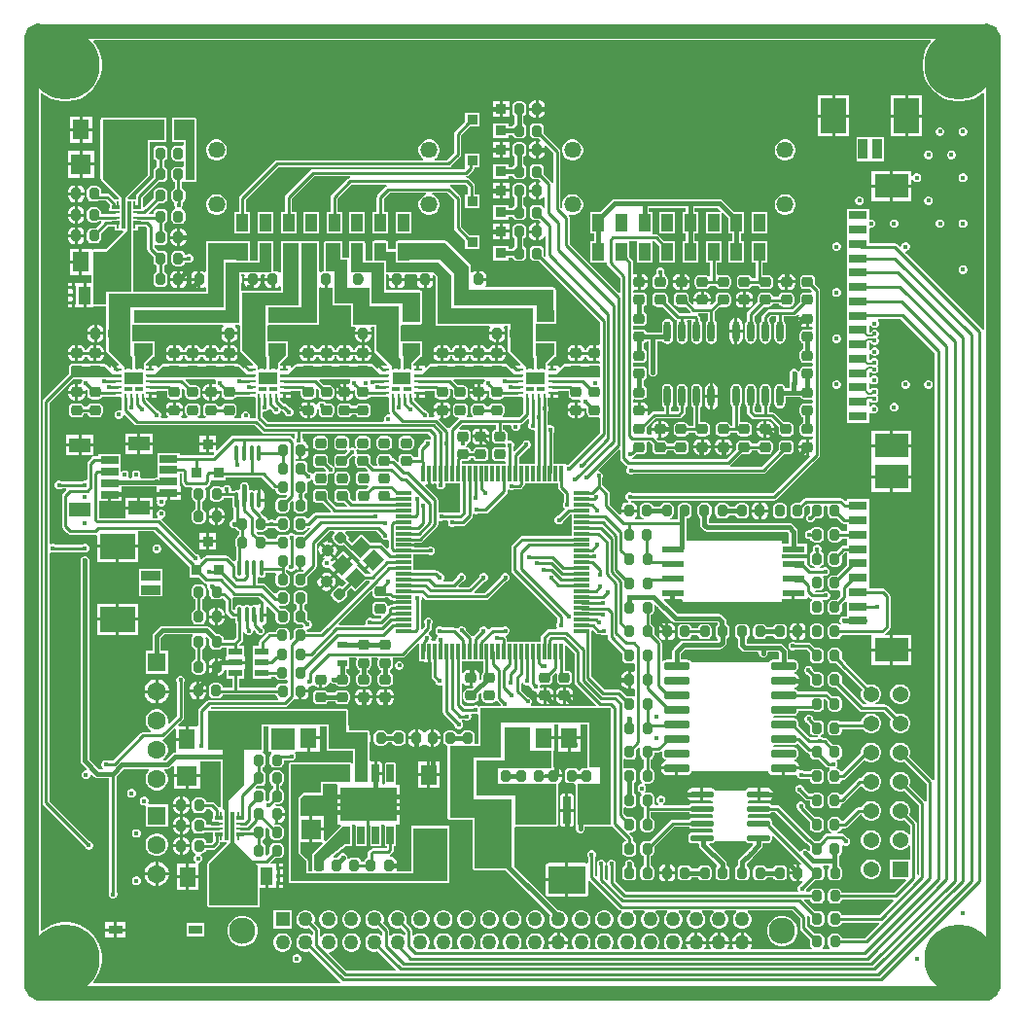
<source format=gtl>
G04*
G04 #@! TF.GenerationSoftware,Altium Limited,Altium Designer,24.1.2 (44)*
G04*
G04 Layer_Physical_Order=1*
G04 Layer_Color=255*
%FSLAX44Y44*%
%MOMM*%
G71*
G04*
G04 #@! TF.SameCoordinates,6F585FF1-4DE3-4077-9EA4-C48F536BE3D4*
G04*
G04*
G04 #@! TF.FilePolarity,Positive*
G04*
G01*
G75*
%ADD12C,0.2540*%
%ADD15C,0.3810*%
%ADD25C,1.2300*%
G04:AMPARAMS|DCode=26|XSize=3.2mm|YSize=2.4mm|CornerRadius=0.048mm|HoleSize=0mm|Usage=FLASHONLY|Rotation=0.000|XOffset=0mm|YOffset=0mm|HoleType=Round|Shape=RoundedRectangle|*
%AMROUNDEDRECTD26*
21,1,3.2000,2.3040,0,0,0.0*
21,1,3.1040,2.4000,0,0,0.0*
1,1,0.0960,1.5520,-1.1520*
1,1,0.0960,-1.5520,-1.1520*
1,1,0.0960,-1.5520,1.1520*
1,1,0.0960,1.5520,1.1520*
%
%ADD26ROUNDEDRECTD26*%
G04:AMPARAMS|DCode=27|XSize=0.7mm|YSize=2.4mm|CornerRadius=0.049mm|HoleSize=0mm|Usage=FLASHONLY|Rotation=0.000|XOffset=0mm|YOffset=0mm|HoleType=Round|Shape=RoundedRectangle|*
%AMROUNDEDRECTD27*
21,1,0.7000,2.3020,0,0,0.0*
21,1,0.6020,2.4000,0,0,0.0*
1,1,0.0980,0.3010,-1.1510*
1,1,0.0980,-0.3010,-1.1510*
1,1,0.0980,-0.3010,1.1510*
1,1,0.0980,0.3010,1.1510*
%
%ADD27ROUNDEDRECTD27*%
%ADD28R,2.2098X3.0988*%
%ADD29R,0.8128X1.7018*%
%ADD30R,0.2500X0.6500*%
%ADD31R,0.6500X0.3000*%
%ADD32R,0.7000X1.0000*%
%ADD33R,0.6500X0.2500*%
%ADD34R,0.6500X0.2286*%
%ADD35R,1.5000X1.0000*%
G04:AMPARAMS|DCode=36|XSize=1.55mm|YSize=0.6mm|CornerRadius=0.03mm|HoleSize=0mm|Usage=FLASHONLY|Rotation=90.000|XOffset=0mm|YOffset=0mm|HoleType=Round|Shape=RoundedRectangle|*
%AMROUNDEDRECTD36*
21,1,1.5500,0.5400,0,0,90.0*
21,1,1.4900,0.6000,0,0,90.0*
1,1,0.0600,0.2700,0.7450*
1,1,0.0600,0.2700,-0.7450*
1,1,0.0600,-0.2700,-0.7450*
1,1,0.0600,-0.2700,0.7450*
%
%ADD36ROUNDEDRECTD36*%
%ADD37R,4.9000X2.9500*%
%ADD38R,0.3300X1.3500*%
%ADD39R,1.3500X0.3300*%
%ADD40R,1.9050X1.2954*%
%ADD41R,1.5494X0.6604*%
%ADD42O,0.3500X1.4000*%
%ADD43R,0.9000X0.9500*%
%ADD44R,1.8000X1.8000*%
%ADD45R,1.8000X1.8000*%
%ADD46R,1.2000X0.6000*%
%ADD47R,1.4000X1.8000*%
%ADD48R,0.3000X2.4000*%
%ADD49R,0.6500X0.3000*%
%ADD50R,0.9000X0.6000*%
%ADD51R,0.8000X1.5000*%
%ADD52R,0.7000X1.5000*%
%ADD53R,1.0000X1.5000*%
%ADD54R,3.0000X2.1000*%
%ADD55R,1.6000X0.8000*%
%ADD56R,1.7018X0.8128*%
%ADD57R,3.0988X2.2098*%
G04:AMPARAMS|DCode=58|XSize=2.16mm|YSize=0.72mm|CornerRadius=0.18mm|HoleSize=0mm|Usage=FLASHONLY|Rotation=0.000|XOffset=0mm|YOffset=0mm|HoleType=Round|Shape=RoundedRectangle|*
%AMROUNDEDRECTD58*
21,1,2.1600,0.3600,0,0,0.0*
21,1,1.8000,0.7200,0,0,0.0*
1,1,0.3600,0.9000,-0.1800*
1,1,0.3600,-0.9000,-0.1800*
1,1,0.3600,-0.9000,0.1800*
1,1,0.3600,0.9000,0.1800*
%
%ADD58ROUNDEDRECTD58*%
%ADD59R,2.9500X3.5000*%
%ADD60R,1.9539X0.5821*%
%ADD61R,0.4500X0.3000*%
G04:AMPARAMS|DCode=62|XSize=0.95mm|YSize=0.85mm|CornerRadius=0.2125mm|HoleSize=0mm|Usage=FLASHONLY|Rotation=0.000|XOffset=0mm|YOffset=0mm|HoleType=Round|Shape=RoundedRectangle|*
%AMROUNDEDRECTD62*
21,1,0.9500,0.4250,0,0,0.0*
21,1,0.5250,0.8500,0,0,0.0*
1,1,0.4250,0.2625,-0.2125*
1,1,0.4250,-0.2625,-0.2125*
1,1,0.4250,-0.2625,0.2125*
1,1,0.4250,0.2625,0.2125*
%
%ADD62ROUNDEDRECTD62*%
%ADD63O,0.6000X1.8000*%
G04:AMPARAMS|DCode=64|XSize=0.95mm|YSize=0.85mm|CornerRadius=0.2125mm|HoleSize=0mm|Usage=FLASHONLY|Rotation=90.000|XOffset=0mm|YOffset=0mm|HoleType=Round|Shape=RoundedRectangle|*
%AMROUNDEDRECTD64*
21,1,0.9500,0.4250,0,0,90.0*
21,1,0.5250,0.8500,0,0,90.0*
1,1,0.4250,0.2125,0.2625*
1,1,0.4250,0.2125,-0.2625*
1,1,0.4250,-0.2125,-0.2625*
1,1,0.4250,-0.2125,0.2625*
%
%ADD64ROUNDEDRECTD64*%
G04:AMPARAMS|DCode=65|XSize=0.95mm|YSize=0.85mm|CornerRadius=0.2125mm|HoleSize=0mm|Usage=FLASHONLY|Rotation=45.000|XOffset=0mm|YOffset=0mm|HoleType=Round|Shape=RoundedRectangle|*
%AMROUNDEDRECTD65*
21,1,0.9500,0.4250,0,0,45.0*
21,1,0.5250,0.8500,0,0,45.0*
1,1,0.4250,0.3359,0.0354*
1,1,0.4250,-0.0354,-0.3359*
1,1,0.4250,-0.3359,-0.0354*
1,1,0.4250,0.0354,0.3359*
%
%ADD65ROUNDEDRECTD65*%
G04:AMPARAMS|DCode=66|XSize=1.4mm|YSize=1.2mm|CornerRadius=0mm|HoleSize=0mm|Usage=FLASHONLY|Rotation=45.000|XOffset=0mm|YOffset=0mm|HoleType=Round|Shape=Rectangle|*
%AMROTATEDRECTD66*
4,1,4,-0.0707,-0.9192,-0.9192,-0.0707,0.0707,0.9192,0.9192,0.0707,-0.0707,-0.9192,0.0*
%
%ADD66ROTATEDRECTD66*%

%ADD67R,1.2000X0.8000*%
G04:AMPARAMS|DCode=68|XSize=0.95mm|YSize=0.85mm|CornerRadius=0.2125mm|HoleSize=0mm|Usage=FLASHONLY|Rotation=315.000|XOffset=0mm|YOffset=0mm|HoleType=Round|Shape=RoundedRectangle|*
%AMROUNDEDRECTD68*
21,1,0.9500,0.4250,0,0,315.0*
21,1,0.5250,0.8500,0,0,315.0*
1,1,0.4250,0.0354,-0.3359*
1,1,0.4250,-0.3359,0.0354*
1,1,0.4250,-0.0354,0.3359*
1,1,0.4250,0.3359,-0.0354*
%
%ADD68ROUNDEDRECTD68*%
%ADD69R,0.9500X0.9000*%
G04:AMPARAMS|DCode=70|XSize=1.96mm|YSize=0.57mm|CornerRadius=0.1397mm|HoleSize=0mm|Usage=FLASHONLY|Rotation=0.000|XOffset=0mm|YOffset=0mm|HoleType=Round|Shape=RoundedRectangle|*
%AMROUNDEDRECTD70*
21,1,1.9600,0.2907,0,0,0.0*
21,1,1.6807,0.5700,0,0,0.0*
1,1,0.2793,0.8404,-0.1454*
1,1,0.2793,-0.8404,-0.1454*
1,1,0.2793,-0.8404,0.1454*
1,1,0.2793,0.8404,0.1454*
%
%ADD70ROUNDEDRECTD70*%
%ADD126R,1.0000X1.6000*%
%ADD127C,0.1800*%
%ADD128R,1.5972X0.9972*%
%ADD129R,2.1057X1.9532*%
%ADD130C,2.3000*%
%ADD131R,1.2580X1.2580*%
%ADD132C,1.2580*%
%ADD133C,0.3000*%
%ADD134C,1.3700*%
%ADD135R,1.3700X1.3700*%
%ADD136C,1.4580*%
%ADD137C,1.6000*%
%ADD138R,1.6000X1.6000*%
%ADD139C,1.0000*%
%ADD140C,6.0000*%
%ADD141C,0.4000*%
G36*
X837997Y837997D02*
X837984Y830638D01*
X837837D01*
X830440Y838035D01*
X837959D01*
X837997Y837997D01*
D02*
G37*
G36*
X19362Y837984D02*
Y837837D01*
X11965Y830440D01*
Y837959D01*
X12003Y837997D01*
X19362Y837984D01*
D02*
G37*
G36*
X789056Y835648D02*
X789523Y834378D01*
X786819Y830656D01*
X784548Y826199D01*
X783002Y821442D01*
X782220Y816501D01*
Y811499D01*
X783002Y806558D01*
X784548Y801801D01*
X786819Y797344D01*
X789760Y793297D01*
X793297Y789760D01*
X797344Y786819D01*
X801801Y784548D01*
X806558Y783002D01*
X811499Y782220D01*
X816501D01*
X821442Y783002D01*
X826199Y784548D01*
X830656Y786819D01*
X834384Y789528D01*
X835654Y789066D01*
X835654Y583802D01*
X834478Y583198D01*
X834384Y583213D01*
X833758Y584150D01*
X767175Y650732D01*
X767701Y652002D01*
X768038D01*
X769428Y652578D01*
X770491Y653641D01*
X771067Y655031D01*
Y656534D01*
X770491Y657924D01*
X769428Y658987D01*
X768038Y659562D01*
X766535D01*
X765145Y658987D01*
X764082Y657924D01*
X763506Y656534D01*
Y656197D01*
X762236Y655671D01*
X760339Y657569D01*
X759330Y658243D01*
X758140Y658480D01*
X735780D01*
Y663550D01*
X735780Y663880D01*
Y664820D01*
X735780Y665150D01*
Y671498D01*
X736535Y672002D01*
X738038D01*
X739428Y672578D01*
X740491Y673641D01*
X741067Y675031D01*
Y676534D01*
X740491Y677924D01*
X739428Y678987D01*
X738038Y679562D01*
X736535D01*
X735780Y680067D01*
Y688880D01*
X716220D01*
Y677320D01*
X716220D01*
Y676380D01*
X716220D01*
Y665150D01*
X716220Y664820D01*
Y663880D01*
X716220Y663550D01*
Y652650D01*
X716220Y652320D01*
X716220D01*
Y651380D01*
X716220D01*
Y639820D01*
X716220D01*
Y638880D01*
X716220D01*
Y627320D01*
X716220D01*
Y626380D01*
X716220D01*
Y614820D01*
X716220D01*
Y613880D01*
X716220D01*
Y602320D01*
X716220D01*
Y601380D01*
X716220D01*
Y590150D01*
X716220Y589820D01*
Y588880D01*
X716220Y588550D01*
Y577320D01*
X716220D01*
Y576380D01*
X716220D01*
Y565150D01*
X716220Y564820D01*
Y563880D01*
X716220Y563550D01*
Y552320D01*
X716220D01*
Y551380D01*
X716220D01*
Y540150D01*
X716220Y539820D01*
Y538880D01*
X716220Y538550D01*
Y527320D01*
X716220D01*
Y526380D01*
X716220D01*
Y515150D01*
X716220Y514820D01*
Y513880D01*
X716220Y513550D01*
Y502320D01*
X735780D01*
Y510960D01*
X737050Y511486D01*
X737564Y510972D01*
X738953Y510397D01*
X740457D01*
X741846Y510972D01*
X742910Y512035D01*
X743485Y513425D01*
Y514929D01*
X742910Y516318D01*
X741846Y517381D01*
X740457Y517957D01*
X738953D01*
X737564Y517381D01*
X737050Y516867D01*
X735780Y517393D01*
Y520502D01*
X737050Y521000D01*
X737761Y520289D01*
X739150Y519714D01*
X740654D01*
X742043Y520289D01*
X743107Y521353D01*
X743682Y522742D01*
Y524246D01*
X743107Y525635D01*
X742358Y526384D01*
X743107Y527133D01*
X743682Y528522D01*
Y530026D01*
X743107Y531415D01*
X742043Y532478D01*
X740654Y533054D01*
X739150D01*
X737761Y532478D01*
X737050Y531768D01*
X735780Y532266D01*
Y536826D01*
X736396Y537114D01*
X737050Y537216D01*
X737974Y536292D01*
X739363Y535716D01*
X740867D01*
X742257Y536292D01*
X743320Y537355D01*
X743895Y538744D01*
Y540248D01*
X743320Y541637D01*
X742257Y542701D01*
X740867Y543276D01*
X739363D01*
X737974Y542701D01*
X737050Y541776D01*
X736396Y541878D01*
X735780Y542166D01*
Y546343D01*
X736396Y546632D01*
X737050Y546733D01*
X737974Y545809D01*
X739363Y545233D01*
X740867D01*
X742257Y545809D01*
X743320Y546872D01*
X743895Y548261D01*
Y549765D01*
X743320Y551154D01*
X742571Y551903D01*
X743320Y552652D01*
X743895Y554041D01*
Y555545D01*
X743320Y556934D01*
X742257Y557998D01*
X740867Y558573D01*
X739363D01*
X737974Y557998D01*
X737050Y557073D01*
X736396Y557175D01*
X735780Y557463D01*
Y562353D01*
X737050Y562606D01*
X737237Y562155D01*
X738300Y561092D01*
X739689Y560517D01*
X741193D01*
X742582Y561092D01*
X743646Y562155D01*
X744221Y563545D01*
Y565048D01*
X743646Y566438D01*
X742582Y567501D01*
X741193Y568077D01*
X739689D01*
X738300Y567501D01*
X737237Y566438D01*
X737050Y565987D01*
X735780Y566240D01*
Y572467D01*
X737057D01*
X737293Y571899D01*
X738356Y570835D01*
X739745Y570260D01*
X741249D01*
X742638Y570835D01*
X743702Y571899D01*
X744277Y573288D01*
Y574792D01*
X743702Y576181D01*
X742953Y576930D01*
X743702Y577679D01*
X744277Y579068D01*
Y580572D01*
X743702Y581961D01*
X742638Y583024D01*
X741249Y583600D01*
X739745D01*
X738356Y583024D01*
X737293Y581961D01*
X736991Y581232D01*
X735780D01*
Y586964D01*
X737050Y587217D01*
X737293Y586631D01*
X738356Y585568D01*
X739745Y584992D01*
X741249D01*
X742638Y585568D01*
X743702Y586631D01*
X744277Y588020D01*
Y589524D01*
X743702Y590913D01*
X743183Y591432D01*
X743709Y592702D01*
X763303D01*
X792682Y563323D01*
Y191760D01*
X792433Y191558D01*
X790838Y191660D01*
X770627Y211870D01*
X770742Y212069D01*
X771330Y214264D01*
Y216536D01*
X770742Y218731D01*
X769606Y220699D01*
X767999Y222306D01*
X766031Y223442D01*
X763836Y224030D01*
X761564D01*
X759369Y223442D01*
X757401Y222306D01*
X755794Y220699D01*
X754658Y218731D01*
X754070Y216536D01*
Y214264D01*
X754658Y212069D01*
X755794Y210101D01*
X757401Y208494D01*
X759369Y207358D01*
X761564Y206770D01*
X763836D01*
X766031Y207358D01*
X766229Y207473D01*
X785529Y188173D01*
Y173119D01*
X784259Y172734D01*
X784048Y173050D01*
X770627Y186471D01*
X770742Y186669D01*
X771330Y188864D01*
Y191136D01*
X770742Y193331D01*
X769606Y195299D01*
X767999Y196906D01*
X766031Y198042D01*
X763836Y198630D01*
X761564D01*
X759369Y198042D01*
X757401Y196906D01*
X755794Y195299D01*
X754658Y193331D01*
X754070Y191136D01*
Y188864D01*
X754658Y186669D01*
X755794Y184701D01*
X757401Y183094D01*
X759369Y181958D01*
X761564Y181370D01*
X763836D01*
X766031Y181958D01*
X766229Y182073D01*
X778739Y169563D01*
Y108928D01*
X778712Y108909D01*
X777442Y109588D01*
Y152968D01*
X777442Y152968D01*
X777205Y154158D01*
X776531Y155167D01*
X776531Y155167D01*
X770627Y161070D01*
X770742Y161269D01*
X771330Y163464D01*
Y165736D01*
X770742Y167931D01*
X769606Y169899D01*
X767999Y171506D01*
X766031Y172642D01*
X763836Y173230D01*
X761564D01*
X759369Y172642D01*
X757401Y171506D01*
X755794Y169899D01*
X754658Y167931D01*
X754070Y165736D01*
Y163464D01*
X754658Y161269D01*
X755794Y159301D01*
X757401Y157694D01*
X759369Y156558D01*
X761564Y155970D01*
X763836D01*
X766031Y156558D01*
X766229Y156673D01*
X771222Y151680D01*
Y144239D01*
X769952Y143899D01*
X769606Y144499D01*
X767999Y146106D01*
X766031Y147242D01*
X763836Y147830D01*
X761564D01*
X759369Y147242D01*
X757401Y146106D01*
X755794Y144499D01*
X754658Y142531D01*
X754070Y140336D01*
Y138064D01*
X754658Y135869D01*
X755794Y133901D01*
X757401Y132294D01*
X759369Y131158D01*
X761564Y130570D01*
X763836D01*
X766031Y131158D01*
X767999Y132294D01*
X769606Y133901D01*
X769952Y134501D01*
X771222Y134161D01*
Y122430D01*
X754070D01*
Y105170D01*
X767576D01*
X768062Y103997D01*
X757470Y93405D01*
X711919D01*
X711712Y94444D01*
X710849Y95735D01*
X709557Y96598D01*
X708034Y96901D01*
X703784D01*
X702260Y96598D01*
X700968Y95735D01*
X700105Y94444D01*
X699802Y92920D01*
Y87670D01*
X700105Y86146D01*
X700968Y84855D01*
X702260Y83991D01*
X703784Y83688D01*
X708034D01*
X709557Y83991D01*
X710849Y84855D01*
X711712Y86146D01*
X711919Y87185D01*
X756572D01*
X757058Y86012D01*
X744655Y73608D01*
X711919D01*
X711712Y74647D01*
X710849Y75939D01*
X709557Y76802D01*
X708034Y77105D01*
X703784D01*
X702260Y76802D01*
X700968Y75939D01*
X700105Y74647D01*
X699802Y73123D01*
Y67873D01*
X700105Y66350D01*
X700968Y65058D01*
X702260Y64195D01*
X703784Y63892D01*
X708034D01*
X709557Y64195D01*
X710849Y65058D01*
X711712Y66350D01*
X711919Y67389D01*
X744007D01*
X744493Y66215D01*
X732089Y53812D01*
X711919D01*
X711712Y54851D01*
X710849Y56142D01*
X709557Y57005D01*
X708034Y57308D01*
X703784D01*
X702260Y57005D01*
X700968Y56142D01*
X700105Y54851D01*
X699802Y53327D01*
Y48077D01*
X700105Y46553D01*
X700968Y45262D01*
X701330Y45020D01*
X700945Y43750D01*
X695373D01*
X694987Y45020D01*
X695349Y45262D01*
X696212Y46553D01*
X696515Y48077D01*
Y53327D01*
X696212Y54851D01*
X695349Y56142D01*
X694057Y57005D01*
X692534Y57308D01*
X688284D01*
X688214Y57294D01*
X681820Y63688D01*
Y72269D01*
X681665Y73048D01*
X682836Y73673D01*
X684302Y72207D01*
Y67873D01*
X684605Y66350D01*
X685468Y65058D01*
X686760Y64195D01*
X688284Y63892D01*
X692534D01*
X694057Y64195D01*
X695349Y65058D01*
X696212Y66350D01*
X696515Y67873D01*
Y73123D01*
X696212Y74647D01*
X695349Y75939D01*
X694057Y76802D01*
X692534Y77105D01*
X688284D01*
X688214Y77091D01*
X678843Y86462D01*
X679329Y87635D01*
X684309D01*
X684605Y86146D01*
X685468Y84855D01*
X686760Y83991D01*
X688284Y83688D01*
X692534D01*
X694057Y83991D01*
X695349Y84855D01*
X696212Y86146D01*
X696515Y87670D01*
Y92920D01*
X696212Y94444D01*
X695349Y95735D01*
X694057Y96598D01*
X692534Y96901D01*
X688284D01*
X686760Y96598D01*
X685468Y95735D01*
X684605Y94444D01*
X684488Y93855D01*
X681308D01*
X680662Y95125D01*
X681055Y96075D01*
Y96544D01*
X688377Y103866D01*
X692534D01*
X694057Y104169D01*
X695349Y105032D01*
X696212Y106324D01*
X696515Y107847D01*
Y113097D01*
X696212Y114621D01*
X695349Y115913D01*
X695348Y115914D01*
X695733Y117184D01*
X700584D01*
X700970Y115914D01*
X700968Y115913D01*
X700105Y114621D01*
X699802Y113097D01*
Y107847D01*
X700105Y106324D01*
X700968Y105032D01*
X702260Y104169D01*
X703784Y103866D01*
X708034D01*
X709557Y104169D01*
X710849Y105032D01*
X711712Y106324D01*
X712015Y107847D01*
Y113097D01*
X711712Y114621D01*
X710849Y115913D01*
X709557Y116776D01*
X709515Y116784D01*
Y125269D01*
X710698Y126060D01*
X711561Y127351D01*
X711864Y128875D01*
Y134125D01*
X711842Y134236D01*
X713013Y134862D01*
X713285Y134589D01*
X714675Y134014D01*
X716178D01*
X717568Y134589D01*
X718631Y135653D01*
X719206Y137042D01*
Y138546D01*
X718631Y139935D01*
X717568Y140998D01*
X716758Y141334D01*
X714269Y143822D01*
X713260Y144497D01*
X712070Y144733D01*
X708423D01*
X708298Y146003D01*
X709407Y146224D01*
X710698Y147087D01*
X711561Y148379D01*
X711768Y149418D01*
X714629D01*
X715819Y149654D01*
X716828Y150328D01*
X727990Y161490D01*
X729199D01*
X729258Y161269D01*
X730394Y159301D01*
X732001Y157694D01*
X733969Y156558D01*
X736164Y155970D01*
X738436D01*
X740631Y156558D01*
X742599Y157694D01*
X744206Y159301D01*
X745342Y161269D01*
X745930Y163464D01*
Y165736D01*
X745342Y167931D01*
X744206Y169899D01*
X742599Y171506D01*
X740631Y172642D01*
X738436Y173230D01*
X736164D01*
X733969Y172642D01*
X732001Y171506D01*
X730394Y169899D01*
X729258Y167931D01*
X729199Y167710D01*
X726702D01*
X726702Y167710D01*
X725512Y167473D01*
X724503Y166799D01*
X724503Y166799D01*
X713341Y155637D01*
X711768D01*
X711561Y156676D01*
X710698Y157968D01*
X709407Y158831D01*
X707883Y159134D01*
X703633D01*
X702109Y158831D01*
X700818Y157968D01*
X699955Y156676D01*
X699651Y155152D01*
Y149902D01*
X699955Y148379D01*
X700818Y147087D01*
X702109Y146224D01*
X703218Y146003D01*
X703093Y144733D01*
X699271D01*
X698081Y144497D01*
X697072Y143822D01*
X694973Y141724D01*
X694299Y140715D01*
X694231Y140371D01*
X691967Y138106D01*
X688549D01*
X685491Y141165D01*
X684482Y141839D01*
X684266Y141882D01*
X657579Y168569D01*
X656570Y169243D01*
X655380Y169480D01*
X650497D01*
X650074Y170114D01*
X649023Y170816D01*
X647784Y171062D01*
X630976D01*
X630158Y171961D01*
Y172672D01*
X631181Y173603D01*
X638110D01*
Y179070D01*
Y184537D01*
X630976D01*
X629440Y184232D01*
X628138Y183361D01*
X627308Y182118D01*
X602052D01*
X601222Y183361D01*
X599919Y184232D01*
X598383Y184537D01*
X591250D01*
Y179070D01*
Y173603D01*
X598204D01*
X598877Y173091D01*
X599306Y172646D01*
X599305Y171883D01*
X598383Y171062D01*
X581576D01*
X580337Y170816D01*
X579286Y170114D01*
X578863Y169480D01*
X556790D01*
X556537Y170750D01*
X556623Y170786D01*
X557687Y171849D01*
X558262Y173238D01*
Y174742D01*
X557687Y176131D01*
X556623Y177194D01*
X555234Y177770D01*
X553730D01*
X552341Y177194D01*
X551278Y176131D01*
X550702Y174742D01*
Y173238D01*
X551278Y171849D01*
X552341Y170786D01*
X552427Y170750D01*
X552174Y169480D01*
X549487D01*
X548444Y170750D01*
X548521Y171134D01*
Y176384D01*
X548218Y177908D01*
X547354Y179199D01*
X546063Y180062D01*
X544539Y180365D01*
X541175D01*
X540649Y181635D01*
X540963Y181950D01*
X541539Y183339D01*
Y184843D01*
X540963Y186232D01*
X540020Y187176D01*
X540171Y188076D01*
X540289Y188417D01*
X544539D01*
X546063Y188720D01*
X547354Y189583D01*
X548218Y190875D01*
X548521Y192399D01*
Y197649D01*
X548218Y199172D01*
X547354Y200464D01*
X546063Y201327D01*
X545524Y201434D01*
Y209454D01*
X546063Y209562D01*
X547355Y210425D01*
X548218Y211716D01*
X548521Y213240D01*
Y215464D01*
X552361D01*
X553551Y215701D01*
X554260Y216175D01*
X555191Y215837D01*
X555530Y215549D01*
Y212830D01*
X555808Y211433D01*
X556599Y210249D01*
X557783Y209458D01*
X558501Y209315D01*
Y208020D01*
X557487Y207818D01*
X556051Y206859D01*
X555092Y205423D01*
X554755Y203730D01*
Y203200D01*
X568180D01*
Y201930D01*
X569450D01*
Y195705D01*
X577180D01*
X578873Y196042D01*
X580309Y197001D01*
X581268Y198437D01*
X581357Y198882D01*
X648003D01*
X648092Y198437D01*
X649051Y197001D01*
X650487Y196042D01*
X652180Y195705D01*
X659910D01*
Y201930D01*
X661180D01*
Y203200D01*
X674605D01*
Y203730D01*
X674268Y205423D01*
X673309Y206859D01*
X671873Y207818D01*
X670859Y208020D01*
Y209315D01*
X671577Y209458D01*
X672761Y210249D01*
X673552Y211433D01*
X673830Y212830D01*
Y216430D01*
X673552Y217827D01*
X672761Y219011D01*
X671577Y219802D01*
X670180Y220080D01*
X652180D01*
X651963Y220259D01*
Y220700D01*
X653158Y221880D01*
X670180D01*
X671577Y222158D01*
X672761Y222949D01*
X673907Y223062D01*
X681461Y215508D01*
X682470Y214833D01*
X683660Y214597D01*
X684152Y213514D01*
Y212985D01*
X684455Y211461D01*
X685318Y210169D01*
X686609Y209306D01*
X688133Y209003D01*
X691967D01*
X697802Y203167D01*
X698811Y202493D01*
X700001Y202257D01*
X701101D01*
X701404Y201832D01*
X701076Y200195D01*
X700818Y200023D01*
X699955Y198731D01*
X699651Y197207D01*
Y191957D01*
X699955Y190434D01*
X700818Y189142D01*
X702109Y188279D01*
X703633Y187976D01*
X707883D01*
X709407Y188279D01*
X710698Y189142D01*
X711561Y190434D01*
X711768Y191472D01*
X712742D01*
X713932Y191709D01*
X714941Y192383D01*
X731527Y208969D01*
X732001Y208494D01*
X733969Y207358D01*
X736164Y206770D01*
X738436D01*
X740631Y207358D01*
X742599Y208494D01*
X744206Y210101D01*
X745342Y212069D01*
X745930Y214264D01*
Y216536D01*
X745342Y218731D01*
X744206Y220699D01*
X742599Y222306D01*
X740631Y223442D01*
X738436Y224030D01*
X736164D01*
X733969Y223442D01*
X732001Y222306D01*
X730394Y220699D01*
X729258Y218731D01*
X728670Y216536D01*
Y214908D01*
X712714Y198952D01*
X711215Y199249D01*
X710698Y200023D01*
X709407Y200886D01*
X707883Y201189D01*
X707766D01*
X707240Y202459D01*
X707727Y202946D01*
X708303Y204335D01*
Y205839D01*
X707727Y207228D01*
X707222Y207733D01*
X707748Y209003D01*
X707883D01*
X709407Y209306D01*
X710698Y210169D01*
X711561Y211461D01*
X711864Y212985D01*
Y218235D01*
X711561Y219758D01*
X710698Y221050D01*
X709407Y221913D01*
X707883Y222216D01*
X704049D01*
X699103Y227162D01*
X698094Y227836D01*
X696904Y228073D01*
X695486D01*
X695151Y228409D01*
X693761Y228984D01*
X693632D01*
X693506Y230254D01*
X693907Y230334D01*
X695198Y231197D01*
X696061Y232488D01*
X696365Y234012D01*
Y239262D01*
X696061Y240786D01*
X695198Y242078D01*
X693907Y242941D01*
X692383Y243244D01*
X688745D01*
X687089Y244900D01*
Y245230D01*
X686513Y246619D01*
X685450Y247683D01*
X684061Y248258D01*
X682557D01*
X681167Y247683D01*
X680104Y246619D01*
X679529Y245230D01*
Y243726D01*
X680104Y242337D01*
X681167Y241273D01*
X682451Y240742D01*
X684152Y239042D01*
Y234012D01*
X684455Y232488D01*
X685318Y231197D01*
X686609Y230334D01*
X688133Y230031D01*
X690614D01*
X691102Y228761D01*
X690605Y228314D01*
X684494D01*
X673830Y238978D01*
Y241830D01*
X673552Y243227D01*
X672761Y244411D01*
X671577Y245202D01*
X670180Y245480D01*
X652180D01*
X651963Y245659D01*
Y246100D01*
X653158Y247280D01*
X670180D01*
X671577Y247558D01*
X672761Y248349D01*
X673552Y249533D01*
X673830Y250930D01*
Y251623D01*
X686217D01*
X686609Y251361D01*
X688133Y251058D01*
X692383D01*
X693907Y251361D01*
X695198Y252224D01*
X696061Y253516D01*
X696365Y255040D01*
Y260290D01*
X696199Y261122D01*
X696308Y261332D01*
X697540Y261712D01*
X699651Y259600D01*
Y255040D01*
X699955Y253516D01*
X700818Y252224D01*
X702109Y251361D01*
X703633Y251058D01*
X707883D01*
X709407Y251361D01*
X710698Y252224D01*
X711561Y253516D01*
X711864Y255040D01*
Y260290D01*
X711561Y261813D01*
X710698Y263105D01*
X709407Y263968D01*
X707883Y264271D01*
X703776D01*
X700347Y267701D01*
X699338Y268375D01*
X698148Y268612D01*
X682605D01*
X682243Y268540D01*
X673570D01*
X673552Y268627D01*
X672761Y269811D01*
X671577Y270602D01*
X670859Y270745D01*
Y272040D01*
X671873Y272242D01*
X673309Y273201D01*
X674268Y274637D01*
X674605Y276330D01*
Y276860D01*
X661180D01*
Y279400D01*
X674605D01*
Y279930D01*
X674268Y281623D01*
X673309Y283059D01*
X671873Y284018D01*
X670859Y284220D01*
Y285515D01*
X671577Y285658D01*
X672761Y286449D01*
X673552Y287633D01*
X673830Y289030D01*
Y292630D01*
X673552Y294027D01*
X672761Y295211D01*
X671577Y296002D01*
X670180Y296280D01*
X664868D01*
Y303247D01*
X664582Y304685D01*
X663767Y305904D01*
X660436Y309235D01*
X659217Y310049D01*
X657780Y310335D01*
X643382D01*
X643046Y310268D01*
X642709Y310335D01*
X629195D01*
X628973Y310557D01*
Y314391D01*
X630156Y315182D01*
X631019Y316473D01*
X631322Y317997D01*
Y323247D01*
X631019Y324771D01*
X630156Y326062D01*
X628864Y326926D01*
X627341Y327229D01*
X623091D01*
X621567Y326926D01*
X620275Y326062D01*
X619412Y324771D01*
X619109Y323247D01*
Y317997D01*
X619412Y316473D01*
X620275Y315182D01*
X621458Y314391D01*
Y309001D01*
X621744Y307563D01*
X622559Y306344D01*
X624982Y303921D01*
X626201Y303107D01*
X627639Y302821D01*
X638406D01*
X639580Y302623D01*
Y301120D01*
X640155Y299730D01*
X641218Y298667D01*
X642608Y298092D01*
X644111D01*
X645501Y298667D01*
X646564Y299730D01*
X647140Y301120D01*
Y302623D01*
X648313Y302821D01*
X656223D01*
X657353Y301691D01*
Y296280D01*
X652180D01*
X650783Y296002D01*
X649599Y295211D01*
X648808Y294027D01*
X648793Y293955D01*
X580566D01*
X580552Y294027D01*
X579761Y295211D01*
X578577Y296002D01*
X577180Y296280D01*
X571937D01*
Y301717D01*
X575335Y305115D01*
X605483D01*
X606920Y305401D01*
X608139Y306215D01*
X610371Y308447D01*
X611186Y309666D01*
X611472Y311104D01*
Y314294D01*
X611597Y314319D01*
X612889Y315182D01*
X613752Y316473D01*
X614055Y317997D01*
Y323247D01*
X613752Y324771D01*
X612889Y326062D01*
X611597Y326926D01*
X611358Y326973D01*
Y329761D01*
X611072Y331199D01*
X610258Y332417D01*
X607709Y334967D01*
X606490Y335781D01*
X605052Y336067D01*
X568530D01*
X556891Y347706D01*
X557378Y348879D01*
X563445D01*
Y354330D01*
X565985D01*
Y348879D01*
X572712D01*
X573610Y347981D01*
X573608Y346456D01*
X659341D01*
Y348879D01*
X668455D01*
Y354330D01*
X670995D01*
Y348879D01*
X682035D01*
Y350043D01*
X683208Y350529D01*
X683934Y349803D01*
X683934Y349803D01*
X684943Y349129D01*
X685677Y348983D01*
X685997Y347668D01*
X685318Y347215D01*
X684455Y345923D01*
X684152Y344399D01*
Y339150D01*
X684455Y337626D01*
X685318Y336334D01*
X686609Y335471D01*
X688133Y335168D01*
X692383D01*
X693907Y335471D01*
X695198Y336334D01*
X696061Y337626D01*
X696365Y339150D01*
Y344399D01*
X696061Y345923D01*
X695350Y346987D01*
X695488Y347976D01*
X695661Y348433D01*
X696181Y348608D01*
X697114Y348222D01*
X698618D01*
X700007Y348797D01*
X701071Y349861D01*
X701646Y351250D01*
Y352754D01*
X701071Y354143D01*
X700007Y355206D01*
X698618Y355782D01*
X697114D01*
X695725Y355206D01*
X695630Y355112D01*
X688508D01*
X688467Y355179D01*
X689186Y356450D01*
X692383D01*
X693907Y356753D01*
X695198Y357616D01*
X696061Y358907D01*
X696365Y360431D01*
Y365681D01*
X696061Y367205D01*
X695362Y368252D01*
X696029Y369330D01*
X696043Y369344D01*
X696670Y369085D01*
X698174D01*
X699563Y369660D01*
X700626Y370723D01*
X701202Y372113D01*
Y373616D01*
X700626Y375006D01*
X699563Y376069D01*
X698174Y376645D01*
X696670D01*
X695281Y376069D01*
X695186Y375974D01*
X692434D01*
X692383Y377223D01*
X693907Y377526D01*
X695198Y378389D01*
X696061Y379681D01*
X696365Y381204D01*
Y386454D01*
X696061Y387978D01*
X695198Y389270D01*
X693907Y390133D01*
X693905Y391428D01*
X694038Y391748D01*
Y393252D01*
X693463Y394641D01*
X692399Y395704D01*
X691010Y396280D01*
X689506D01*
X688117Y395704D01*
X687054Y394641D01*
X686478Y393252D01*
Y391748D01*
X686611Y391428D01*
X686609Y390133D01*
X685318Y389270D01*
X684455Y387978D01*
X684152Y386454D01*
Y381204D01*
X684455Y379681D01*
X685318Y378389D01*
X686609Y377526D01*
X688133Y377223D01*
X688082Y375974D01*
X684792D01*
X681275Y379492D01*
Y384421D01*
X659341D01*
Y387739D01*
X681275D01*
Y397121D01*
X673482D01*
Y407743D01*
X673196Y409181D01*
X672382Y410400D01*
X668743Y414038D01*
X667524Y414853D01*
X666087Y415139D01*
X596071D01*
X596040Y415170D01*
Y419529D01*
X597223Y420319D01*
X598086Y421611D01*
X598389Y423135D01*
Y428385D01*
X598086Y429908D01*
X597223Y431200D01*
X595932Y432063D01*
X594408Y432366D01*
X590158D01*
X588634Y432063D01*
X587342Y431200D01*
X586479Y429908D01*
X586176Y428385D01*
Y423135D01*
X586479Y421611D01*
X587342Y420319D01*
X588526Y419529D01*
Y413613D01*
X588812Y412176D01*
X589626Y410957D01*
X591858Y408725D01*
X593077Y407910D01*
X594515Y407624D01*
X664530D01*
X665968Y406186D01*
Y397121D01*
X659341D01*
Y399914D01*
X576428D01*
Y414941D01*
Y419153D01*
X577085D01*
X578609Y419456D01*
X579901Y420319D01*
X580764Y421611D01*
X581067Y423135D01*
Y428385D01*
X580764Y429908D01*
X579901Y431200D01*
X578609Y432063D01*
X577085Y432366D01*
X572836D01*
X571312Y432063D01*
X570020Y431200D01*
X569157Y429908D01*
X568854Y428385D01*
Y423135D01*
X568994Y422430D01*
Y421089D01*
X568913Y420683D01*
Y418051D01*
X562555D01*
X562429Y419321D01*
X563109Y419456D01*
X564401Y420319D01*
X565264Y421611D01*
X565567Y423135D01*
Y428385D01*
X565264Y429908D01*
X564401Y431200D01*
X563109Y432063D01*
X561586Y432366D01*
X557336D01*
X555812Y432063D01*
X554520Y431200D01*
X553657Y429908D01*
X553579Y429517D01*
X548019D01*
X547942Y429908D01*
X547079Y431200D01*
X545787Y432063D01*
X544263Y432366D01*
X540013D01*
X538490Y432063D01*
X537198Y431200D01*
X536335Y429908D01*
X536032Y428384D01*
Y423134D01*
X536335Y421611D01*
X537198Y420319D01*
X538490Y419456D01*
X539168Y419321D01*
X539043Y418051D01*
X531838D01*
X531453Y419321D01*
X532127Y419771D01*
X533158Y421314D01*
X533520Y423134D01*
Y424490D01*
X526638D01*
X519757D01*
Y423331D01*
X519289Y422989D01*
X518537Y422754D01*
X509840Y431452D01*
Y440538D01*
X509603Y441728D01*
X508929Y442737D01*
X503348Y448318D01*
Y453885D01*
X503449Y453985D01*
X504024Y455374D01*
Y456878D01*
X503449Y458268D01*
X502385Y459331D01*
X500996Y459906D01*
X500352D01*
X499826Y461176D01*
X517715Y479066D01*
X518888Y478580D01*
Y471603D01*
X519125Y470413D01*
X519799Y469404D01*
X523855Y465348D01*
X524864Y464674D01*
X525264Y463300D01*
X525116Y463151D01*
X524540Y461762D01*
Y460258D01*
X525116Y458869D01*
X526179Y457805D01*
X527568Y457230D01*
X529072D01*
X530461Y457805D01*
X530556Y457900D01*
X643255D01*
X644445Y458137D01*
X645454Y458811D01*
X661736Y475093D01*
X666070D01*
X667594Y475396D01*
X668885Y476260D01*
X669748Y477551D01*
X670051Y479075D01*
Y483325D01*
X669748Y484849D01*
X668885Y486140D01*
X667594Y487003D01*
X666070Y487307D01*
X660820D01*
X659296Y487003D01*
X658005Y486140D01*
X657141Y484849D01*
X656838Y483325D01*
Y479075D01*
X656852Y479005D01*
X641967Y464120D01*
X615360D01*
X614962Y465211D01*
X614954Y465390D01*
X624657Y475093D01*
X629491D01*
X631015Y475396D01*
X632306Y476260D01*
X633170Y477551D01*
X633277Y478090D01*
X638745D01*
X638852Y477551D01*
X639715Y476260D01*
X641007Y475396D01*
X642531Y475093D01*
X647781D01*
X649304Y475396D01*
X650596Y476260D01*
X651459Y477551D01*
X651762Y479075D01*
Y483325D01*
X651459Y484849D01*
X650596Y486140D01*
X649304Y487003D01*
X647781Y487307D01*
X642531D01*
X641007Y487003D01*
X639715Y486140D01*
X638852Y484849D01*
X638745Y484310D01*
X633277D01*
X633170Y484849D01*
X632306Y486140D01*
X631015Y487003D01*
X629491Y487307D01*
X624241D01*
X622717Y487003D01*
X621426Y486140D01*
X620563Y484849D01*
X620260Y483325D01*
Y479491D01*
X611425Y470657D01*
X529483D01*
X529231Y471927D01*
X529837Y472178D01*
X530900Y473241D01*
X530944Y473347D01*
X531117Y473463D01*
X532755Y475101D01*
X532794Y475093D01*
X538044D01*
X539568Y475396D01*
X540859Y476260D01*
X541722Y477551D01*
X542025Y479075D01*
Y483325D01*
X541772Y484598D01*
X542453Y485868D01*
X544643D01*
X547116Y483395D01*
X547102Y483325D01*
Y479075D01*
X547405Y477551D01*
X548268Y476260D01*
X549560Y475396D01*
X551083Y475093D01*
X556333D01*
X557857Y475396D01*
X559149Y476260D01*
X560012Y477551D01*
X560119Y478090D01*
X565587D01*
X565694Y477551D01*
X566558Y476260D01*
X567849Y475396D01*
X569373Y475093D01*
X574623D01*
X576147Y475396D01*
X577438Y476260D01*
X578301Y477551D01*
X578604Y479075D01*
Y483325D01*
X578301Y484849D01*
X577438Y486140D01*
X576147Y487003D01*
X574623Y487307D01*
X569373D01*
X567849Y487003D01*
X566558Y486140D01*
X565694Y484849D01*
X565587Y484310D01*
X560119D01*
X560012Y484849D01*
X559149Y486140D01*
X557857Y487003D01*
X556333Y487307D01*
X552000D01*
X550708Y488598D01*
X550937Y489341D01*
X551284Y489819D01*
X552438D01*
Y495430D01*
X546327D01*
Y494575D01*
X546590Y493251D01*
X546263Y492674D01*
X545858Y492233D01*
X545625Y492087D01*
X542490D01*
X541783Y493357D01*
X542025Y494575D01*
Y498409D01*
X549777Y506160D01*
X570067D01*
X571258Y506397D01*
X572266Y507071D01*
X574969Y509773D01*
X574969Y509774D01*
X575643Y510782D01*
X575880Y511973D01*
Y515894D01*
X576216Y516119D01*
X577273Y517700D01*
X577644Y519565D01*
Y531565D01*
X577273Y533430D01*
X576216Y535011D01*
X574635Y536068D01*
X572770Y536439D01*
X570905Y536068D01*
X569324Y535011D01*
X568267Y533430D01*
X567896Y531565D01*
Y519565D01*
X568267Y517700D01*
X569324Y516119D01*
X569660Y515894D01*
Y513261D01*
X568779Y512380D01*
X563180D01*
Y515894D01*
X563516Y516119D01*
X564573Y517700D01*
X564944Y519565D01*
Y531565D01*
X564573Y533430D01*
X563516Y535011D01*
X561935Y536068D01*
X560070Y536439D01*
X558205Y536068D01*
X556624Y535011D01*
X555567Y533430D01*
X555196Y531565D01*
Y519565D01*
X555567Y517700D01*
X556624Y516119D01*
X556960Y515894D01*
Y512380D01*
X548489D01*
X547299Y512143D01*
X546290Y511469D01*
X543664Y508843D01*
X543503Y508913D01*
X542617Y509592D01*
X542925Y511143D01*
Y511997D01*
X535544D01*
Y513267D01*
X534274D01*
Y520149D01*
X532919D01*
X531325Y519832D01*
X530055Y520501D01*
Y522332D01*
X531325Y523011D01*
X531395Y522964D01*
X532919Y522661D01*
X538169D01*
X539693Y522964D01*
X540984Y523827D01*
X541847Y525119D01*
X542150Y526642D01*
Y530892D01*
X541847Y532416D01*
X540984Y533708D01*
X539693Y534571D01*
X539301Y534649D01*
Y539454D01*
X539693Y539532D01*
X540984Y540395D01*
X541847Y541686D01*
X542150Y543210D01*
Y547460D01*
X541847Y548984D01*
X540984Y550275D01*
X539693Y551138D01*
X538169Y551441D01*
X532919D01*
X531395Y551138D01*
X531325Y551091D01*
X530055Y551770D01*
Y554400D01*
X531325Y555079D01*
X531395Y555032D01*
X532919Y554729D01*
X538169D01*
X539693Y555032D01*
X540984Y555895D01*
X541847Y557186D01*
X542150Y558710D01*
Y562960D01*
X541847Y564484D01*
X540984Y565775D01*
X539693Y566638D01*
X539301Y566716D01*
Y571521D01*
X539693Y571599D01*
X540984Y572462D01*
X541775Y573645D01*
X543613D01*
Y564250D01*
X543584Y564105D01*
Y547192D01*
X543533Y547067D01*
Y545564D01*
X544108Y544174D01*
X545171Y543111D01*
X546561Y542535D01*
X548064D01*
X549454Y543111D01*
X550517Y544174D01*
X551093Y545564D01*
Y546315D01*
X551099Y546344D01*
Y563990D01*
X551127Y564134D01*
Y573645D01*
X555938D01*
X556624Y572619D01*
X558205Y571562D01*
X560070Y571191D01*
X561935Y571562D01*
X563516Y572619D01*
X564573Y574200D01*
X564944Y576065D01*
Y588065D01*
X564573Y589930D01*
X563516Y591511D01*
X561935Y592568D01*
X560070Y592939D01*
X558205Y592568D01*
X556624Y591511D01*
X555567Y589930D01*
X555196Y588065D01*
Y581160D01*
X541775D01*
X540984Y582343D01*
X539693Y583206D01*
X538169Y583509D01*
X532919D01*
X531395Y583206D01*
X531325Y583159D01*
X530055Y583838D01*
Y586467D01*
X531325Y587146D01*
X531395Y587099D01*
X532919Y586796D01*
X538169D01*
X539693Y587099D01*
X540984Y587962D01*
X541847Y589254D01*
X542150Y590778D01*
Y595028D01*
X541847Y596551D01*
X540984Y597843D01*
X539693Y598706D01*
X539301Y598784D01*
Y603589D01*
X539693Y603667D01*
X540984Y604530D01*
X541847Y605821D01*
X542150Y607345D01*
Y611595D01*
X541847Y613119D01*
X540984Y614410D01*
X539693Y615273D01*
X538169Y615577D01*
X532919D01*
X531395Y615273D01*
X531325Y615227D01*
X530055Y615905D01*
Y617737D01*
X531325Y618406D01*
X532919Y618089D01*
X534274D01*
Y624970D01*
Y631851D01*
X532919D01*
X531325Y631534D01*
X530055Y632203D01*
Y642310D01*
X529818Y643500D01*
X529144Y644509D01*
X526780Y646873D01*
Y660632D01*
X533220D01*
Y642220D01*
X546780D01*
Y660632D01*
X548970D01*
X553220Y656382D01*
Y642220D01*
X566780D01*
Y660780D01*
X557618D01*
X552458Y665940D01*
X551449Y666614D01*
X550259Y666851D01*
X547897D01*
X546780Y667220D01*
X546780Y668121D01*
Y685780D01*
X543757D01*
Y689663D01*
X576243D01*
Y685780D01*
X573220D01*
Y667220D01*
X576243D01*
Y660780D01*
X573220D01*
Y642220D01*
X586780D01*
Y660780D01*
X583757D01*
Y667220D01*
X586780D01*
Y685780D01*
X583757D01*
Y689663D01*
X604024D01*
X606637Y687050D01*
X606110Y685780D01*
X605790Y685780D01*
X605790Y685780D01*
X605787Y685780D01*
X593220D01*
Y667220D01*
X606780D01*
X606780Y684787D01*
Y684790D01*
Y684790D01*
X606780Y685110D01*
X607296Y685324D01*
X608050Y685637D01*
X613220Y680467D01*
Y667220D01*
X616243D01*
Y660780D01*
X613220D01*
Y642220D01*
X626780D01*
Y660780D01*
X623757D01*
Y667220D01*
X626780D01*
Y685780D01*
X618534D01*
X608237Y696077D01*
X607018Y696891D01*
X605580Y697177D01*
X514420D01*
X512982Y696891D01*
X511763Y696077D01*
X501466Y685780D01*
X493220D01*
Y667220D01*
X496243D01*
Y660780D01*
X493220D01*
Y642220D01*
X506194D01*
X507085Y641618D01*
X507312Y641170D01*
X507481Y640321D01*
X508155Y639312D01*
X518888Y628579D01*
Y616024D01*
X517715Y615538D01*
X474990Y658262D01*
Y680475D01*
X474754Y681665D01*
X474080Y682674D01*
X474029Y682725D01*
X474686Y683864D01*
X476306Y683430D01*
X478694D01*
X481001Y684048D01*
X483069Y685242D01*
X484758Y686931D01*
X485952Y688999D01*
X486570Y691306D01*
Y693694D01*
X485952Y696001D01*
X484758Y698069D01*
X483069Y699758D01*
X481001Y700952D01*
X478694Y701570D01*
X476306D01*
X473999Y700952D01*
X471931Y699758D01*
X470242Y698069D01*
X469048Y696001D01*
X468430Y693694D01*
Y691306D01*
X468715Y690243D01*
X467599Y689500D01*
X466977Y689980D01*
Y738621D01*
X466977Y738621D01*
X466740Y739811D01*
X466066Y740820D01*
X466066Y740820D01*
X452531Y754355D01*
Y759189D01*
X452227Y760713D01*
X451364Y762004D01*
X450073Y762867D01*
X448549Y763170D01*
X444299D01*
X442775Y762867D01*
X441484Y762004D01*
X440621Y760713D01*
X440317Y759189D01*
Y753939D01*
X440621Y752415D01*
X441484Y751124D01*
X442775Y750261D01*
X444299Y749958D01*
X448133D01*
X449624Y748466D01*
X448998Y747296D01*
X448549Y747385D01*
X447694D01*
Y741274D01*
X453305D01*
Y742629D01*
X453216Y743078D01*
X454386Y743704D01*
X460757Y737333D01*
Y711373D01*
X459487Y711248D01*
X459423Y711568D01*
X458749Y712577D01*
X452531Y718795D01*
Y723629D01*
X452227Y725153D01*
X451364Y726444D01*
X450073Y727307D01*
X448549Y727610D01*
X444299D01*
X442775Y727307D01*
X441484Y726444D01*
X440621Y725153D01*
X440317Y723629D01*
Y718379D01*
X440621Y716855D01*
X441484Y715564D01*
X442775Y714701D01*
X444299Y714398D01*
X448133D01*
X449624Y712906D01*
X448998Y711736D01*
X448549Y711825D01*
X447694D01*
Y704444D01*
Y697063D01*
X448549D01*
X450369Y697425D01*
X451912Y698456D01*
X452171Y698842D01*
X453441Y698457D01*
Y690415D01*
X452263Y689665D01*
X452171Y689678D01*
X451364Y690884D01*
X450073Y691747D01*
X448549Y692050D01*
X444299D01*
X442775Y691747D01*
X441484Y690884D01*
X440621Y689593D01*
X440317Y688069D01*
Y682819D01*
X440621Y681295D01*
X441484Y680004D01*
X442775Y679141D01*
X444299Y678838D01*
X448133D01*
X449624Y677346D01*
X448998Y676176D01*
X448549Y676265D01*
X447694D01*
Y668884D01*
Y661503D01*
X448549D01*
X450369Y661865D01*
X451912Y662896D01*
X452943Y664439D01*
X453053Y664990D01*
X454323Y664865D01*
Y648255D01*
X454391Y647915D01*
X453221Y647287D01*
X452531Y647828D01*
Y652509D01*
X452227Y654033D01*
X451364Y655324D01*
X450073Y656187D01*
X448549Y656490D01*
X444299D01*
X442775Y656187D01*
X441484Y655324D01*
X440621Y654033D01*
X440317Y652509D01*
Y647259D01*
X440621Y645735D01*
X441484Y644444D01*
X442775Y643581D01*
X444299Y643278D01*
X448133D01*
X501335Y590075D01*
Y570633D01*
X500065Y569743D01*
X498941Y569967D01*
X497586D01*
Y563085D01*
Y556204D01*
X498941D01*
X500065Y556428D01*
X501335Y555538D01*
Y553975D01*
X500065Y553468D01*
X498941Y553692D01*
X493691D01*
X492385Y553432D01*
X484499D01*
X483193Y553692D01*
X477943D01*
X476637Y553432D01*
X470162D01*
X469467Y553294D01*
X468879Y552901D01*
X466420Y550443D01*
X465247Y550928D01*
Y552127D01*
X460727D01*
Y548337D01*
X458187D01*
Y552127D01*
X455737D01*
Y553577D01*
X461908Y559748D01*
X462985D01*
Y561459D01*
X463015Y561606D01*
Y571528D01*
X462985Y571675D01*
Y573307D01*
X461375D01*
X461200Y573342D01*
X445706D01*
X445078Y574417D01*
Y588210D01*
X462985D01*
Y601770D01*
X462854D01*
Y618490D01*
X462716Y619184D01*
X462323Y619773D01*
X461734Y620167D01*
X461039Y620305D01*
X401826D01*
X401250Y621575D01*
X401986Y622677D01*
X402348Y624497D01*
Y625852D01*
X395467D01*
Y627122D01*
X394197D01*
Y634504D01*
X393342D01*
X391522Y634142D01*
X390321Y633340D01*
X389051Y633835D01*
Y638735D01*
X388913Y639430D01*
X388520Y640019D01*
X368125Y660413D01*
X367537Y660807D01*
X366842Y660945D01*
X325120D01*
X324426Y660807D01*
X324385Y660780D01*
X323220D01*
Y653454D01*
X323178Y653419D01*
X316806D01*
Y659130D01*
X316780Y659262D01*
Y660780D01*
X315726D01*
X315686Y660807D01*
X314991Y660945D01*
X305039Y660945D01*
X304345Y660807D01*
X304305Y660780D01*
X303220D01*
Y643683D01*
X296956D01*
X296956Y659019D01*
X296817Y659713D01*
X296780Y659769D01*
Y660780D01*
X295410D01*
X295141Y660834D01*
X284977D01*
X284708Y660780D01*
X283220D01*
Y659307D01*
X283163Y659019D01*
Y646435D01*
X281895Y645755D01*
X281201Y645893D01*
X276880D01*
Y659019D01*
X276780Y659521D01*
Y660780D01*
X275334D01*
X275065Y660834D01*
X262903D01*
X262209Y660695D01*
X261620Y660302D01*
X261226Y659713D01*
X261088Y659019D01*
Y634504D01*
X260778D01*
X258958Y634142D01*
X258101Y633569D01*
X256831Y634248D01*
Y658876D01*
X256780Y659132D01*
Y660780D01*
X243220D01*
Y660691D01*
X241793D01*
X241098Y660553D01*
X241068Y660532D01*
X240149Y660264D01*
X239231Y660532D01*
X239200Y660553D01*
X238506Y660691D01*
X236780D01*
Y660780D01*
X223220D01*
Y642220D01*
X223229D01*
Y633395D01*
X221959Y633009D01*
X221891Y633111D01*
X220348Y634142D01*
X218528Y634504D01*
X216780D01*
Y658876D01*
X216780Y658878D01*
Y660780D01*
X203220D01*
Y659373D01*
X203121Y658876D01*
Y643844D01*
X196780D01*
Y660780D01*
X183220D01*
Y660691D01*
X160020Y660691D01*
X159325Y660553D01*
X158737Y660159D01*
X158343Y659570D01*
X158205Y658876D01*
X158205Y634334D01*
X156935Y633655D01*
X156207Y634142D01*
X154387Y634504D01*
X153532D01*
Y627122D01*
Y619741D01*
X154387D01*
X156207Y620103D01*
X156935Y620589D01*
X158205Y619910D01*
Y616749D01*
X94741D01*
X94734Y616757D01*
Y669480D01*
X99199D01*
Y672980D01*
X103200D01*
Y673150D01*
X105646D01*
X107126Y671670D01*
Y653923D01*
X107363Y652733D01*
X108037Y651724D01*
X112619Y647142D01*
Y642808D01*
X112923Y641285D01*
X113786Y639993D01*
X115077Y639130D01*
X115616Y639023D01*
Y633540D01*
X115077Y633433D01*
X113786Y632570D01*
X112923Y631278D01*
X112619Y629754D01*
Y624505D01*
X112923Y622981D01*
X113786Y621689D01*
X115077Y620826D01*
X116601Y620523D01*
X120851D01*
X122375Y620826D01*
X123666Y621689D01*
X124529Y622981D01*
X124832Y624505D01*
Y629754D01*
X124529Y631278D01*
X123666Y632570D01*
X122375Y633433D01*
X121836Y633540D01*
Y639023D01*
X122375Y639130D01*
X123666Y639993D01*
X124529Y641285D01*
X124832Y642808D01*
Y648058D01*
X124529Y649582D01*
X123666Y650874D01*
X122375Y651737D01*
X120851Y652040D01*
X116601D01*
X116531Y652026D01*
X113346Y655211D01*
Y657063D01*
X114616Y657742D01*
X115077Y657434D01*
X116601Y657131D01*
X120851D01*
X122375Y657434D01*
X123666Y658297D01*
X124529Y659588D01*
X124832Y661112D01*
Y666362D01*
X124529Y667886D01*
X123666Y669177D01*
X122375Y670041D01*
X121836Y670148D01*
Y675630D01*
X122375Y675738D01*
X123666Y676601D01*
X124529Y677892D01*
X124832Y679416D01*
Y684666D01*
X124529Y686190D01*
X123666Y687481D01*
X122375Y688344D01*
X120851Y688648D01*
X116601D01*
X115077Y688344D01*
X113786Y687481D01*
X112923Y686190D01*
X112619Y684666D01*
Y684146D01*
X109085D01*
X108599Y685320D01*
X117017Y693738D01*
X120851D01*
X122375Y694041D01*
X123666Y694904D01*
X124529Y696196D01*
X124832Y697720D01*
Y702970D01*
X124529Y704493D01*
X123666Y705785D01*
X122375Y706648D01*
X120851Y706951D01*
X116601D01*
X115077Y706648D01*
X113786Y705785D01*
X112923Y704493D01*
X112619Y702970D01*
Y698136D01*
X104487Y690003D01*
X103546Y690386D01*
X103288Y690601D01*
Y692098D01*
X103324Y692275D01*
Y698348D01*
X117017Y712042D01*
X120851D01*
X122375Y712345D01*
X123666Y713208D01*
X124529Y714500D01*
X124832Y716024D01*
Y721274D01*
X124529Y722797D01*
X123666Y724089D01*
X122375Y724952D01*
X121836Y725059D01*
Y730542D01*
X122375Y730649D01*
X123666Y731512D01*
X124529Y732804D01*
X124832Y734328D01*
Y739578D01*
X124529Y741101D01*
X123666Y742393D01*
X122375Y743256D01*
X120851Y743559D01*
X116601D01*
X115077Y743256D01*
X113786Y742393D01*
X112923Y741101D01*
X112619Y739578D01*
Y734328D01*
X112923Y732804D01*
X113786Y731512D01*
X115077Y730649D01*
X115616Y730542D01*
Y725059D01*
X115077Y724952D01*
X113786Y724089D01*
X112923Y722797D01*
X112619Y721274D01*
Y716440D01*
X98015Y701835D01*
X97341Y700827D01*
X97104Y699637D01*
Y697040D01*
X93217D01*
X92919Y697099D01*
X90664D01*
X90138Y698369D01*
X108725Y716956D01*
X109119Y717545D01*
X109257Y718240D01*
Y746723D01*
X122174D01*
X122868Y746861D01*
X123457Y747255D01*
X123851Y747843D01*
X123989Y748538D01*
Y766064D01*
X123955Y766235D01*
Y768087D01*
X122150D01*
X121920Y768133D01*
X84241D01*
Y768327D01*
X68625D01*
X68326Y768387D01*
X68027Y768327D01*
X66681D01*
Y767314D01*
X66649Y767266D01*
X66511Y766572D01*
Y715107D01*
X66649Y714412D01*
X67043Y713823D01*
X82556Y698310D01*
X82030Y697040D01*
X78669D01*
X78669Y697040D01*
Y697040D01*
X77787Y697846D01*
X74584Y701050D01*
X73575Y701724D01*
X72385Y701960D01*
X66943D01*
Y704427D01*
X66639Y705951D01*
X65776Y707242D01*
X64485Y708105D01*
X62961Y708409D01*
X58711D01*
X57187Y708105D01*
X55896Y707242D01*
X55033Y705951D01*
X54729Y704427D01*
Y699177D01*
X55033Y697653D01*
X55896Y696362D01*
X57187Y695499D01*
X58711Y695195D01*
X62961D01*
X64485Y695499D01*
X64847Y695741D01*
X71097D01*
X74669Y692169D01*
Y689298D01*
X73909D01*
Y686778D01*
X79699D01*
Y684238D01*
X73909D01*
Y684126D01*
X66811D01*
Y685998D01*
X66508Y687522D01*
X65645Y688813D01*
X64353Y689677D01*
X62829Y689980D01*
X58579D01*
X57056Y689677D01*
X55764Y688813D01*
X54901Y687522D01*
X54598Y685998D01*
Y680748D01*
X54901Y679224D01*
X55764Y677933D01*
X57056Y677070D01*
X58579Y676767D01*
X62829D01*
X64353Y677070D01*
X65606Y677907D01*
X66859D01*
X67346Y676733D01*
X62413Y671801D01*
X58579D01*
X57056Y671498D01*
X55764Y670635D01*
X54901Y669343D01*
X54598Y667819D01*
Y662569D01*
X54901Y661046D01*
X55764Y659754D01*
X57056Y658891D01*
X58579Y658588D01*
X62829D01*
X64353Y658891D01*
X65645Y659754D01*
X66508Y661046D01*
X66811Y662569D01*
Y667403D01*
X72558Y673150D01*
X74669D01*
Y672980D01*
X78669D01*
Y669480D01*
X83160D01*
Y669469D01*
X84742D01*
X84896Y669439D01*
X85721D01*
X86207Y668266D01*
X71304Y653363D01*
X60198D01*
X59954Y653314D01*
X58684Y653988D01*
Y653988D01*
X50414D01*
Y642448D01*
Y630908D01*
X58383D01*
Y624037D01*
X54148D01*
Y613497D01*
Y602957D01*
X60418D01*
Y603717D01*
X64186D01*
X71609Y603710D01*
Y583730D01*
X71440Y582879D01*
Y577630D01*
X71609Y576780D01*
Y564939D01*
X71747Y564245D01*
X72140Y563656D01*
X82496Y553300D01*
X82010Y552127D01*
X75462D01*
Y550928D01*
X74288Y550443D01*
X71830Y552901D01*
X71241Y553294D01*
X70547Y553432D01*
X65711D01*
X64405Y553692D01*
X59155D01*
X57850Y553432D01*
X49709D01*
X48403Y553692D01*
X43153D01*
X41848Y553432D01*
X40921D01*
X40226Y553294D01*
X39637Y552901D01*
X39244Y552312D01*
X39106Y551617D01*
Y545311D01*
X16851Y523056D01*
X16177Y522047D01*
X15940Y520857D01*
Y171704D01*
X16177Y170514D01*
X16851Y169505D01*
X52608Y133748D01*
Y133614D01*
X53183Y132225D01*
X54247Y131161D01*
X55636Y130586D01*
X57140D01*
X58529Y131161D01*
X59592Y132225D01*
X60168Y133614D01*
Y135118D01*
X59592Y136507D01*
X58529Y137570D01*
X57140Y138146D01*
X57006D01*
X22160Y172992D01*
Y388924D01*
X23430Y389709D01*
X24143Y389413D01*
X25647D01*
X27036Y389989D01*
X27043Y389995D01*
X50448D01*
X50631Y389812D01*
X52021Y389237D01*
X53525D01*
X54914Y389812D01*
X55977Y390875D01*
X56553Y392265D01*
Y393769D01*
X55977Y395158D01*
X54914Y396221D01*
X53525Y396797D01*
X52021D01*
X50631Y396221D01*
X50625Y396215D01*
X27220D01*
X27036Y396398D01*
X25647Y396973D01*
X24143D01*
X23430Y396678D01*
X22160Y397463D01*
Y519569D01*
X42861Y540271D01*
X50011D01*
X50538Y539001D01*
X50444Y538907D01*
X49868Y537518D01*
Y536787D01*
X48720Y535721D01*
X48403Y535784D01*
X47048D01*
Y530173D01*
X53160D01*
Y531027D01*
X53151Y531069D01*
X54322Y531695D01*
X55174Y530843D01*
Y526777D01*
X55477Y525254D01*
X56340Y523962D01*
X57632Y523099D01*
X59155Y522796D01*
X64405D01*
X65929Y523099D01*
X67221Y523962D01*
X68024Y525164D01*
X79229D01*
X79946Y525307D01*
X84007D01*
X84892Y524237D01*
Y518391D01*
X84828Y518072D01*
Y514000D01*
X83937Y513235D01*
X83613Y513128D01*
X83132Y513327D01*
X81629D01*
X80239Y512752D01*
X79176Y511689D01*
X78601Y510299D01*
Y508796D01*
X79176Y507406D01*
X80239Y506343D01*
X81629Y505768D01*
X83132D01*
X84522Y506343D01*
X85585Y507406D01*
X86161Y508796D01*
Y509113D01*
X87431Y509639D01*
X95840Y501229D01*
X96849Y500555D01*
X98039Y500318D01*
X200750D01*
X207130Y493938D01*
X208139Y493264D01*
X209329Y493028D01*
X235904D01*
Y489438D01*
X235809Y489343D01*
X235648Y488953D01*
X234150Y488655D01*
X232672Y490133D01*
X231663Y490807D01*
X230473Y491044D01*
X182216D01*
X181026Y490807D01*
X180017Y490133D01*
X167963Y478079D01*
X166790Y478565D01*
Y482634D01*
X161020D01*
Y476614D01*
X164839D01*
X165325Y475441D01*
X164178Y474294D01*
X135283D01*
Y476266D01*
X116229D01*
Y466102D01*
Y454992D01*
X116068Y454884D01*
X114564D01*
X113217Y454326D01*
X101611D01*
X100907Y455596D01*
X101260Y456448D01*
Y457952D01*
X100685Y459341D01*
X99621Y460405D01*
X98232Y460980D01*
X96728D01*
X95339Y460405D01*
X94276Y459341D01*
X93700Y457952D01*
Y456448D01*
X94053Y455596D01*
X93349Y454326D01*
X91539D01*
X90806Y455596D01*
X91138Y456398D01*
Y457902D01*
X90562Y459291D01*
X89499Y460355D01*
X88110Y460930D01*
X86606D01*
X85217Y460355D01*
X85004Y460142D01*
X83734Y460668D01*
Y464872D01*
Y475036D01*
X64680D01*
Y473037D01*
X61365D01*
X60884Y473521D01*
X60757Y473649D01*
X60472Y474213D01*
X60472Y474575D01*
Y481684D01*
X49677D01*
Y473937D01*
X59316D01*
X59466Y473937D01*
X59466Y473937D01*
X59647Y473056D01*
X58903Y472149D01*
X58868Y472126D01*
X55725Y468983D01*
X55051Y467974D01*
X54814Y466784D01*
Y452699D01*
X53758Y451993D01*
X53525Y452090D01*
X52021D01*
X50631Y451515D01*
X50537Y451420D01*
X32045D01*
X31022Y451843D01*
X29518D01*
X28129Y451268D01*
X27066Y450205D01*
X26490Y448815D01*
Y447312D01*
X27066Y445922D01*
X28129Y444859D01*
X29518Y444283D01*
X31022D01*
X32411Y444859D01*
X32753Y445200D01*
X36140D01*
X36626Y444027D01*
X33633Y441034D01*
X32959Y440025D01*
X32722Y438835D01*
Y412369D01*
X32959Y411179D01*
X33633Y410170D01*
X37673Y406131D01*
X38682Y405457D01*
X39872Y405220D01*
X61804D01*
X62021Y405263D01*
X63291Y404244D01*
Y396240D01*
X81325D01*
X99359D01*
Y407813D01*
X113095D01*
X143970Y376938D01*
Y367584D01*
X152382D01*
X156659Y363307D01*
X157668Y362633D01*
X158607Y362446D01*
X159120Y361821D01*
X159435Y361126D01*
X159361Y360946D01*
Y359443D01*
X159936Y358053D01*
X160474Y357515D01*
X160484Y357500D01*
X161393Y356591D01*
Y352636D01*
X161696Y351112D01*
X162560Y349820D01*
X163851Y348957D01*
X165375Y348654D01*
X169625D01*
X171149Y348957D01*
X172440Y349820D01*
X173573Y349229D01*
X175500Y347301D01*
Y338512D01*
X175737Y337322D01*
X176411Y336313D01*
X179654Y333070D01*
X180663Y332396D01*
X181853Y332159D01*
X183719D01*
Y330019D01*
X183993Y328642D01*
X184392Y328044D01*
Y315103D01*
X182286Y312997D01*
X173580D01*
Y314260D01*
X173277Y315784D01*
X172414Y317075D01*
X171122Y317938D01*
X169599Y318242D01*
X167473D01*
X161240Y324475D01*
X160021Y325289D01*
X158583Y325575D01*
X120448D01*
X119010Y325289D01*
X117791Y324475D01*
X112659Y319343D01*
X111845Y318124D01*
X111559Y316686D01*
Y303658D01*
X105536D01*
Y284098D01*
X125096D01*
Y303658D01*
X119073D01*
Y315130D01*
X122004Y318061D01*
X146280D01*
X146495Y317780D01*
X146843Y316791D01*
X146170Y315784D01*
X145867Y314260D01*
Y309010D01*
X146170Y307486D01*
X147033Y306195D01*
X148325Y305332D01*
X148864Y305224D01*
Y296201D01*
X148325Y296094D01*
X147033Y295231D01*
X146170Y293939D01*
X145867Y292416D01*
Y287166D01*
X146170Y285642D01*
X147033Y284350D01*
X148325Y283487D01*
X149848Y283184D01*
X154099D01*
X155622Y283487D01*
X156914Y284350D01*
X157777Y285642D01*
X158080Y287166D01*
Y292416D01*
X157777Y293939D01*
X156914Y295231D01*
X155622Y296094D01*
X155083Y296201D01*
Y305224D01*
X155622Y305332D01*
X156914Y306195D01*
X157777Y307486D01*
X158080Y309010D01*
Y314260D01*
X157844Y315448D01*
X158955Y316133D01*
X161367Y313721D01*
Y309010D01*
X161670Y307486D01*
X162533Y306195D01*
X163825Y305332D01*
X165348Y305028D01*
X169599D01*
X171122Y305332D01*
X172414Y306195D01*
X172803Y306777D01*
X176197D01*
Y299377D01*
X175437D01*
Y293485D01*
X174167Y293360D01*
X173993Y294236D01*
X172962Y295779D01*
X171419Y296810D01*
X169599Y297172D01*
X168743D01*
Y289791D01*
Y282409D01*
X169599D01*
X171419Y282771D01*
X172962Y283803D01*
X173993Y285346D01*
X174317Y286974D01*
X174839Y287372D01*
X175625Y287706D01*
X176035Y287484D01*
X176197Y287264D01*
Y279557D01*
X181106D01*
Y271996D01*
X172913D01*
X172649Y273321D01*
X171786Y274613D01*
X170494Y275476D01*
X168971Y275779D01*
X164720D01*
X163197Y275476D01*
X161905Y274613D01*
X161042Y273321D01*
X160739Y271798D01*
Y266548D01*
X161042Y265024D01*
X161905Y263732D01*
X163197Y262869D01*
X164720Y262566D01*
X168971D01*
X170494Y262869D01*
X171786Y263732D01*
X172649Y265024D01*
X172799Y265776D01*
X218947D01*
X219154Y264737D01*
X220017Y263446D01*
X221309Y262583D01*
X221418Y262561D01*
X221293Y261291D01*
X161133D01*
X159943Y261054D01*
X158934Y260380D01*
X152269Y253715D01*
X151594Y252706D01*
X151358Y251516D01*
Y239348D01*
X151083Y238192D01*
X142813D01*
Y226652D01*
X141543D01*
Y225382D01*
X132003D01*
Y215385D01*
X131662D01*
X130224Y215099D01*
X129005Y214285D01*
X123201Y208481D01*
X121487D01*
X121146Y209751D01*
X121321Y209852D01*
X123142Y211673D01*
X124430Y213903D01*
X125096Y216390D01*
Y218966D01*
X124430Y221453D01*
X123142Y223683D01*
X121321Y225504D01*
X120757Y225829D01*
X120978Y227168D01*
X121394Y227251D01*
X122403Y227925D01*
X130830Y236352D01*
X132003Y235865D01*
Y227922D01*
X140273D01*
Y238192D01*
X134330D01*
X133844Y239365D01*
X138229Y243751D01*
X138903Y244760D01*
X139140Y245950D01*
Y276148D01*
X139235Y276243D01*
X139810Y277632D01*
Y279136D01*
X139235Y280525D01*
X138171Y281588D01*
X136782Y282164D01*
X135278D01*
X133889Y281588D01*
X132825Y280525D01*
X132250Y279136D01*
Y277632D01*
X132825Y276243D01*
X132920Y276148D01*
Y247238D01*
X126022Y240340D01*
X124883Y240997D01*
X125096Y241790D01*
Y244366D01*
X124430Y246853D01*
X123142Y249083D01*
X121321Y250904D01*
X119091Y252192D01*
X116604Y252858D01*
X114028D01*
X111541Y252192D01*
X109311Y250904D01*
X107490Y249083D01*
X106202Y246853D01*
X105536Y244366D01*
Y241790D01*
X106202Y239303D01*
X107490Y237073D01*
X109311Y235252D01*
X110607Y234504D01*
X110267Y233234D01*
X103721D01*
X102531Y232997D01*
X101522Y232323D01*
X77250Y208051D01*
X73356D01*
X73261Y208146D01*
X71872Y208722D01*
X70368D01*
X68979Y208146D01*
X67916Y207083D01*
X67340Y205694D01*
Y204190D01*
X67916Y202801D01*
X68912Y201804D01*
X68887Y201471D01*
X68565Y200534D01*
X65568D01*
X56441Y209661D01*
Y381717D01*
X56464Y381772D01*
Y383276D01*
X55889Y384665D01*
X54826Y385728D01*
X53436Y386304D01*
X51932D01*
X50543Y385728D01*
X49480Y384665D01*
X48904Y383276D01*
Y381772D01*
X48927Y381717D01*
Y208105D01*
X49213Y206667D01*
X50028Y205448D01*
X54659Y200817D01*
X54110Y199570D01*
X53100D01*
X51710Y198994D01*
X50647Y197931D01*
X50072Y196542D01*
Y195038D01*
X50647Y193648D01*
X51710Y192585D01*
X53100Y192010D01*
X54603D01*
X55993Y192585D01*
X57056Y193648D01*
X57632Y195038D01*
Y196048D01*
X58878Y196597D01*
X61356Y194120D01*
X62574Y193306D01*
X64012Y193020D01*
X74039D01*
Y94117D01*
X74012Y94089D01*
X73436Y92700D01*
Y91196D01*
X74012Y89807D01*
X75075Y88743D01*
X76464Y88168D01*
X77968D01*
X79357Y88743D01*
X80421Y89807D01*
X80996Y91196D01*
Y92700D01*
X80421Y94089D01*
X80258Y94251D01*
Y194465D01*
X86760Y200967D01*
X108378D01*
X108904Y199697D01*
X107490Y198283D01*
X106202Y196053D01*
X105536Y193566D01*
Y190990D01*
X106202Y188503D01*
X107490Y186273D01*
X109311Y184452D01*
X111541Y183165D01*
X114028Y182498D01*
X116604D01*
X119091Y183165D01*
X121321Y184452D01*
X123142Y186273D01*
X124430Y188503D01*
X125096Y190990D01*
Y193566D01*
X124430Y196053D01*
X123142Y198283D01*
X121728Y199697D01*
X122254Y200967D01*
X124757D01*
X126195Y201253D01*
X127414Y202067D01*
X129049Y203702D01*
X130223Y203216D01*
Y196475D01*
X141763D01*
X153303D01*
Y206745D01*
X153303D01*
X153650Y207871D01*
X170821D01*
Y168064D01*
X170291Y167740D01*
X169551Y167587D01*
X165648Y171490D01*
X164639Y172164D01*
X163449Y172401D01*
X158264D01*
X158058Y173440D01*
X157195Y174732D01*
X155903Y175595D01*
X154379Y175898D01*
X150129D01*
X148606Y175595D01*
X147314Y174732D01*
X146451Y173440D01*
X146148Y171916D01*
Y166666D01*
X146451Y165143D01*
X147314Y163851D01*
X148606Y162988D01*
X150129Y162685D01*
X154379D01*
X155903Y162988D01*
X157195Y163851D01*
X158058Y165143D01*
X158264Y166182D01*
X162161D01*
X164429Y163914D01*
Y158486D01*
X163728Y157295D01*
X163728D01*
Y154775D01*
X169518D01*
Y152234D01*
X163728D01*
Y152143D01*
X158361D01*
Y154132D01*
X158058Y155656D01*
X157195Y156947D01*
X155903Y157811D01*
X154379Y158114D01*
X150129D01*
X148606Y157811D01*
X147314Y156947D01*
X146451Y155656D01*
X146148Y154132D01*
Y148882D01*
X146451Y147359D01*
X147314Y146067D01*
X148606Y145204D01*
X150129Y144901D01*
X154379D01*
X155903Y145204D01*
X156980Y145923D01*
X164488D01*
Y144327D01*
X164429Y144026D01*
Y138301D01*
X162745Y136617D01*
X158357D01*
X158058Y138122D01*
X157195Y139413D01*
X155903Y140276D01*
X154379Y140580D01*
X150129D01*
X148606Y140276D01*
X147314Y139413D01*
X146451Y138122D01*
X146148Y136598D01*
Y131348D01*
X146451Y129824D01*
X147314Y128533D01*
X148606Y127670D01*
X149288Y127534D01*
X149418Y126213D01*
X149243Y126140D01*
X148180Y125077D01*
X147604Y123688D01*
Y122184D01*
X148180Y120795D01*
X149126Y119848D01*
X149056Y119305D01*
X148737Y118578D01*
X143581D01*
Y108308D01*
X151851D01*
Y117983D01*
X152037Y118748D01*
X152772Y119420D01*
X153525Y119732D01*
X154588Y120795D01*
X155164Y122184D01*
Y123688D01*
X154588Y125077D01*
X153569Y126096D01*
X153581Y126330D01*
X153884Y127367D01*
X154379D01*
X155903Y127670D01*
X157195Y128533D01*
X158058Y129824D01*
X158172Y130398D01*
X164033D01*
X165223Y130634D01*
X166232Y131308D01*
X169737Y134814D01*
X170411Y135823D01*
X170648Y137013D01*
Y137477D01*
X172979D01*
Y137466D01*
X174513D01*
X174752Y137418D01*
X176118D01*
X176604Y136245D01*
X159992Y119633D01*
X159599Y119044D01*
X159460Y118349D01*
X159460Y82569D01*
X159599Y81874D01*
X159992Y81285D01*
X160581Y80892D01*
X161275Y80754D01*
X203622Y80754D01*
X204317Y80892D01*
X204906Y81285D01*
X205299Y81874D01*
X205437Y82569D01*
Y97505D01*
X209888D01*
Y108045D01*
X212428D01*
Y97505D01*
X216118D01*
Y97505D01*
X219638D01*
Y101545D01*
X220908D01*
Y102815D01*
X225698D01*
Y104005D01*
Y106775D01*
X220908D01*
Y109315D01*
X225698D01*
Y110505D01*
Y113275D01*
X220908D01*
Y114545D01*
X219638D01*
Y118585D01*
X215062D01*
X214576Y119758D01*
X218183Y123365D01*
X222017D01*
X223540Y123668D01*
X224832Y124531D01*
X225695Y125823D01*
X225998Y127347D01*
Y132597D01*
X225695Y134120D01*
X224832Y135412D01*
X223540Y136275D01*
X222017Y136578D01*
X217767D01*
X216243Y136275D01*
X214951Y135412D01*
X214088Y134120D01*
X213785Y132597D01*
Y127763D01*
X211825Y125802D01*
X211492Y125833D01*
X210469Y127202D01*
X210498Y127347D01*
Y132597D01*
X210195Y134120D01*
X209332Y135412D01*
X208040Y136275D01*
X207502Y136382D01*
Y139321D01*
X208040Y139428D01*
X209332Y140291D01*
X210195Y141583D01*
X210498Y143107D01*
Y148357D01*
X210323Y149236D01*
X211494Y149862D01*
X213785Y147571D01*
Y143107D01*
X214088Y141583D01*
X214951Y140291D01*
X216243Y139428D01*
X217767Y139125D01*
X222017D01*
X223540Y139428D01*
X224832Y140291D01*
X225695Y141583D01*
X225998Y143107D01*
Y148357D01*
X225695Y149880D01*
X224832Y151172D01*
X223540Y152035D01*
X222017Y152338D01*
X218321D01*
X217945Y152841D01*
X218582Y154111D01*
X218622D01*
Y161492D01*
X219892D01*
Y162762D01*
X226773D01*
Y164117D01*
X226411Y165937D01*
X225380Y167480D01*
X223837Y168511D01*
X222017Y168873D01*
X219261D01*
X218624Y170143D01*
X218998Y170646D01*
X222017D01*
X223540Y170949D01*
X224832Y171812D01*
X225695Y173104D01*
X225998Y174627D01*
Y179877D01*
X225695Y181401D01*
X224832Y182693D01*
X223540Y183556D01*
X223001Y183663D01*
Y186602D01*
X223540Y186709D01*
X224832Y187572D01*
X225695Y188864D01*
X225998Y190387D01*
Y195637D01*
X225695Y197161D01*
X224832Y198453D01*
X223540Y199316D01*
X222017Y199619D01*
X217767D01*
X216243Y199316D01*
X214951Y198453D01*
X214088Y197161D01*
X213785Y195637D01*
Y190387D01*
X214088Y188864D01*
X214951Y187572D01*
X216243Y186709D01*
X216782Y186602D01*
Y183663D01*
X216243Y183556D01*
X214951Y182693D01*
X214088Y181401D01*
X213785Y179877D01*
Y174883D01*
X212044Y173143D01*
X211449Y172896D01*
X210336Y173810D01*
X210498Y174627D01*
Y179877D01*
X210195Y181401D01*
X209332Y182693D01*
X208040Y183556D01*
X206517Y183859D01*
X202267D01*
X201849Y183776D01*
X201223Y184946D01*
X202683Y186406D01*
X206517D01*
X208040Y186709D01*
X209332Y187572D01*
X210195Y188864D01*
X210498Y190387D01*
Y195637D01*
X210195Y197161D01*
X209332Y198453D01*
X208040Y199316D01*
X207502Y199423D01*
Y202362D01*
X208040Y202469D01*
X209332Y203332D01*
X210195Y204624D01*
X210498Y206148D01*
Y211398D01*
X210195Y212921D01*
X209332Y214213D01*
X208040Y215076D01*
X207736Y216395D01*
X208130Y216984D01*
X208268Y217678D01*
Y237764D01*
X212360D01*
X212815Y237210D01*
Y217678D01*
X212953Y216984D01*
X213347Y216395D01*
X213936Y216001D01*
X214630Y215863D01*
X215135D01*
X215520Y214593D01*
X214951Y214213D01*
X214088Y212921D01*
X213785Y211398D01*
Y206148D01*
X214088Y204624D01*
X214951Y203332D01*
X216243Y202469D01*
X217767Y202166D01*
X222017D01*
X223540Y202469D01*
X224832Y203332D01*
X225695Y204624D01*
X225998Y206148D01*
Y208518D01*
X231695D01*
X232049Y208372D01*
X233553D01*
X234942Y208947D01*
X236005Y210011D01*
X236581Y211400D01*
Y212904D01*
X236005Y214293D01*
X235700Y214598D01*
X235697Y214874D01*
X236141Y215953D01*
X236382Y216001D01*
X236971Y216395D01*
X238228Y216373D01*
X238228Y216373D01*
X246498D01*
Y227913D01*
X247768D01*
Y229183D01*
X257308D01*
Y237764D01*
X263107D01*
Y232410D01*
Y218694D01*
X263245Y217999D01*
X263639Y217411D01*
X264228Y217017D01*
X264922Y216879D01*
X265616Y217017D01*
X265790Y217133D01*
X286475D01*
Y206255D01*
X285205Y205956D01*
X285001Y206261D01*
X284412Y206655D01*
X283718Y206793D01*
X232089D01*
X231395Y206655D01*
X230806Y206261D01*
X230413Y205672D01*
X230274Y204978D01*
Y103124D01*
X230413Y102429D01*
X230806Y101840D01*
X231395Y101447D01*
X232089Y101309D01*
X245359D01*
X245361Y101309D01*
X368554Y101309D01*
X369249Y101447D01*
X369837Y101841D01*
X370231Y102430D01*
X370369Y103124D01*
Y149352D01*
X370280Y149799D01*
Y151362D01*
X337220D01*
Y112802D01*
X336235Y112115D01*
X324796D01*
X323985Y113385D01*
X324241Y114675D01*
Y116030D01*
X317360D01*
Y118570D01*
X324241D01*
Y119925D01*
X323879Y121745D01*
X322848Y123288D01*
X321305Y124319D01*
X319485Y124681D01*
X318464D01*
X318337Y125025D01*
X318253Y125951D01*
X319056Y126488D01*
X321041Y128473D01*
X321715Y129482D01*
X321952Y130672D01*
Y133705D01*
X322282Y133771D01*
X322970Y134230D01*
X323429Y134918D01*
X323591Y135730D01*
Y150630D01*
X323429Y151442D01*
X323310Y151620D01*
X323943Y152890D01*
X326760D01*
Y168910D01*
X300990D01*
Y152703D01*
X301530Y151620D01*
X301411Y151442D01*
X301249Y150630D01*
Y135730D01*
X301411Y134918D01*
X301870Y134230D01*
X302558Y133771D01*
X303370Y133609D01*
X308770D01*
X309582Y133771D01*
X310270Y134230D01*
X310729Y134918D01*
X310891Y135730D01*
Y150630D01*
X310729Y151442D01*
X310610Y151620D01*
X311243Y152890D01*
X313596D01*
X314230Y151620D01*
X314111Y151442D01*
X313949Y150630D01*
Y135730D01*
X314111Y134918D01*
X314570Y134230D01*
X315258Y133771D01*
X315733Y133676D01*
Y131960D01*
X315569Y131796D01*
X303448D01*
X302258Y131560D01*
X301249Y130886D01*
X299761Y129398D01*
X299087Y128389D01*
X298850Y127199D01*
Y123730D01*
X298211Y123603D01*
X296920Y122740D01*
X296056Y121449D01*
X295850Y120410D01*
X293025D01*
X292818Y121449D01*
X291955Y122740D01*
X290664Y123603D01*
X289140Y123906D01*
X284890D01*
X283366Y123603D01*
X282528Y123043D01*
X282290Y123115D01*
X281354Y123774D01*
Y124902D01*
X280779Y126291D01*
X279716Y127354D01*
X278326Y127930D01*
X276822D01*
X275433Y127354D01*
X274370Y126291D01*
X274226Y125944D01*
X272189Y123906D01*
X269734D01*
X269264Y124924D01*
X269238Y125133D01*
X279956Y133609D01*
X283370D01*
X284182Y133771D01*
X284870Y134230D01*
X285329Y134918D01*
X285491Y135730D01*
Y150630D01*
X285329Y151442D01*
X285210Y151620D01*
X285844Y152890D01*
X288197D01*
X288830Y151620D01*
X288711Y151442D01*
X288549Y150630D01*
Y135730D01*
X288711Y134918D01*
X289170Y134230D01*
X289858Y133771D01*
X290670Y133609D01*
X296070D01*
X296882Y133771D01*
X297570Y134230D01*
X298029Y134918D01*
X298191Y135730D01*
Y150630D01*
X298029Y151442D01*
X297910Y151620D01*
X298450Y152703D01*
Y168910D01*
X272680D01*
Y152890D01*
X275226D01*
X275752Y151620D01*
X262495Y138364D01*
X261225Y138890D01*
Y147386D01*
X250955D01*
Y137116D01*
X259452D01*
X259978Y135846D01*
X251153Y127021D01*
X250759Y126432D01*
X250621Y125738D01*
Y120216D01*
X250564Y119925D01*
Y114675D01*
X250621Y114384D01*
Y112540D01*
X250273Y112115D01*
X247174D01*
Y114159D01*
X247276Y114675D01*
Y119925D01*
X247174Y120441D01*
Y120909D01*
X247036Y121603D01*
X246642Y122192D01*
X246143Y122692D01*
X246110Y122740D01*
X246062Y122773D01*
X240692Y128142D01*
Y137116D01*
X248415D01*
Y148656D01*
Y160196D01*
X240692D01*
Y175134D01*
X243435Y177876D01*
X260465D01*
Y187669D01*
X271493D01*
X272680Y187470D01*
X272680Y186399D01*
Y171450D01*
X299720D01*
Y170180D01*
D01*
Y171450D01*
X326760D01*
Y187470D01*
X323943D01*
X323310Y188740D01*
X323429Y188918D01*
X323591Y189730D01*
Y204630D01*
X323429Y205442D01*
X322970Y206130D01*
X322282Y206589D01*
X321470Y206751D01*
X316070D01*
X315258Y206589D01*
X314570Y206130D01*
X314111Y205442D01*
X313949Y204630D01*
Y189730D01*
X314111Y188918D01*
X314230Y188740D01*
X313596Y187470D01*
X312203D01*
X311500Y188538D01*
X311469Y188740D01*
X311666Y189730D01*
Y195910D01*
X306070D01*
Y197180D01*
X304800D01*
Y207526D01*
X303370D01*
X302297Y207312D01*
X302260Y207306D01*
X301027Y208008D01*
Y224762D01*
X301132Y225288D01*
Y230538D01*
X301027Y231065D01*
Y232664D01*
X300889Y233358D01*
X300495Y233947D01*
X299907Y234341D01*
X299212Y234479D01*
X297356D01*
X297150Y234520D01*
X292900D01*
X292694Y234479D01*
X282548D01*
Y238693D01*
X282485D01*
Y251463D01*
X282347Y252157D01*
X281953Y252746D01*
X281364Y253139D01*
X280670Y253277D01*
X163061D01*
X162436Y254548D01*
X162840Y255071D01*
X226939D01*
X228129Y255308D01*
X229138Y255982D01*
X234863Y261707D01*
X234863Y261707D01*
X234947Y261833D01*
X236192Y262080D01*
X236512Y261867D01*
X238332Y261505D01*
X239187D01*
Y268886D01*
X240457D01*
Y270156D01*
X247339D01*
Y271511D01*
X247265Y271883D01*
X248353Y272922D01*
X249325D01*
X250714Y273498D01*
X250888Y273671D01*
X252152Y273547D01*
X252160Y273534D01*
X253704Y272503D01*
X255524Y272141D01*
X256879D01*
Y279022D01*
X259419D01*
Y272141D01*
X260774D01*
X262594Y272503D01*
X264137Y273534D01*
X265168Y275077D01*
X265271Y275595D01*
X266649Y276013D01*
X266845Y275818D01*
X268234Y275242D01*
X269738D01*
X269793Y275265D01*
X270656D01*
X271446Y274082D01*
X272738Y273219D01*
X274262Y272915D01*
X279512D01*
X281035Y273219D01*
X282327Y274082D01*
X283190Y275373D01*
X283493Y276897D01*
Y281147D01*
X283190Y282671D01*
X282327Y283962D01*
X281035Y284825D01*
X280644Y284903D01*
Y288210D01*
X283249D01*
Y297770D01*
X284466Y297898D01*
X288584D01*
X289269Y296628D01*
X289018Y295365D01*
Y291115D01*
X289321Y289591D01*
X290184Y288300D01*
X291476Y287437D01*
X291867Y287359D01*
Y284903D01*
X291476Y284825D01*
X290184Y283962D01*
X289321Y282671D01*
X289018Y281147D01*
Y276897D01*
X289321Y275373D01*
X290184Y274082D01*
X291476Y273219D01*
X292999Y272915D01*
X298249D01*
X299773Y273219D01*
X301065Y274082D01*
X301928Y275373D01*
X302231Y276897D01*
Y281147D01*
X301928Y282671D01*
X301065Y283962D01*
X299773Y284825D01*
X299382Y284903D01*
Y287359D01*
X299773Y287437D01*
X301065Y288300D01*
X301928Y289591D01*
X302231Y291115D01*
Y295365D01*
X301980Y296628D01*
X302665Y297898D01*
X307322D01*
X308007Y296628D01*
X307756Y295365D01*
Y291115D01*
X308059Y289591D01*
X308922Y288300D01*
X310214Y287437D01*
X310605Y287359D01*
Y284903D01*
X310214Y284825D01*
X308922Y283962D01*
X308059Y282671D01*
X307756Y281147D01*
Y276897D01*
X308059Y275373D01*
X308922Y274082D01*
X310214Y273219D01*
X311737Y272915D01*
X316987D01*
X318511Y273219D01*
X319803Y274082D01*
X320666Y275373D01*
X320969Y276897D01*
Y281147D01*
X320666Y282671D01*
X319803Y283962D01*
X318511Y284825D01*
X318120Y284903D01*
Y287359D01*
X318511Y287437D01*
X319803Y288300D01*
X320666Y289591D01*
X320969Y291115D01*
Y295365D01*
X320718Y296628D01*
X321403Y297898D01*
X329135D01*
X330325Y298135D01*
X331334Y298809D01*
X343068Y310542D01*
X344241Y310056D01*
Y294969D01*
X348481D01*
Y294209D01*
X351401D01*
Y303499D01*
X353941D01*
Y294209D01*
X354561D01*
Y281580D01*
X354798Y280390D01*
X355472Y279381D01*
X357849Y277004D01*
Y276870D01*
X358424Y275481D01*
X359488Y274417D01*
X360877Y273842D01*
X362381D01*
X363291Y274219D01*
X364561Y273549D01*
Y250380D01*
X364798Y249190D01*
X365472Y248181D01*
X374603Y239050D01*
Y238916D01*
X375178Y237527D01*
X376241Y236463D01*
X377631Y235888D01*
X379135D01*
X380524Y236463D01*
X381587Y237527D01*
X382163Y238916D01*
Y240420D01*
X381587Y241809D01*
X380918Y242478D01*
X381444Y243748D01*
X383297D01*
X383392Y243653D01*
X384781Y243078D01*
X386285D01*
X387674Y243653D01*
X388738Y244717D01*
X389313Y246106D01*
Y247610D01*
X389060Y248221D01*
X389827Y249376D01*
X391092Y249449D01*
X391144Y249397D01*
X392533Y248821D01*
X394037D01*
X394171Y248877D01*
X395441Y248028D01*
X395441Y231029D01*
X395344Y230538D01*
Y225288D01*
X395441Y224797D01*
Y222728D01*
X392472D01*
X391800Y223998D01*
X392057Y225288D01*
Y230538D01*
X391753Y232062D01*
X390890Y233354D01*
X389599Y234217D01*
X388075Y234520D01*
X383825D01*
X382301Y234217D01*
X381010Y233354D01*
X380147Y232062D01*
X380069Y231670D01*
X376851D01*
X376773Y232062D01*
X375910Y233354D01*
X374619Y234217D01*
X373095Y234520D01*
X368845D01*
X367321Y234217D01*
X366030Y233354D01*
X365167Y232062D01*
X364864Y230538D01*
Y225288D01*
X365167Y223765D01*
X366030Y222473D01*
X367321Y221610D01*
X367604Y221554D01*
X368771Y220913D01*
Y158242D01*
X368909Y157548D01*
X369303Y156959D01*
X369892Y156565D01*
X370586Y156427D01*
X390615D01*
Y114808D01*
X390753Y114114D01*
X391147Y113525D01*
X391720Y113142D01*
Y112802D01*
X419467D01*
X458092Y74176D01*
X457480Y73115D01*
X456930Y71062D01*
Y68938D01*
X457480Y66885D01*
X458542Y65045D01*
X460045Y63542D01*
X461885Y62480D01*
X463938Y61930D01*
X466062D01*
X468115Y62480D01*
X469955Y63542D01*
X471458Y65045D01*
X472520Y66885D01*
X473070Y68938D01*
Y71062D01*
X472520Y73115D01*
X471458Y74955D01*
X469955Y76458D01*
X468115Y77520D01*
X466062Y78070D01*
X464825D01*
X426503Y116392D01*
Y150063D01*
X427560Y151093D01*
X463231D01*
X463925Y151231D01*
X464514Y151625D01*
X464907Y152213D01*
X465046Y152908D01*
Y153523D01*
X465063Y153610D01*
Y176630D01*
X465046Y176717D01*
Y188136D01*
X466578Y189160D01*
X467609Y190703D01*
X467972Y192524D01*
Y193879D01*
X461090D01*
Y196419D01*
X467972D01*
Y197774D01*
X467609Y199594D01*
X466578Y201137D01*
X465035Y202168D01*
X463215Y202530D01*
X460625D01*
Y216731D01*
X461360D01*
Y227001D01*
X451820D01*
Y229541D01*
X461360D01*
Y239739D01*
X463969D01*
X465120Y239453D01*
X465120Y238469D01*
Y229183D01*
X484200D01*
Y238469D01*
X484200Y239453D01*
X485352Y239739D01*
X490504D01*
Y202098D01*
X490223Y201755D01*
X487645D01*
X486122Y201452D01*
X484830Y200589D01*
X483967Y199297D01*
X483889Y198906D01*
X482472D01*
X482394Y199297D01*
X481530Y200589D01*
X480239Y201452D01*
X478715Y201755D01*
X474465D01*
X472942Y201452D01*
X471650Y200589D01*
X470787Y199297D01*
X470484Y197774D01*
Y192524D01*
X470787Y191000D01*
X471650Y189708D01*
X472942Y188845D01*
X474465Y188542D01*
X478615D01*
X478774Y188497D01*
X479832Y187469D01*
Y176720D01*
X479814Y176630D01*
Y153610D01*
X479832Y153520D01*
Y152908D01*
X479970Y152213D01*
X480363Y151625D01*
X480403Y151598D01*
Y149993D01*
X480344Y149850D01*
Y148346D01*
X480919Y146957D01*
X481983Y145893D01*
X483372Y145318D01*
X484876D01*
X486265Y145893D01*
X487328Y146957D01*
X487904Y148346D01*
Y149066D01*
X487918Y149134D01*
Y151093D01*
X510350D01*
X511045Y151231D01*
X511111Y151276D01*
X511804Y151138D01*
X523804Y139137D01*
Y137894D01*
X523265Y137787D01*
X521974Y136924D01*
X521111Y135632D01*
X520808Y134108D01*
Y128858D01*
X521111Y127334D01*
X521974Y126043D01*
X523265Y125180D01*
X524789Y124877D01*
X529039D01*
X530563Y125180D01*
X531855Y126043D01*
X532718Y127334D01*
X533021Y128858D01*
Y134108D01*
X532718Y135632D01*
X531855Y136924D01*
X530563Y137787D01*
X530024Y137894D01*
Y140425D01*
X529787Y141615D01*
X529113Y142624D01*
X527023Y144714D01*
X527509Y145887D01*
X529039D01*
X530563Y146191D01*
X531854Y147054D01*
X532718Y148345D01*
X533021Y149869D01*
Y155119D01*
X532718Y156643D01*
X531854Y157934D01*
X530563Y158797D01*
X529039Y159101D01*
X524789D01*
X524719Y159087D01*
X521827Y161979D01*
Y166889D01*
X523097Y167568D01*
X523265Y167455D01*
X524789Y167152D01*
X529039D01*
X530563Y167455D01*
X531854Y168319D01*
X532718Y169610D01*
X533021Y171134D01*
Y176384D01*
X532718Y177908D01*
X531854Y179199D01*
X530671Y179990D01*
Y183584D01*
X530694Y183639D01*
Y185143D01*
X530671Y185198D01*
Y188793D01*
X531854Y189583D01*
X532718Y190875D01*
X533021Y192399D01*
Y197649D01*
X532718Y199172D01*
X531854Y200464D01*
X530563Y201327D01*
X529039Y201630D01*
X524789D01*
X523265Y201327D01*
X523097Y201215D01*
X521827Y201894D01*
Y208995D01*
X523097Y209674D01*
X523265Y209562D01*
X524789Y209259D01*
X529039D01*
X530563Y209562D01*
X531855Y210425D01*
X532718Y211716D01*
X533021Y213240D01*
Y218074D01*
X534981Y220034D01*
X535314Y220004D01*
X536336Y218635D01*
X536308Y218490D01*
Y213240D01*
X536611Y211716D01*
X537474Y210425D01*
X538765Y209562D01*
X539304Y209454D01*
Y201434D01*
X538765Y201327D01*
X537474Y200464D01*
X536611Y199172D01*
X536308Y197649D01*
Y192399D01*
X536611Y190875D01*
X537474Y189583D01*
X538136Y189141D01*
X537750Y187871D01*
X537007D01*
X535618Y187295D01*
X534554Y186232D01*
X533979Y184843D01*
Y183339D01*
X534554Y181950D01*
X535618Y180886D01*
X536911Y180351D01*
X537143Y179876D01*
X537368Y179041D01*
X536611Y177908D01*
X536308Y176384D01*
Y171134D01*
X536611Y169610D01*
X537474Y168319D01*
X538765Y167455D01*
X539304Y167348D01*
Y158905D01*
X538765Y158797D01*
X537474Y157934D01*
X536611Y156643D01*
X536308Y155119D01*
Y149869D01*
X536611Y148345D01*
X537474Y147054D01*
X538765Y146191D01*
X540289Y145887D01*
X544539D01*
X546063Y146191D01*
X547354Y147054D01*
X548218Y148345D01*
X548521Y149869D01*
Y155119D01*
X548218Y156643D01*
X547354Y157934D01*
X546063Y158797D01*
X545524Y158905D01*
Y163260D01*
X578863D01*
X579286Y162626D01*
X580337Y161924D01*
X581576Y161678D01*
X598383D01*
X598426Y161686D01*
X599695Y160644D01*
X599693Y159397D01*
X598422Y158355D01*
X598383Y158362D01*
X581576D01*
X580337Y158116D01*
X579286Y157414D01*
X578863Y156780D01*
X564601D01*
X563411Y156543D01*
X562402Y155869D01*
X544609Y138076D01*
X544539Y138090D01*
X540289D01*
X538765Y137787D01*
X537474Y136924D01*
X536611Y135632D01*
X536308Y134108D01*
Y128858D01*
X536611Y127334D01*
X537474Y126043D01*
X538765Y125180D01*
X539304Y125073D01*
Y116883D01*
X538765Y116776D01*
X537474Y115913D01*
X536611Y114621D01*
X536308Y113097D01*
Y107847D01*
X536611Y106324D01*
X537474Y105032D01*
X538765Y104169D01*
X540289Y103866D01*
X544539D01*
X546063Y104169D01*
X547355Y105032D01*
X548218Y106324D01*
X548521Y107847D01*
Y113097D01*
X548218Y114621D01*
X547355Y115913D01*
X546063Y116776D01*
X545524Y116883D01*
Y125073D01*
X546063Y125180D01*
X547355Y126043D01*
X548218Y127334D01*
X548521Y128858D01*
Y133192D01*
X565889Y150560D01*
X578863D01*
X579286Y149926D01*
X580337Y149224D01*
X581576Y148978D01*
X598383D01*
X598410Y148983D01*
X599678Y147941D01*
X599677Y146700D01*
X598405Y145658D01*
X598383Y145662D01*
X581576D01*
X580337Y145416D01*
X579286Y144714D01*
X578584Y143663D01*
X578338Y142423D01*
Y139516D01*
X578584Y138277D01*
X579286Y137226D01*
X580337Y136524D01*
X581576Y136278D01*
X586743D01*
X587546Y135389D01*
Y133885D01*
X588121Y132496D01*
X589184Y131432D01*
X589240Y131410D01*
X603128Y117521D01*
X603008Y115913D01*
X602145Y114621D01*
X601842Y113097D01*
Y107847D01*
X602145Y106324D01*
X603008Y105032D01*
X604300Y104169D01*
X605824Y103866D01*
X610073D01*
X611597Y104169D01*
X612889Y105032D01*
X613752Y106324D01*
X614055Y107847D01*
Y113097D01*
X613752Y114621D01*
X612889Y115913D01*
X611597Y116776D01*
X611368Y116821D01*
Y118352D01*
X611082Y119790D01*
X610267Y121009D01*
X596268Y135008D01*
X596794Y136278D01*
X598383D01*
X599623Y136524D01*
X600674Y137226D01*
X601308Y138176D01*
X628052D01*
X628686Y137226D01*
X629737Y136524D01*
X630976Y136278D01*
X634138D01*
X634664Y135008D01*
X630212Y130555D01*
X630157Y130533D01*
X629093Y129469D01*
X629070Y129414D01*
X622559Y122903D01*
X621744Y121684D01*
X621458Y120246D01*
Y116703D01*
X620275Y115913D01*
X619412Y114621D01*
X619109Y113097D01*
Y107847D01*
X619412Y106324D01*
X620275Y105032D01*
X621567Y104169D01*
X623091Y103866D01*
X627341D01*
X628864Y104169D01*
X630156Y105032D01*
X631019Y106324D01*
X631322Y107847D01*
Y113097D01*
X631019Y114621D01*
X630156Y115913D01*
X628973Y116703D01*
Y118690D01*
X634384Y124101D01*
X634439Y124124D01*
X635502Y125187D01*
X635525Y125242D01*
X642037Y131754D01*
X642851Y132972D01*
X643137Y134410D01*
Y136278D01*
X647784D01*
X649023Y136524D01*
X650074Y137226D01*
X650776Y138277D01*
X651022Y139516D01*
Y142423D01*
X650991Y142579D01*
X652162Y143205D01*
X676369Y118997D01*
X675744Y117827D01*
X675608Y117854D01*
X674753D01*
Y110472D01*
Y103091D01*
X675608D01*
X677358Y103439D01*
X677437Y103385D01*
X677954Y102239D01*
X676179Y100464D01*
X675134Y100031D01*
X674071Y98968D01*
X673495Y97578D01*
Y96075D01*
X673889Y95125D01*
X673242Y93855D01*
X523738D01*
X514567Y103026D01*
Y116168D01*
X514662Y116263D01*
X515238Y117652D01*
Y119156D01*
X514662Y120545D01*
X513599Y121608D01*
X512210Y122184D01*
X510706D01*
X509316Y121608D01*
X508253Y120545D01*
X507678Y119156D01*
Y117652D01*
X508253Y116263D01*
X508348Y116168D01*
Y104503D01*
X507174Y104017D01*
X505352Y105839D01*
Y116168D01*
X505447Y116263D01*
X506022Y117652D01*
Y119156D01*
X505447Y120545D01*
X504384Y121608D01*
X502994Y122184D01*
X501490D01*
X500101Y121608D01*
X499038Y120545D01*
X498462Y119156D01*
Y117652D01*
X499038Y116263D01*
X499132Y116168D01*
Y107721D01*
X497959Y107235D01*
X497087Y108107D01*
Y124306D01*
X497182Y124401D01*
X497757Y125790D01*
Y127294D01*
X497182Y128683D01*
X496118Y129747D01*
X494729Y130322D01*
X493225D01*
X491836Y129747D01*
X490773Y128683D01*
X490197Y127294D01*
Y125790D01*
X490773Y124401D01*
X490867Y124306D01*
Y119334D01*
X489597Y118677D01*
X489137Y118985D01*
X487958Y119219D01*
X473708D01*
Y104620D01*
Y90021D01*
X487958D01*
X489137Y90255D01*
X490136Y90923D01*
X490803Y91922D01*
X491037Y93100D01*
Y103565D01*
X492308Y104091D01*
X517686Y78712D01*
X518695Y78038D01*
X519846Y77809D01*
X519904Y77717D01*
X520173Y76532D01*
X520045Y76458D01*
X518542Y74955D01*
X517480Y73115D01*
X516930Y71062D01*
Y68938D01*
X517480Y66885D01*
X518542Y65045D01*
X520045Y63542D01*
X521885Y62480D01*
X523938Y61930D01*
X526062D01*
X528115Y62480D01*
X529955Y63542D01*
X531458Y65045D01*
X532520Y66885D01*
X533070Y68938D01*
Y71062D01*
X532520Y73115D01*
X531458Y74955D01*
X529955Y76458D01*
X529827Y76532D01*
X530167Y77802D01*
X539833D01*
X540173Y76532D01*
X540045Y76458D01*
X538542Y74955D01*
X537480Y73115D01*
X536930Y71062D01*
Y68938D01*
X537480Y66885D01*
X538542Y65045D01*
X540045Y63542D01*
X541885Y62480D01*
X543937Y61930D01*
X546062D01*
X548115Y62480D01*
X549955Y63542D01*
X551458Y65045D01*
X552520Y66885D01*
X553070Y68938D01*
Y71062D01*
X552520Y73115D01*
X551458Y74955D01*
X549955Y76458D01*
X549827Y76532D01*
X550167Y77802D01*
X559833D01*
X560173Y76532D01*
X560045Y76458D01*
X558542Y74955D01*
X557480Y73115D01*
X556930Y71062D01*
Y68938D01*
X557480Y66885D01*
X558542Y65045D01*
X560045Y63542D01*
X561885Y62480D01*
X563938Y61930D01*
X566062D01*
X568115Y62480D01*
X569955Y63542D01*
X571458Y65045D01*
X572520Y66885D01*
X573070Y68938D01*
Y71062D01*
X572520Y73115D01*
X571458Y74955D01*
X569955Y76458D01*
X569827Y76532D01*
X570167Y77802D01*
X579833D01*
X580173Y76532D01*
X580045Y76458D01*
X578542Y74955D01*
X577480Y73115D01*
X576930Y71062D01*
Y68938D01*
X577480Y66885D01*
X578542Y65045D01*
X580045Y63542D01*
X581885Y62480D01*
X583938Y61930D01*
X586062D01*
X588115Y62480D01*
X589955Y63542D01*
X591458Y65045D01*
X592520Y66885D01*
X593070Y68938D01*
Y71062D01*
X592520Y73115D01*
X591458Y74955D01*
X589955Y76458D01*
X589827Y76532D01*
X590167Y77802D01*
X599833D01*
X600173Y76532D01*
X600045Y76458D01*
X598542Y74955D01*
X597480Y73115D01*
X596930Y71062D01*
Y68938D01*
X597480Y66885D01*
X598542Y65045D01*
X600045Y63542D01*
X601885Y62480D01*
X603938Y61930D01*
X606062D01*
X608115Y62480D01*
X609955Y63542D01*
X611458Y65045D01*
X612520Y66885D01*
X613070Y68938D01*
Y71062D01*
X612520Y73115D01*
X611458Y74955D01*
X609955Y76458D01*
X609827Y76532D01*
X610167Y77802D01*
X619833D01*
X620173Y76532D01*
X620045Y76458D01*
X618542Y74955D01*
X617480Y73115D01*
X616930Y71062D01*
Y68938D01*
X617480Y66885D01*
X618542Y65045D01*
X620045Y63542D01*
X621885Y62480D01*
X623938Y61930D01*
X626062D01*
X628115Y62480D01*
X629955Y63542D01*
X631458Y65045D01*
X632520Y66885D01*
X633070Y68938D01*
Y71062D01*
X632520Y73115D01*
X631458Y74955D01*
X629955Y76458D01*
X629827Y76532D01*
X630167Y77802D01*
X668780D01*
X675601Y70981D01*
Y62400D01*
X675838Y61210D01*
X676512Y60201D01*
X684302Y52410D01*
Y48077D01*
X684605Y46553D01*
X685468Y45262D01*
X685830Y45020D01*
X685445Y43750D01*
X632913D01*
X632321Y45020D01*
X633228Y46592D01*
X633801Y48730D01*
X616199D01*
X616772Y46592D01*
X617679Y45020D01*
X617086Y43750D01*
X612913D01*
X612321Y45020D01*
X613228Y46592D01*
X613801Y48730D01*
X596199D01*
X596772Y46592D01*
X597679Y45020D01*
X597086Y43750D01*
X592913D01*
X592321Y45020D01*
X593228Y46592D01*
X593801Y48730D01*
X576199D01*
X576772Y46592D01*
X577679Y45020D01*
X577087Y43750D01*
X571822D01*
X571336Y44923D01*
X571458Y45045D01*
X572520Y46885D01*
X573070Y48938D01*
Y51062D01*
X572520Y53115D01*
X571458Y54955D01*
X569955Y56458D01*
X568115Y57520D01*
X566062Y58070D01*
X563938D01*
X561885Y57520D01*
X560045Y56458D01*
X558542Y54955D01*
X557480Y53115D01*
X556930Y51062D01*
Y48938D01*
X557480Y46885D01*
X558542Y45045D01*
X558664Y44923D01*
X558178Y43750D01*
X551822D01*
X551336Y44923D01*
X551458Y45045D01*
X552520Y46885D01*
X553070Y48938D01*
Y51062D01*
X552520Y53115D01*
X551458Y54955D01*
X549955Y56458D01*
X548115Y57520D01*
X546062Y58070D01*
X543937D01*
X541885Y57520D01*
X540045Y56458D01*
X538542Y54955D01*
X537480Y53115D01*
X536930Y51062D01*
Y48938D01*
X537480Y46885D01*
X538542Y45045D01*
X538664Y44923D01*
X538178Y43750D01*
X531822D01*
X531336Y44923D01*
X531458Y45045D01*
X532520Y46885D01*
X533070Y48938D01*
Y51062D01*
X532520Y53115D01*
X531458Y54955D01*
X529955Y56458D01*
X528115Y57520D01*
X526062Y58070D01*
X523938D01*
X521885Y57520D01*
X520045Y56458D01*
X518542Y54955D01*
X517480Y53115D01*
X516930Y51062D01*
Y48938D01*
X517480Y46885D01*
X518542Y45045D01*
X518664Y44923D01*
X518178Y43750D01*
X511822D01*
X511336Y44923D01*
X511458Y45045D01*
X512520Y46885D01*
X513070Y48938D01*
Y51062D01*
X512520Y53115D01*
X511458Y54955D01*
X509955Y56458D01*
X508115Y57520D01*
X506062Y58070D01*
X503937D01*
X501885Y57520D01*
X500045Y56458D01*
X498542Y54955D01*
X497480Y53115D01*
X496930Y51062D01*
Y48938D01*
X497480Y46885D01*
X498542Y45045D01*
X498664Y44923D01*
X498178Y43750D01*
X491822D01*
X491336Y44923D01*
X491458Y45045D01*
X492520Y46885D01*
X493070Y48938D01*
Y51062D01*
X492520Y53115D01*
X491458Y54955D01*
X489955Y56458D01*
X488115Y57520D01*
X486062Y58070D01*
X483938D01*
X481885Y57520D01*
X480045Y56458D01*
X478542Y54955D01*
X477480Y53115D01*
X476930Y51062D01*
Y48938D01*
X477480Y46885D01*
X478542Y45045D01*
X478664Y44923D01*
X478178Y43750D01*
X472913D01*
X472321Y45020D01*
X473228Y46592D01*
X473801Y48730D01*
X456199D01*
X456772Y46592D01*
X457679Y45020D01*
X457086Y43750D01*
X451822D01*
X451336Y44923D01*
X451458Y45045D01*
X452520Y46885D01*
X453070Y48938D01*
Y51062D01*
X452520Y53115D01*
X451458Y54955D01*
X449955Y56458D01*
X448115Y57520D01*
X446062Y58070D01*
X443938D01*
X441885Y57520D01*
X440045Y56458D01*
X438542Y54955D01*
X437480Y53115D01*
X436930Y51062D01*
Y48938D01*
X437480Y46885D01*
X438542Y45045D01*
X438664Y44923D01*
X438178Y43750D01*
X431822D01*
X431336Y44923D01*
X431458Y45045D01*
X432520Y46885D01*
X433070Y48938D01*
Y51062D01*
X432520Y53115D01*
X431458Y54955D01*
X429955Y56458D01*
X428115Y57520D01*
X426062Y58070D01*
X423938D01*
X421885Y57520D01*
X420045Y56458D01*
X418542Y54955D01*
X417480Y53115D01*
X416930Y51062D01*
Y48938D01*
X417480Y46885D01*
X418542Y45045D01*
X418664Y44923D01*
X418178Y43750D01*
X411822D01*
X411336Y44923D01*
X411458Y45045D01*
X412520Y46885D01*
X413070Y48938D01*
Y51062D01*
X412520Y53115D01*
X411458Y54955D01*
X409955Y56458D01*
X408115Y57520D01*
X406062Y58070D01*
X403937D01*
X401885Y57520D01*
X400045Y56458D01*
X398542Y54955D01*
X397480Y53115D01*
X396930Y51062D01*
Y48938D01*
X397480Y46885D01*
X398542Y45045D01*
X398664Y44923D01*
X398178Y43750D01*
X391822D01*
X391336Y44923D01*
X391458Y45045D01*
X392520Y46885D01*
X393070Y48938D01*
Y51062D01*
X392520Y53115D01*
X391458Y54955D01*
X389955Y56458D01*
X388115Y57520D01*
X386062Y58070D01*
X383938D01*
X381885Y57520D01*
X380045Y56458D01*
X378542Y54955D01*
X377480Y53115D01*
X376930Y51062D01*
Y48938D01*
X377480Y46885D01*
X378542Y45045D01*
X378664Y44923D01*
X378178Y43750D01*
X371822D01*
X371336Y44923D01*
X371458Y45045D01*
X372520Y46885D01*
X373070Y48938D01*
Y51062D01*
X372520Y53115D01*
X371458Y54955D01*
X369955Y56458D01*
X368115Y57520D01*
X366062Y58070D01*
X363937D01*
X361885Y57520D01*
X360045Y56458D01*
X358542Y54955D01*
X357480Y53115D01*
X356930Y51062D01*
Y48938D01*
X357480Y46885D01*
X358542Y45045D01*
X358664Y44923D01*
X358178Y43750D01*
X351822D01*
X351336Y44923D01*
X351458Y45045D01*
X352520Y46885D01*
X353070Y48938D01*
Y51062D01*
X352520Y53115D01*
X351458Y54955D01*
X349955Y56458D01*
X348115Y57520D01*
X346062Y58070D01*
X343938D01*
X341885Y57520D01*
X340045Y56458D01*
X339233Y55646D01*
X337963Y56172D01*
Y60147D01*
X337726Y61337D01*
X337052Y62345D01*
X337052Y62346D01*
X332517Y66880D01*
X332520Y66885D01*
X333070Y68938D01*
Y71062D01*
X332520Y73115D01*
X331458Y74955D01*
X329955Y76458D01*
X328115Y77520D01*
X326062Y78070D01*
X323938D01*
X321885Y77520D01*
X320045Y76458D01*
X318542Y74955D01*
X317480Y73115D01*
X316930Y71062D01*
Y68938D01*
X317480Y66885D01*
X318542Y65045D01*
X320045Y63542D01*
X321885Y62480D01*
X323938Y61930D01*
X326062D01*
X328115Y62480D01*
X328120Y62483D01*
X331744Y58858D01*
Y56465D01*
X330474Y55939D01*
X329955Y56458D01*
X328115Y57520D01*
X326062Y58070D01*
X323938D01*
X321885Y57520D01*
X320045Y56458D01*
X319273Y55685D01*
X318003Y56211D01*
Y60107D01*
X318003Y60107D01*
X317766Y61297D01*
X317092Y62306D01*
X317092Y62306D01*
X312517Y66880D01*
X312520Y66885D01*
X313070Y68938D01*
Y71062D01*
X312520Y73115D01*
X311458Y74955D01*
X309955Y76458D01*
X308115Y77520D01*
X306062Y78070D01*
X303938D01*
X301885Y77520D01*
X300045Y76458D01*
X298542Y74955D01*
X297480Y73115D01*
X296930Y71062D01*
Y68938D01*
X297480Y66885D01*
X298542Y65045D01*
X300045Y63542D01*
X301885Y62480D01*
X303938Y61930D01*
X306062D01*
X308115Y62480D01*
X308120Y62483D01*
X311783Y58819D01*
Y56426D01*
X310513Y55900D01*
X309955Y56458D01*
X308115Y57520D01*
X306062Y58070D01*
X303938D01*
X301885Y57520D01*
X300045Y56458D01*
X298542Y54955D01*
X297480Y53115D01*
X296930Y51062D01*
Y48938D01*
X297480Y46885D01*
X298542Y45045D01*
X300045Y43542D01*
X301885Y42480D01*
X303938Y41930D01*
X306062D01*
X307553Y42329D01*
X323414Y26468D01*
X322928Y25295D01*
X280601D01*
X265139Y40757D01*
X265625Y41930D01*
X266062D01*
X268115Y42480D01*
X269955Y43542D01*
X271458Y45045D01*
X272520Y46885D01*
X273070Y48938D01*
Y51062D01*
X272520Y53115D01*
X271458Y54955D01*
X269955Y56458D01*
X268115Y57520D01*
X266062Y58070D01*
X263937D01*
X261885Y57520D01*
X260045Y56458D01*
X258720Y55132D01*
X257996Y55276D01*
X257450Y55596D01*
Y60660D01*
X257213Y61850D01*
X256539Y62859D01*
X252517Y66880D01*
X252520Y66885D01*
X253070Y68938D01*
Y71062D01*
X252520Y73115D01*
X251458Y74955D01*
X249955Y76458D01*
X248115Y77520D01*
X246062Y78070D01*
X243938D01*
X241885Y77520D01*
X240045Y76458D01*
X238542Y74955D01*
X237480Y73115D01*
X236930Y71062D01*
Y68938D01*
X237480Y66885D01*
X238542Y65045D01*
X240045Y63542D01*
X241885Y62480D01*
X243938Y61930D01*
X246062D01*
X248115Y62480D01*
X248120Y62483D01*
X251230Y59372D01*
Y56842D01*
X250057Y56356D01*
X249955Y56458D01*
X248115Y57520D01*
X246062Y58070D01*
X243938D01*
X241885Y57520D01*
X240045Y56458D01*
X238542Y54955D01*
X237480Y53115D01*
X236930Y51062D01*
Y48938D01*
X237480Y46885D01*
X238542Y45045D01*
X240045Y43542D01*
X241885Y42480D01*
X243938Y41930D01*
X246062D01*
X248115Y42480D01*
X248120Y42483D01*
X274987Y15616D01*
X274730Y14664D01*
X274505Y14346D01*
X60934Y14346D01*
X60472Y15616D01*
X63181Y19344D01*
X65452Y23801D01*
X66997Y28558D01*
X67780Y33499D01*
Y38501D01*
X66997Y43442D01*
X65452Y48199D01*
X63181Y52656D01*
X60240Y56703D01*
X56703Y60240D01*
X52656Y63181D01*
X48199Y65452D01*
X43442Y66997D01*
X38501Y67780D01*
X33499D01*
X28558Y66997D01*
X23801Y65452D01*
X19344Y63181D01*
X15622Y60476D01*
X14352Y60944D01*
X14352Y789056D01*
X15622Y789523D01*
X19344Y786819D01*
X23801Y784548D01*
X28558Y783002D01*
X33499Y782220D01*
X38501D01*
X43442Y783002D01*
X48199Y784548D01*
X52656Y786819D01*
X56703Y789760D01*
X60240Y793297D01*
X63181Y797344D01*
X65452Y801801D01*
X66997Y806558D01*
X67780Y811499D01*
Y816501D01*
X66997Y821442D01*
X65452Y826199D01*
X63181Y830656D01*
X60477Y834378D01*
X60944Y835648D01*
X789056Y835648D01*
D02*
G37*
G36*
X68580Y766318D02*
X121920D01*
X122174Y766064D01*
Y748538D01*
X107442D01*
Y718240D01*
X87946Y698744D01*
Y671254D01*
X84896D01*
Y698537D01*
X68326Y715107D01*
Y766572D01*
X68580Y766318D01*
D02*
G37*
G36*
X214965Y633730D02*
X187403Y633730D01*
Y589535D01*
X95758D01*
Y600456D01*
X175694D01*
Y642029D01*
X204936D01*
Y658876D01*
X214965D01*
Y633730D01*
D02*
G37*
G36*
X342264Y630645D02*
X342085Y629747D01*
Y628392D01*
X348967D01*
X355848D01*
Y629747D01*
X355689Y630548D01*
X356859Y631174D01*
X358339Y629694D01*
Y588459D01*
X358478Y587764D01*
X358871Y587175D01*
X359460Y586782D01*
X360154Y586644D01*
X405004D01*
X405683Y585374D01*
X405233Y584700D01*
X404870Y582879D01*
Y581525D01*
X411752D01*
X418633D01*
Y582879D01*
X418271Y584700D01*
X417821Y585374D01*
X418500Y586644D01*
X421314D01*
Y583730D01*
X421145Y582879D01*
Y577630D01*
X421314Y576780D01*
Y564939D01*
X421452Y564245D01*
X421846Y563656D01*
X432202Y553300D01*
X431716Y552127D01*
X425167D01*
Y550391D01*
X423994Y549905D01*
X420998Y552901D01*
X420409Y553294D01*
X419715Y553432D01*
X415416D01*
X414111Y553692D01*
X408861D01*
X407555Y553432D01*
X399588D01*
X398282Y553692D01*
X393032D01*
X391726Y553432D01*
X383759D01*
X382453Y553692D01*
X377203D01*
X375898Y553432D01*
X367930D01*
X366624Y553692D01*
X361375D01*
X360069Y553432D01*
X353593D01*
X352899Y553294D01*
X352310Y552901D01*
X349852Y550443D01*
X348679Y550928D01*
Y552127D01*
X344159D01*
Y548337D01*
X341618D01*
Y552127D01*
X339169D01*
Y553577D01*
X345339Y559748D01*
X346417D01*
Y561459D01*
X346446Y561606D01*
Y571528D01*
X346417Y571675D01*
Y573307D01*
X344807D01*
X344631Y573342D01*
X329344D01*
X328901Y573516D01*
X328074Y574125D01*
X328074Y587083D01*
X328172Y587243D01*
X329344Y588027D01*
X329425Y588011D01*
X344780D01*
X345474Y588149D01*
X345566Y588210D01*
X346417D01*
Y589072D01*
X346457Y589131D01*
X346595Y589826D01*
Y615950D01*
X346457Y616645D01*
X346063Y617233D01*
X345474Y617627D01*
X344780Y617765D01*
X315185D01*
Y631849D01*
X315266Y631915D01*
X316661D01*
X317656Y630645D01*
X317478Y629747D01*
Y628392D01*
X324359D01*
X331240D01*
Y629747D01*
X331062Y630645D01*
X332057Y631915D01*
X341269D01*
X342264Y630645D01*
D02*
G37*
G36*
X264173Y619741D02*
X265028D01*
X266848Y620103D01*
X267343Y620434D01*
X268613Y619755D01*
Y606124D01*
X268752Y605429D01*
X269145Y604841D01*
X269734Y604447D01*
X270428Y604309D01*
X284488D01*
Y587906D01*
X284626Y587212D01*
X285019Y586623D01*
X285608Y586230D01*
X286303Y586092D01*
X288247D01*
X288846Y584972D01*
X288664Y584700D01*
X288302Y582879D01*
Y581525D01*
X295183D01*
X302065D01*
Y582879D01*
X301703Y584700D01*
X301521Y584972D01*
X302120Y586092D01*
X304532D01*
Y565154D01*
X304670Y564459D01*
X305063Y563870D01*
X315633Y553300D01*
X315147Y552127D01*
X308598D01*
Y550391D01*
X307425Y549905D01*
X304430Y552901D01*
X303841Y553294D01*
X303146Y553432D01*
X298848D01*
X297542Y553692D01*
X292292D01*
X290987Y553432D01*
X283019D01*
X281714Y553692D01*
X276464D01*
X275158Y553432D01*
X267190D01*
X265885Y553692D01*
X260635D01*
X259329Y553432D01*
X251362D01*
X250056Y553692D01*
X244806D01*
X243500Y553432D01*
X237025D01*
X236330Y553294D01*
X235742Y552901D01*
X233283Y550443D01*
X232110Y550928D01*
Y552127D01*
X227590D01*
Y548337D01*
X225050D01*
Y552127D01*
X222600D01*
Y553577D01*
X228771Y559748D01*
X229848D01*
Y561459D01*
X229878Y561606D01*
Y571528D01*
X229848Y571675D01*
Y573307D01*
X228238D01*
X228063Y573342D01*
X212916D01*
X211777Y574095D01*
X211646Y574220D01*
X211646Y586606D01*
X212557Y587720D01*
X255016D01*
X255711Y587858D01*
X256299Y588251D01*
X256693Y588840D01*
X256831Y589535D01*
Y619997D01*
X258101Y620676D01*
X258958Y620103D01*
X260778Y619741D01*
X261633D01*
Y627122D01*
X264173D01*
Y619741D01*
D02*
G37*
G36*
X191064Y631915D02*
X192059Y630645D01*
X191881Y629747D01*
Y628392D01*
X198762D01*
X205644D01*
Y629747D01*
X205465Y630645D01*
X206460Y631915D01*
X208705D01*
X209700Y630645D01*
X209522Y629747D01*
Y628392D01*
X216403D01*
Y627122D01*
X217673D01*
Y619741D01*
X218528D01*
X220348Y620103D01*
X221891Y621134D01*
X221959Y621235D01*
X223229Y620850D01*
Y617257D01*
X189992D01*
X189217Y618398D01*
Y623737D01*
X189369Y624497D01*
Y629747D01*
X189217Y630508D01*
Y631915D01*
X191064D01*
D02*
G37*
G36*
X92919Y616757D02*
X71628D01*
Y605525D01*
X60198Y605536D01*
Y651548D01*
X72056D01*
X89916Y669408D01*
Y695284D01*
X92919D01*
Y616757D01*
D02*
G37*
G36*
X387237Y638735D02*
Y618490D01*
X461039D01*
Y590304D01*
X446131D01*
Y604520D01*
X374650D01*
Y632206D01*
X362778Y644078D01*
X325120D01*
Y659130D01*
X366842D01*
X387237Y638735D01*
D02*
G37*
G36*
X295141Y641869D02*
X313370D01*
Y615950D01*
X344780D01*
Y589826D01*
X329425D01*
Y606124D01*
X302609D01*
X302609Y633670D01*
X284977D01*
Y659019D01*
X295141D01*
X295141Y641869D01*
D02*
G37*
G36*
X255016Y658876D02*
Y589535D01*
X212557D01*
Y602593D01*
X241793D01*
Y658876D01*
X255016Y658876D01*
D02*
G37*
G36*
X95758Y587720D02*
X173051D01*
X173436Y586450D01*
X173127Y586243D01*
X172096Y584700D01*
X171733Y582879D01*
Y581525D01*
X178615D01*
X185496D01*
Y582879D01*
X185134Y584700D01*
X184103Y586243D01*
X183793Y586450D01*
X184178Y587720D01*
X186907D01*
X187913Y586968D01*
X188177Y586579D01*
Y583729D01*
X188008Y582879D01*
Y577630D01*
X188177Y576780D01*
Y564973D01*
X188177Y564972D01*
X188177Y564972D01*
X188177Y564938D01*
X188245Y564599D01*
X188316Y564245D01*
X188316Y564244D01*
X188316Y564244D01*
X188506Y563960D01*
X188709Y563656D01*
X199065Y553300D01*
X198579Y552127D01*
X192030D01*
Y550391D01*
X190857Y549905D01*
X187861Y552901D01*
X187272Y553294D01*
X186578Y553432D01*
X182279D01*
X180974Y553692D01*
X175724D01*
X174418Y553432D01*
X166451D01*
X165145Y553692D01*
X159895D01*
X158589Y553432D01*
X150622D01*
X149316Y553692D01*
X144066D01*
X142761Y553432D01*
X134793D01*
X133488Y553692D01*
X128237D01*
X126932Y553432D01*
X120456D01*
X119762Y553294D01*
X119173Y552901D01*
X116715Y550443D01*
X115541Y550928D01*
Y552127D01*
X111021D01*
Y548337D01*
X108482D01*
Y552127D01*
X106032D01*
Y553577D01*
X112202Y559748D01*
X113280D01*
Y561459D01*
X113309Y561606D01*
Y571528D01*
X113280Y571675D01*
Y573307D01*
X111670D01*
X111494Y573342D01*
X96000D01*
X95824Y573307D01*
X94720D01*
X94017Y574286D01*
X94017Y587030D01*
X94454Y587376D01*
X95287Y587814D01*
X95758Y587720D01*
D02*
G37*
G36*
X461200Y561606D02*
X453915Y554321D01*
X453915Y549207D01*
X446469Y549231D01*
Y560779D01*
X445694Y561554D01*
Y571516D01*
X445706Y571528D01*
X461200D01*
Y561606D01*
D02*
G37*
G36*
X344631D02*
X337346Y554321D01*
X337346Y549207D01*
X329901Y549231D01*
Y560779D01*
X329126Y561554D01*
Y571516D01*
X329137Y571528D01*
X344631D01*
Y561606D01*
D02*
G37*
G36*
X228063D02*
X220778Y554321D01*
X220778Y549207D01*
X213332Y549231D01*
Y560779D01*
X212557Y561554D01*
Y571516D01*
X212569Y571528D01*
X228063D01*
Y561606D01*
D02*
G37*
G36*
X111494D02*
X104209Y554321D01*
X104209Y549207D01*
X96764Y549231D01*
Y560779D01*
X95989Y561554D01*
Y571516D01*
X96000Y571528D01*
X111494D01*
Y561606D01*
D02*
G37*
G36*
X314991Y659130D02*
Y651604D01*
X323178D01*
Y642168D01*
X361132D01*
X372217Y631083D01*
Y601980D01*
X443264D01*
Y564939D01*
Y559711D01*
X443960Y559015D01*
Y549189D01*
X438880Y549188D01*
X423129Y564939D01*
Y588459D01*
X360154D01*
Y630446D01*
X356870Y633730D01*
X315266D01*
Y643830D01*
X305039D01*
Y659130D01*
X314991Y659130D01*
D02*
G37*
G36*
X275065Y644078D02*
X281201D01*
X281201Y620122D01*
X300482D01*
Y603823D01*
X326259D01*
X326259Y559423D01*
X327391Y558291D01*
Y549189D01*
X322312Y549188D01*
X306346Y565154D01*
Y587906D01*
X286303D01*
Y606124D01*
X270428D01*
Y634122D01*
X262903D01*
Y659019D01*
X275065D01*
Y644078D01*
D02*
G37*
G36*
X238506Y604824D02*
X209831D01*
X209831Y560485D01*
X210823Y559494D01*
Y549189D01*
X205743Y549188D01*
X189992Y564939D01*
X189992Y564973D01*
X189992Y615442D01*
X225044D01*
Y658876D01*
X238506D01*
Y604824D01*
D02*
G37*
G36*
X194818Y644144D02*
X173459D01*
Y602742D01*
X92202D01*
X92202Y561301D01*
X94254Y559249D01*
Y549189D01*
X89175Y549188D01*
X73424Y564939D01*
Y614934D01*
X160020D01*
X160020Y658876D01*
X194818Y658876D01*
Y644144D01*
D02*
G37*
G36*
X77578Y544586D02*
X84499D01*
X84505Y544580D01*
Y542086D01*
X40921Y542086D01*
Y551617D01*
X70547D01*
X77578Y544586D01*
D02*
G37*
G36*
X501395Y542086D02*
X456203Y542086D01*
Y544580D01*
X456209Y544586D01*
X463130D01*
X470162Y551617D01*
X501395D01*
Y542086D01*
D02*
G37*
G36*
X426747Y544586D02*
X433667D01*
X433673Y544580D01*
Y542086D01*
X395109Y542086D01*
Y542086D01*
X339635Y542086D01*
Y544580D01*
X339641Y544586D01*
X346562D01*
X353593Y551617D01*
X419715D01*
X426747Y544586D01*
D02*
G37*
G36*
X310178D02*
X317099D01*
X317105Y544580D01*
Y542086D01*
X278541Y542086D01*
Y542086D01*
X223066Y542086D01*
Y544580D01*
X223072Y544586D01*
X229993D01*
X237025Y551617D01*
X303146D01*
X310178Y544586D01*
D02*
G37*
G36*
X193610D02*
X201011Y544586D01*
Y542086D01*
X161972Y542086D01*
X106498Y542086D01*
Y544580D01*
X106504Y544586D01*
X113425D01*
X120456Y551617D01*
X186578D01*
X193610Y544586D01*
D02*
G37*
G36*
X401075Y539001D02*
X400715Y538641D01*
X400139Y537252D01*
Y536709D01*
X398906Y535660D01*
X398282Y535784D01*
X396927D01*
Y530173D01*
X403038D01*
Y530327D01*
X404291Y530962D01*
X404879Y530506D01*
Y526777D01*
X405182Y525254D01*
X406045Y523962D01*
X407337Y523099D01*
X408861Y522796D01*
X414111D01*
X415634Y523099D01*
X416926Y523962D01*
X417716Y525144D01*
X428914D01*
X429732Y525307D01*
X433713D01*
X434597Y524237D01*
Y510882D01*
X430834Y507118D01*
X417201D01*
X416816Y508388D01*
X416926Y508462D01*
X417789Y509754D01*
X418092Y511278D01*
Y515527D01*
X417789Y517051D01*
X416926Y518343D01*
X415634Y519206D01*
X414111Y519509D01*
X408861D01*
X407337Y519206D01*
X406045Y518343D01*
X405182Y517051D01*
X405075Y516512D01*
X402068D01*
X401960Y517051D01*
X401097Y518343D01*
X399806Y519206D01*
X398282Y519509D01*
X393032D01*
X391508Y519206D01*
X390217Y518343D01*
X389354Y517051D01*
X389050Y515527D01*
Y511278D01*
X389354Y509754D01*
X390217Y508462D01*
X390327Y508388D01*
X389942Y507118D01*
X385543D01*
X385158Y508388D01*
X385269Y508462D01*
X386132Y509754D01*
X386435Y511278D01*
Y515527D01*
X386132Y517051D01*
X385269Y518343D01*
X383977Y519206D01*
X382453Y519509D01*
X377203D01*
X375680Y519206D01*
X374388Y518343D01*
X373525Y517051D01*
X373222Y515527D01*
Y511278D01*
X373525Y509754D01*
X374388Y508462D01*
X375680Y507599D01*
X377203Y507296D01*
X377686D01*
X378015Y506751D01*
X378162Y506026D01*
X370738Y498602D01*
X370317Y497972D01*
X369101Y497676D01*
X368791Y497702D01*
X361203Y505291D01*
X361232Y505505D01*
X361768Y506521D01*
X362729D01*
Y512132D01*
X356618D01*
Y511278D01*
X356980Y509457D01*
X357555Y508597D01*
X356876Y507327D01*
X352976D01*
X352270Y508383D01*
X352325Y508516D01*
Y510019D01*
X351750Y511409D01*
X350686Y512472D01*
X349297Y513047D01*
X348666D01*
X339248Y522466D01*
Y524237D01*
X339503Y524547D01*
X341618D01*
Y528337D01*
X342888D01*
Y529607D01*
X348679D01*
Y530227D01*
X357314D01*
X357393Y530148D01*
Y526777D01*
X357696Y525254D01*
X358559Y523962D01*
X359851Y523099D01*
X361375Y522796D01*
X366624D01*
X368148Y523099D01*
X369440Y523962D01*
X370303Y525254D01*
X370606Y526777D01*
Y531027D01*
X370506Y531531D01*
X371676Y532157D01*
X373222Y530611D01*
Y526777D01*
X373525Y525254D01*
X374388Y523962D01*
X375680Y523099D01*
X377203Y522796D01*
X382453D01*
X383977Y523099D01*
X385269Y523962D01*
X386132Y525254D01*
X386435Y526777D01*
Y531027D01*
X386132Y532551D01*
X385269Y533843D01*
X383977Y534706D01*
X382453Y535009D01*
X377620D01*
X373531Y539097D01*
X374017Y540271D01*
X395109Y540271D01*
X395109Y540271D01*
X400549D01*
X401075Y539001D01*
D02*
G37*
G36*
X284077D02*
X283951Y538875D01*
X283376Y537485D01*
Y536748D01*
X282248Y535698D01*
X282202Y535687D01*
X281714Y535784D01*
X280359D01*
Y530173D01*
X286470D01*
Y530342D01*
X287724Y530980D01*
X288311Y530528D01*
Y526777D01*
X288614Y525254D01*
X289477Y523962D01*
X290769Y523099D01*
X292292Y522796D01*
X297542D01*
X299066Y523099D01*
X300358Y523962D01*
X301169Y525177D01*
X309291D01*
X309442Y525207D01*
X314368D01*
X314870Y525307D01*
X317144D01*
X318029Y524237D01*
Y518391D01*
X317965Y518072D01*
Y512225D01*
X318202Y511035D01*
X318302Y510885D01*
X318124Y510426D01*
X317559Y509712D01*
X316344D01*
X314954Y509136D01*
X313891Y508073D01*
X313316Y506684D01*
Y505180D01*
X313573Y504557D01*
X312735Y503287D01*
X212290D01*
X207616Y507961D01*
Y511550D01*
X208672Y512256D01*
X208805Y512201D01*
X210309D01*
X211698Y512776D01*
X212761Y513839D01*
X212882Y514131D01*
X214380Y514429D01*
X215688Y513121D01*
Y512987D01*
X216263Y511598D01*
X217327Y510535D01*
X218716Y509959D01*
X220220D01*
X221609Y510535D01*
X222672Y511598D01*
X222860Y512051D01*
X223535Y512967D01*
X224482Y512902D01*
X224805Y512838D01*
X224805Y512838D01*
X224909D01*
X226727Y511019D01*
Y510885D01*
X227302Y509496D01*
X228366Y508433D01*
X229755Y507857D01*
X231259D01*
X232648Y508433D01*
X233711Y509496D01*
X234287Y510885D01*
Y512389D01*
X233711Y513778D01*
X232648Y514842D01*
X231259Y515417D01*
X231125D01*
X228396Y518146D01*
X227387Y518820D01*
X226197Y519057D01*
X226093D01*
X222680Y522470D01*
Y524237D01*
X222934Y524547D01*
X225050D01*
Y528337D01*
X226320D01*
Y529607D01*
X232110D01*
Y530227D01*
X240746D01*
X240825Y530148D01*
Y526777D01*
X241128Y525254D01*
X241991Y523962D01*
X243282Y523099D01*
X244806Y522796D01*
X250056D01*
X251580Y523099D01*
X252871Y523962D01*
X253734Y525254D01*
X254037Y526777D01*
Y531027D01*
X253937Y531531D01*
X255108Y532157D01*
X256653Y530611D01*
Y526777D01*
X256956Y525254D01*
X257819Y523962D01*
X259111Y523099D01*
X260635Y522796D01*
X265885D01*
X267408Y523099D01*
X268700Y523962D01*
X269563Y525254D01*
X269866Y526777D01*
Y531027D01*
X269563Y532551D01*
X268700Y533843D01*
X267408Y534706D01*
X265885Y535009D01*
X261051D01*
X256963Y539097D01*
X257449Y540271D01*
X278541Y540271D01*
X278541Y540271D01*
X283551D01*
X284077Y539001D01*
D02*
G37*
G36*
X161972Y540271D02*
X166477D01*
X167074Y539001D01*
X166645Y537966D01*
Y536781D01*
X165936Y535948D01*
X165588Y535696D01*
X165145Y535784D01*
X163790D01*
Y530173D01*
X170121D01*
X171149Y530709D01*
X171742Y530265D01*
Y526777D01*
X172045Y525254D01*
X172908Y523962D01*
X174200Y523099D01*
X175724Y522796D01*
X180974D01*
X182497Y523099D01*
X183789Y523962D01*
X184650Y525251D01*
X195820D01*
X195840Y525247D01*
X196140Y525307D01*
X200576D01*
X201460Y524237D01*
Y518391D01*
X201397Y518072D01*
Y506673D01*
X201286Y506538D01*
X197187D01*
X196481Y507594D01*
X196618Y507925D01*
Y509429D01*
X196043Y510818D01*
X194979Y511882D01*
X193590Y512457D01*
X192086D01*
X190697Y511882D01*
X189634Y510818D01*
X189058Y509429D01*
Y507925D01*
X189195Y507594D01*
X188490Y506538D01*
X183176D01*
X182810Y507808D01*
X183789Y508462D01*
X184652Y509754D01*
X184955Y511278D01*
Y515527D01*
X184652Y517051D01*
X183789Y518343D01*
X182497Y519206D01*
X180974Y519509D01*
X175724D01*
X174200Y519206D01*
X172908Y518343D01*
X172045Y517051D01*
X171938Y516512D01*
X168931D01*
X168823Y517051D01*
X167960Y518343D01*
X166669Y519206D01*
X165145Y519509D01*
X159895D01*
X158371Y519206D01*
X157080Y518343D01*
X156217Y517051D01*
X155913Y515527D01*
Y511278D01*
X156217Y509754D01*
X157080Y508462D01*
X158059Y507808D01*
X157693Y506538D01*
X151518D01*
X151152Y507808D01*
X152132Y508462D01*
X152995Y509754D01*
X153298Y511278D01*
Y515527D01*
X152995Y517051D01*
X152132Y518343D01*
X150840Y519206D01*
X149316Y519509D01*
X144066D01*
X142543Y519206D01*
X141251Y518343D01*
X140388Y517051D01*
X140085Y515527D01*
Y511278D01*
X140388Y509754D01*
X141251Y508462D01*
X142230Y507808D01*
X141864Y506538D01*
X137077D01*
X136691Y507808D01*
X136851Y507914D01*
X137882Y509457D01*
X138244Y511278D01*
Y512132D01*
X130863D01*
X123481D01*
Y511278D01*
X123843Y509457D01*
X124874Y507914D01*
X125034Y507808D01*
X124648Y506538D01*
X119684D01*
X118895Y507808D01*
X119188Y508516D01*
Y510019D01*
X118613Y511409D01*
X117549Y512472D01*
X116160Y513047D01*
X115902D01*
X106111Y522838D01*
Y524237D01*
X106366Y524547D01*
X108482D01*
Y528337D01*
X109752D01*
Y529607D01*
X115541D01*
Y530227D01*
X124177D01*
X124256Y530148D01*
Y526777D01*
X124559Y525254D01*
X125422Y523962D01*
X126714Y523099D01*
X128237Y522796D01*
X133488D01*
X135011Y523099D01*
X136303Y523962D01*
X137166Y525254D01*
X137469Y526777D01*
Y531027D01*
X137369Y531531D01*
X138539Y532157D01*
X140085Y530611D01*
Y526777D01*
X140388Y525254D01*
X141251Y523962D01*
X142543Y523099D01*
X144066Y522796D01*
X149316D01*
X150840Y523099D01*
X152132Y523962D01*
X152995Y525254D01*
X153298Y526777D01*
Y531027D01*
X152995Y532551D01*
X152132Y533843D01*
X150840Y534706D01*
X149316Y535009D01*
X144483D01*
X140394Y539097D01*
X140880Y540271D01*
X161972Y540271D01*
D02*
G37*
G36*
X473961Y530148D02*
Y526777D01*
X474265Y525254D01*
X475128Y523962D01*
X476419Y523099D01*
X477943Y522796D01*
X483193D01*
X483718Y522900D01*
X484725Y521943D01*
X484640Y520986D01*
X483625Y520198D01*
X483193Y520284D01*
X481838D01*
Y514673D01*
X488090D01*
X489219Y515213D01*
X489710Y514819D01*
Y511278D01*
X490013Y509754D01*
X490876Y508462D01*
X492167Y507599D01*
X493691Y507296D01*
X498941D01*
X500065Y507520D01*
X501335Y506769D01*
Y494089D01*
X473359Y466113D01*
X473225D01*
X472371Y465759D01*
X471101Y466462D01*
Y467029D01*
X460937D01*
Y494057D01*
X461187Y494308D01*
X461763Y495697D01*
Y497201D01*
X461187Y498590D01*
X460124Y499653D01*
X458735Y500229D01*
X457231D01*
X457087Y500169D01*
X456031Y500875D01*
Y512454D01*
X456285Y512708D01*
X456860Y514097D01*
Y515601D01*
X456285Y516990D01*
X455817Y517458D01*
Y524237D01*
X456071Y524547D01*
X458187D01*
Y528337D01*
X459457D01*
Y529607D01*
X465247D01*
Y530227D01*
X473883D01*
X473961Y530148D01*
D02*
G37*
G36*
X439518Y505348D02*
Y502277D01*
X439319Y502078D01*
X438743Y500688D01*
Y499184D01*
X439319Y497795D01*
X440382Y496732D01*
X441771Y496156D01*
X443275D01*
X443549Y496270D01*
X444605Y495564D01*
Y467029D01*
X430781D01*
Y472681D01*
X437727Y479628D01*
X438171D01*
X439560Y480203D01*
X440623Y481267D01*
X441199Y482656D01*
Y484160D01*
X440623Y485549D01*
X439560Y486612D01*
X438171Y487188D01*
X436667D01*
X435277Y486612D01*
X434214Y485549D01*
X433763Y484459D01*
X427019Y477715D01*
X425846Y478201D01*
Y480788D01*
X426006Y480948D01*
X426581Y482337D01*
Y483841D01*
X426006Y485230D01*
X424942Y486294D01*
X423553Y486869D01*
X422049D01*
X421510Y486646D01*
X420396Y487559D01*
X420563Y488395D01*
Y492645D01*
X420259Y494168D01*
X419396Y495460D01*
X418105Y496323D01*
X417066Y496530D01*
Y500899D01*
X423602D01*
X424307Y499843D01*
X424210Y499608D01*
Y498104D01*
X424785Y496715D01*
X425849Y495652D01*
X427238Y495076D01*
X428742D01*
X430131Y495652D01*
X431194Y496715D01*
X431770Y498104D01*
Y499608D01*
X431696Y499787D01*
X432573Y500989D01*
X433312Y501136D01*
X434320Y501810D01*
X438345Y505834D01*
X439518Y505348D01*
D02*
G37*
G36*
X354258Y490467D02*
Y488217D01*
X352988Y487624D01*
X351947Y488055D01*
X350443D01*
X349054Y487479D01*
X347991Y486416D01*
X347415Y485026D01*
Y484892D01*
X344298Y481775D01*
X343624Y480766D01*
X343387Y479576D01*
Y472434D01*
X339103D01*
X338995Y472973D01*
X338132Y474264D01*
X336841Y475128D01*
X335317Y475431D01*
X330067D01*
X328543Y475128D01*
X327252Y474264D01*
X326389Y472973D01*
X326086Y471449D01*
Y469075D01*
X324912Y468589D01*
X322801Y470700D01*
X321792Y471374D01*
X320602Y471611D01*
X320104D01*
X319833Y472973D01*
X318970Y474264D01*
X317679Y475128D01*
X316155Y475431D01*
X310905D01*
X309381Y475128D01*
X308090Y474264D01*
X307227Y472973D01*
X306923Y471449D01*
Y467199D01*
X307145Y466083D01*
X306391Y464813D01*
X304401D01*
X301599Y467616D01*
Y471449D01*
X301296Y472973D01*
X300433Y474264D01*
X299141Y475128D01*
X297618Y475431D01*
X292368D01*
X290844Y475128D01*
X290366Y474808D01*
X289340Y475650D01*
X289552Y476162D01*
Y477666D01*
X289157Y478620D01*
X290183Y479462D01*
X290844Y479021D01*
X292368Y478718D01*
X297618D01*
X299141Y479021D01*
X300433Y479884D01*
X301296Y481175D01*
X301599Y482699D01*
Y486949D01*
X301296Y488473D01*
X300433Y489765D01*
X299141Y490628D01*
X297618Y490931D01*
X292368D01*
X290844Y490628D01*
X289552Y489765D01*
X288689Y488473D01*
X288386Y486949D01*
Y482699D01*
X288689Y481175D01*
X287939Y480183D01*
X287850Y480145D01*
X286524Y480694D01*
X285021D01*
X283631Y480119D01*
X283478Y479965D01*
X282491Y480775D01*
X282759Y481175D01*
X283062Y482699D01*
Y486949D01*
X282759Y488473D01*
X281896Y489765D01*
X280604Y490628D01*
X279081Y490931D01*
X273831D01*
X272307Y490628D01*
X271015Y489765D01*
X270152Y488473D01*
X269849Y486949D01*
Y482699D01*
X270152Y481175D01*
X271015Y479884D01*
X272307Y479021D01*
X273831Y478718D01*
X279081D01*
X280335Y478967D01*
X281012Y478085D01*
X281084Y477920D01*
X278595Y475431D01*
X273831D01*
X272307Y475128D01*
X271015Y474264D01*
X270152Y472973D01*
X269849Y471449D01*
Y467199D01*
X270152Y465676D01*
X270448Y465233D01*
X269461Y464424D01*
X268938Y464947D01*
X267549Y465522D01*
X267069D01*
X264630Y467961D01*
Y471449D01*
X264327Y472973D01*
X263464Y474264D01*
X262172Y475128D01*
X260649Y475431D01*
X255399D01*
X253875Y475128D01*
X252583Y474264D01*
X251720Y472973D01*
X251417Y471449D01*
Y467199D01*
X251720Y465676D01*
X252583Y464384D01*
X253875Y463521D01*
X255399Y463218D01*
X260578D01*
X262585Y461211D01*
X262175Y459863D01*
X262123Y459829D01*
X260649Y460122D01*
X255399D01*
X253875Y459819D01*
X252583Y458956D01*
X251935Y457985D01*
X251517Y457860D01*
X250835Y457807D01*
X250466Y457866D01*
X249648Y458684D01*
X248259Y459259D01*
X247905D01*
X246602Y460563D01*
Y465177D01*
X246299Y466701D01*
X245436Y467992D01*
X244144Y468856D01*
X242620Y469159D01*
X238370D01*
X237125Y468911D01*
X235994Y469528D01*
X235970Y470772D01*
X237125Y471529D01*
X238370Y471281D01*
X239225D01*
Y478662D01*
X240495D01*
Y479932D01*
X247377D01*
Y481287D01*
X247015Y483107D01*
X245984Y484650D01*
X244440Y485681D01*
X243058Y485956D01*
X242794Y486450D01*
Y487954D01*
X242218Y489343D01*
X242124Y489438D01*
Y493028D01*
X351697D01*
X354258Y490467D01*
D02*
G37*
G36*
X410846Y496530D02*
X409807Y496323D01*
X408516Y495460D01*
X407653Y494168D01*
X407350Y492645D01*
Y488395D01*
X407653Y486871D01*
X408516Y485579D01*
X409807Y484716D01*
X411331Y484413D01*
X416581D01*
X418000Y484695D01*
X418466Y484367D01*
X419021Y483801D01*
Y482337D01*
X419364Y481509D01*
X418338Y480667D01*
X418105Y480823D01*
X416581Y481126D01*
X411331D01*
X409807Y480823D01*
X408516Y479960D01*
X407653Y478668D01*
X407350Y477145D01*
Y472895D01*
X407653Y471371D01*
X408516Y470079D01*
X409807Y469216D01*
X411331Y468913D01*
X416581D01*
X418105Y469216D01*
X418356Y469384D01*
X419626Y468705D01*
Y467029D01*
X380781D01*
Y468821D01*
X384753D01*
X386277Y469125D01*
X387569Y469988D01*
X388432Y471279D01*
X388539Y471818D01*
X391070D01*
X391177Y471279D01*
X392041Y469988D01*
X393332Y469125D01*
X394856Y468821D01*
X400106D01*
X401630Y469125D01*
X402921Y469988D01*
X403784Y471279D01*
X404087Y472803D01*
Y477053D01*
X403784Y478577D01*
X402921Y479868D01*
X401630Y480731D01*
X400106Y481035D01*
X394856D01*
X393332Y480731D01*
X392041Y479868D01*
X391177Y478577D01*
X391070Y478038D01*
X388539D01*
X388432Y478577D01*
X387569Y479868D01*
X386277Y480732D01*
X385360Y480914D01*
X384912Y482262D01*
X385333Y482683D01*
X385908Y484072D01*
Y484551D01*
X386277Y484625D01*
X387569Y485488D01*
X388432Y486779D01*
X388735Y488303D01*
Y492553D01*
X388432Y494077D01*
X387569Y495368D01*
X386277Y496231D01*
X384753Y496535D01*
X379503D01*
X379202Y496475D01*
X378576Y497645D01*
X381830Y500899D01*
X410846D01*
Y496530D01*
D02*
G37*
G36*
X288022Y473354D02*
X288514Y472914D01*
X288643Y472742D01*
X288386Y471449D01*
Y467199D01*
X288689Y465676D01*
X289552Y464384D01*
X290844Y463521D01*
X292368Y463218D01*
X297201D01*
X299220Y461199D01*
X298595Y460028D01*
X298124Y460122D01*
X292875D01*
X291351Y459819D01*
X290059Y458956D01*
X289196Y457664D01*
X288893Y456140D01*
Y451890D01*
X289196Y450367D01*
X290059Y449075D01*
X291351Y448212D01*
X292875Y447909D01*
X298124D01*
X298269Y447938D01*
X299638Y446915D01*
X299669Y446582D01*
X297708Y444622D01*
X292875D01*
X291351Y444319D01*
X290059Y443456D01*
X289196Y442164D01*
X288893Y440640D01*
Y436390D01*
X289094Y435379D01*
X288291Y434109D01*
X286066D01*
X283368Y436807D01*
Y440640D01*
X283065Y442164D01*
X282202Y443456D01*
X280910Y444319D01*
X279387Y444622D01*
X274137D01*
X272613Y444319D01*
X271321Y443456D01*
X270458Y442164D01*
X270155Y440640D01*
Y436390D01*
X270458Y434867D01*
X271321Y433575D01*
X272613Y432712D01*
X274137Y432409D01*
X278970D01*
X281097Y430282D01*
X280611Y429109D01*
X271818D01*
X264615Y436312D01*
X264630Y436390D01*
Y440640D01*
X264327Y442164D01*
X263464Y443456D01*
X262172Y444319D01*
X260649Y444622D01*
X255399D01*
X253875Y444319D01*
X252583Y443456D01*
X251720Y442164D01*
X251417Y440640D01*
Y436390D01*
X251720Y434867D01*
X252583Y433575D01*
X253875Y432712D01*
X255399Y432409D01*
X259722D01*
X266898Y425232D01*
X266413Y424059D01*
X253757D01*
X253757Y424059D01*
X252567Y423822D01*
X251558Y423148D01*
X251558Y423148D01*
X247376Y418967D01*
X245772Y419158D01*
X245436Y419662D01*
X244144Y420525D01*
X242620Y420828D01*
X238370D01*
X236847Y420525D01*
X235555Y419662D01*
X234692Y418370D01*
X234389Y416847D01*
Y411597D01*
X234692Y410073D01*
X235555Y408781D01*
X236847Y407918D01*
X238370Y407615D01*
X242620D01*
X244144Y407918D01*
X245436Y408781D01*
X246299Y410073D01*
X246513Y411150D01*
X247067D01*
X248257Y411387D01*
X248585Y411605D01*
X249394Y410619D01*
X243349Y404573D01*
X242620Y404718D01*
X238370D01*
X236847Y404415D01*
X236001Y404671D01*
X235939Y404822D01*
X234875Y405886D01*
X233486Y406461D01*
X231982D01*
X230593Y405886D01*
X229530Y404822D01*
X229464Y404664D01*
X228644Y404415D01*
X227120Y404718D01*
X222870D01*
X221347Y404415D01*
X220055Y403552D01*
X219192Y402260D01*
X218985Y401221D01*
X211642D01*
X211436Y402260D01*
X210572Y403552D01*
X209281Y404415D01*
X207757Y404718D01*
X203923D01*
X202027Y406615D01*
X202625Y407734D01*
X202712Y407773D01*
X203507Y407615D01*
X207757D01*
X209281Y407918D01*
X210572Y408781D01*
X211436Y410073D01*
X211642Y411112D01*
X213078D01*
X213172Y411017D01*
X214562Y410442D01*
X216066D01*
X217455Y411017D01*
X217550Y411112D01*
X218985D01*
X219192Y410073D01*
X220055Y408781D01*
X221347Y407918D01*
X222870Y407615D01*
X227120D01*
X228644Y407918D01*
X229936Y408781D01*
X230799Y410073D01*
X231102Y411597D01*
Y416847D01*
X230799Y418370D01*
X229936Y419662D01*
X228644Y420525D01*
X227120Y420828D01*
X222870D01*
X221347Y420525D01*
X220055Y419662D01*
X219192Y418370D01*
X218985Y417331D01*
X217550D01*
X217455Y417426D01*
X216066Y418002D01*
X214562D01*
X213172Y417426D01*
X213078Y417331D01*
X211642D01*
X211436Y418370D01*
X210572Y419662D01*
X209281Y420525D01*
X208018Y420776D01*
Y421294D01*
X207782Y422484D01*
X207108Y423493D01*
X206093Y424507D01*
X206495Y425902D01*
X207661Y426681D01*
X208609Y428100D01*
X208942Y429774D01*
Y433754D01*
X204568D01*
Y435024D01*
X203298D01*
Y444395D01*
X202894Y444315D01*
X201475Y443367D01*
X199900Y443295D01*
X199445Y443599D01*
X198068Y443873D01*
X196691Y443599D01*
X196586Y443529D01*
X195316Y444208D01*
Y446241D01*
X195329Y446273D01*
Y447777D01*
X194753Y449166D01*
X193690Y450229D01*
X192301Y450805D01*
X190797D01*
X189408Y450229D01*
X188344Y449166D01*
X187769Y447777D01*
Y446273D01*
X187801Y446195D01*
Y444221D01*
X186531Y443542D01*
X186445Y443599D01*
X185068Y443873D01*
X183691Y443599D01*
X183116Y443215D01*
X180666D01*
X180310Y443748D01*
Y445252D01*
X179734Y446641D01*
X178671Y447705D01*
X177282Y448280D01*
X175778D01*
X174389Y447705D01*
X173326Y446641D01*
X171802Y446283D01*
X171246Y446654D01*
X169722Y446957D01*
X165472D01*
X163949Y446654D01*
X162657Y445791D01*
X161794Y444499D01*
X161491Y442976D01*
Y437726D01*
X161794Y436202D01*
X162657Y434910D01*
X163949Y434047D01*
X165472Y433744D01*
X169722D01*
X171246Y434047D01*
X172538Y434910D01*
X173401Y436202D01*
X173559Y436996D01*
X181469D01*
Y429774D01*
X181743Y428397D01*
X182031Y427966D01*
Y417985D01*
X180677Y417424D01*
X179614Y416361D01*
X179038Y414972D01*
Y413468D01*
X179614Y412079D01*
X180677Y411015D01*
X182066Y410440D01*
X183570D01*
X184329Y410073D01*
X185192Y408781D01*
X186483Y407918D01*
X187048Y407806D01*
Y404527D01*
X186483Y404415D01*
X185192Y403552D01*
X184329Y402260D01*
X184025Y400736D01*
Y395486D01*
X184329Y393963D01*
X184392Y393868D01*
Y383493D01*
X183993Y382896D01*
X183827Y382065D01*
X182509Y381587D01*
X178362Y385735D01*
X177353Y386409D01*
X176163Y386645D01*
X158571D01*
X157381Y386409D01*
X156372Y385735D01*
X156372Y385734D01*
X154314Y383676D01*
X153044Y384202D01*
Y385166D01*
X152468Y386555D01*
X151405Y387619D01*
X150016Y388194D01*
X149411D01*
X119504Y418102D01*
X120030Y419372D01*
X120132D01*
X121521Y419947D01*
X122584Y421011D01*
X123160Y422400D01*
Y423904D01*
X122584Y425293D01*
X121521Y426356D01*
X120132Y426932D01*
X118628D01*
X117239Y426356D01*
X116175Y425293D01*
X115600Y423904D01*
Y422400D01*
X116175Y421011D01*
X116462Y420724D01*
X115935Y419454D01*
X112021D01*
Y426914D01*
X99956D01*
X87891D01*
Y419454D01*
X65322D01*
Y434112D01*
X72937D01*
Y439954D01*
X74207D01*
Y441224D01*
X84494D01*
Y445796D01*
X85107Y446812D01*
X115469D01*
Y442454D01*
X125756D01*
X136043D01*
Y447026D01*
X135283D01*
Y458074D01*
X136958D01*
Y451340D01*
X137195Y450150D01*
X137869Y449141D01*
X139693Y447317D01*
X139693Y447317D01*
X140702Y446643D01*
X141892Y446406D01*
X141892Y446406D01*
X146040D01*
X146719Y445136D01*
X146294Y444499D01*
X145991Y442976D01*
Y437726D01*
X146294Y436202D01*
X147157Y434910D01*
X148449Y434047D01*
X148939Y433950D01*
Y427319D01*
X148351Y427202D01*
X147060Y426339D01*
X146196Y425047D01*
X145893Y423523D01*
Y418273D01*
X146196Y416750D01*
X147060Y415458D01*
X148351Y414595D01*
X149875Y414292D01*
X154125D01*
X155649Y414595D01*
X156940Y415458D01*
X157803Y416750D01*
X158106Y418273D01*
Y423523D01*
X157803Y425047D01*
X156940Y426339D01*
X155649Y427202D01*
X155158Y427299D01*
Y433931D01*
X155746Y434047D01*
X157038Y434910D01*
X157901Y436202D01*
X158204Y437726D01*
Y442976D01*
X157901Y444499D01*
X157476Y445136D01*
X157691Y445812D01*
X158122Y446454D01*
X159070Y446643D01*
X160079Y447317D01*
X161567Y448805D01*
X162241Y449813D01*
X162478Y451003D01*
Y451308D01*
X162970Y452374D01*
X175530D01*
Y454903D01*
X206683D01*
X216224Y445361D01*
X217233Y444687D01*
X218423Y444450D01*
X218889D01*
Y443817D01*
X219192Y442293D01*
X220055Y441002D01*
X221347Y440138D01*
X222870Y439835D01*
X227120D01*
X227975Y440005D01*
X228601Y438835D01*
X226704Y436938D01*
X222870D01*
X221347Y436635D01*
X220055Y435772D01*
X219192Y434480D01*
X218889Y432957D01*
Y427707D01*
X219192Y426183D01*
X220055Y424891D01*
X221347Y424028D01*
X222870Y423725D01*
X227120D01*
X228644Y424028D01*
X229936Y424891D01*
X230799Y426183D01*
X231102Y427707D01*
Y432540D01*
X233062Y434501D01*
X233395Y434470D01*
X234417Y433101D01*
X234389Y432957D01*
Y427707D01*
X234692Y426183D01*
X235555Y424891D01*
X236847Y424028D01*
X238370Y423725D01*
X242620D01*
X244144Y424028D01*
X245436Y424891D01*
X246299Y426183D01*
X246602Y427707D01*
Y432957D01*
X246299Y434480D01*
X245436Y435772D01*
X244144Y436635D01*
X243985Y436933D01*
X244275Y437635D01*
Y439139D01*
X243985Y439840D01*
X244144Y440138D01*
X245436Y441002D01*
X246299Y442293D01*
X246602Y443817D01*
Y449067D01*
X246299Y450591D01*
X246363Y450747D01*
X247085Y451699D01*
X248259D01*
X249648Y452275D01*
X250147Y452774D01*
X251417Y452248D01*
Y451890D01*
X251720Y450367D01*
X252583Y449075D01*
X253875Y448212D01*
X255399Y447909D01*
X260649D01*
X262172Y448212D01*
X263464Y449075D01*
X264327Y450367D01*
X264630Y451890D01*
Y456140D01*
X264406Y457266D01*
X265229Y458130D01*
X265412Y458224D01*
X266045Y457962D01*
X267549D01*
X268938Y458538D01*
X270001Y459601D01*
X270577Y460990D01*
Y462494D01*
X270135Y463561D01*
X270366Y463777D01*
X271227Y464242D01*
X272307Y463521D01*
X273831Y463218D01*
X279081D01*
X280604Y463521D01*
X281896Y464384D01*
X282759Y465676D01*
X283062Y467199D01*
Y471102D01*
X285094Y473134D01*
X286524D01*
X287615Y473586D01*
X288022Y473354D01*
D02*
G37*
G36*
X464586Y446414D02*
X464823Y445224D01*
X465497Y444215D01*
X469631Y440081D01*
Y433172D01*
X469536Y433077D01*
X468960Y431688D01*
Y430184D01*
X469536Y428794D01*
X470599Y427731D01*
X470718Y427136D01*
X464920Y421338D01*
X464920D01*
X463530Y420763D01*
X462467Y419700D01*
X461892Y418310D01*
Y416806D01*
X462467Y415417D01*
X463530Y414354D01*
X464920Y413778D01*
X466423D01*
X467813Y414354D01*
X468876Y415417D01*
X469452Y416806D01*
Y417075D01*
X475267Y422890D01*
X476641D01*
Y412569D01*
Y404109D01*
X433815D01*
X432625Y403872D01*
X431616Y403198D01*
X424906Y396488D01*
X424232Y395479D01*
X423995Y394289D01*
Y374028D01*
X424232Y372838D01*
X424906Y371829D01*
X464174Y332560D01*
Y328402D01*
X464080Y328307D01*
X463504Y326918D01*
Y325414D01*
X464080Y324025D01*
X463500Y322808D01*
X457046D01*
X455856Y322572D01*
X454847Y321898D01*
X450772Y317822D01*
X450098Y316814D01*
X449861Y315624D01*
Y312029D01*
X420481D01*
Y313948D01*
X420244Y315138D01*
X419570Y316147D01*
X419363Y316354D01*
X419489Y316961D01*
X419812Y317700D01*
X421017Y318199D01*
X422080Y319263D01*
X422655Y320652D01*
Y322156D01*
X422080Y323545D01*
X421017Y324608D01*
X419627Y325184D01*
X418124D01*
X416734Y324608D01*
X416639Y324514D01*
X407862D01*
X406672Y324277D01*
X405663Y323603D01*
X404808Y322748D01*
X403310Y323046D01*
X403104Y323545D01*
X402040Y324608D01*
X400651Y325183D01*
X399147D01*
X397758Y324608D01*
X396695Y323545D01*
X396119Y322155D01*
Y321800D01*
X391380Y317061D01*
X389870Y317035D01*
X384738Y322167D01*
Y322301D01*
X384163Y323690D01*
X383099Y324753D01*
X381710Y325329D01*
X380206D01*
X378817Y324753D01*
X377753Y323690D01*
X377701Y323564D01*
X376269Y323426D01*
X375465Y323964D01*
X374275Y324200D01*
X363865D01*
X363770Y324295D01*
X362381Y324870D01*
X360877D01*
X359488Y324295D01*
X358424Y323232D01*
X357849Y321842D01*
Y320339D01*
X358424Y318949D01*
X359488Y317886D01*
X359648Y317819D01*
X359725Y317674D01*
X359850Y316361D01*
X359157Y315669D01*
X358823Y314862D01*
X358727Y314718D01*
X358693Y314548D01*
X358582Y314280D01*
Y313989D01*
X358490Y313528D01*
X357537Y312785D01*
X357310Y312702D01*
X356861Y312789D01*
Y312789D01*
X355104D01*
X354399Y313845D01*
X354489Y314064D01*
Y315567D01*
X353914Y316957D01*
X352851Y318020D01*
X352491Y318169D01*
X352192Y319667D01*
X353964Y321438D01*
X354638Y322447D01*
X354874Y323637D01*
Y326669D01*
X355248Y327043D01*
X355824Y328432D01*
Y329936D01*
X355248Y331325D01*
X354185Y332388D01*
X352796Y332964D01*
X351292D01*
X349903Y332388D01*
X348839Y331325D01*
X348264Y329936D01*
Y328432D01*
X348655Y327488D01*
Y324925D01*
X346772Y323042D01*
X345502Y323568D01*
Y347268D01*
X345597Y347363D01*
X346172Y348752D01*
Y350032D01*
X346793Y350467D01*
X347345Y350655D01*
X349095Y348905D01*
X350104Y348231D01*
X351294Y347994D01*
X402282D01*
X403472Y348231D01*
X404481Y348905D01*
X419464Y363888D01*
X419598D01*
X420987Y364464D01*
X422051Y365527D01*
X422626Y366916D01*
Y368420D01*
X422051Y369809D01*
X420987Y370872D01*
X419598Y371448D01*
X418094D01*
X416705Y370872D01*
X415642Y369809D01*
X415066Y368420D01*
Y368286D01*
X400994Y354214D01*
X392399D01*
X391913Y355387D01*
X400414Y363888D01*
X400548D01*
X401937Y364464D01*
X403000Y365527D01*
X403576Y366916D01*
Y368420D01*
X403000Y369809D01*
X401937Y370872D01*
X400548Y371448D01*
X399044D01*
X397655Y370872D01*
X396591Y369809D01*
X396016Y368420D01*
Y368286D01*
X387005Y359275D01*
X378410D01*
X377924Y360448D01*
X381364Y363888D01*
X381498D01*
X382887Y364464D01*
X383951Y365527D01*
X384526Y366916D01*
Y368420D01*
X383951Y369809D01*
X382887Y370872D01*
X381498Y371448D01*
X379994D01*
X378605Y370872D01*
X377542Y369809D01*
X376966Y368420D01*
Y368286D01*
X372789Y364109D01*
X365279D01*
X364753Y365379D01*
X364901Y365527D01*
X365476Y366916D01*
Y368420D01*
X364901Y369809D01*
X363837Y370872D01*
X362448Y371448D01*
X362289D01*
X360539Y373198D01*
X359530Y373872D01*
X358340Y374109D01*
X338701D01*
Y387796D01*
X351597D01*
X351741Y387652D01*
X353131Y387076D01*
X354634D01*
X356024Y387652D01*
X357087Y388715D01*
X357663Y390104D01*
Y391608D01*
X357087Y392998D01*
X356024Y394061D01*
X354634Y394636D01*
X353131D01*
X351741Y394061D01*
X351696Y394015D01*
X339461D01*
Y394729D01*
X330171D01*
Y397269D01*
X339461D01*
Y397896D01*
X344566D01*
X345756Y398132D01*
X346765Y398806D01*
X359639Y411681D01*
X360313Y412690D01*
X360550Y413880D01*
X360550Y413880D01*
Y416316D01*
X361820Y417165D01*
X362168Y417021D01*
X363672D01*
X365061Y417596D01*
X365156Y417691D01*
X368131D01*
X368979Y416421D01*
X368895Y416218D01*
Y414714D01*
X369471Y413325D01*
X370534Y412262D01*
X371924Y411686D01*
X373427D01*
X374817Y412262D01*
X374911Y412356D01*
X381666D01*
X382857Y412593D01*
X383866Y413267D01*
X389870Y419272D01*
X390544Y420280D01*
X390780Y421470D01*
Y422452D01*
X392051Y423251D01*
X392741Y422966D01*
X394244D01*
X395634Y423541D01*
X395728Y423636D01*
X401851D01*
X403041Y423872D01*
X404050Y424547D01*
X419870Y440367D01*
X420544Y441376D01*
X420781Y442566D01*
Y443720D01*
X421959Y444338D01*
X423348Y443762D01*
X424852D01*
X426241Y444338D01*
X426277Y444374D01*
X431183D01*
X432373Y444610D01*
X433382Y445284D01*
X434870Y446772D01*
X435544Y447781D01*
X435781Y448971D01*
Y449969D01*
X464586D01*
Y446414D01*
D02*
G37*
G36*
X353941Y449209D02*
X356861D01*
Y449969D01*
X358229D01*
X358934Y448913D01*
X358891Y448808D01*
Y447304D01*
X359466Y445915D01*
X360530Y444851D01*
X361919Y444276D01*
X363423D01*
X364812Y444851D01*
X365875Y445915D01*
X366451Y447304D01*
Y448808D01*
X366407Y448913D01*
X367113Y449969D01*
X379561D01*
Y425129D01*
X378342Y423910D01*
X365156D01*
X365061Y424005D01*
X363672Y424581D01*
X362168D01*
X361820Y424437D01*
X360550Y425285D01*
Y435206D01*
X360313Y436396D01*
X359639Y437405D01*
X349104Y447939D01*
X349631Y449209D01*
X351401D01*
Y458499D01*
X353941D01*
Y449209D01*
D02*
G37*
G36*
X310676Y404089D02*
Y403560D01*
X311251Y402171D01*
X312315Y401107D01*
X313704Y400532D01*
X315208D01*
X315991Y400857D01*
X317261Y400112D01*
Y393720D01*
X315991Y393194D01*
X311975Y397210D01*
X310966Y397884D01*
X309776Y398120D01*
X301194D01*
X293658Y405656D01*
X285705Y397703D01*
X282406Y401003D01*
X282628Y402119D01*
X282325Y403642D01*
X281462Y404934D01*
X279673Y406723D01*
X280159Y407896D01*
X306869D01*
X310676Y404089D01*
D02*
G37*
G36*
X270195Y406723D02*
X269113Y405641D01*
X268250Y404350D01*
X267947Y402826D01*
X268250Y401302D01*
X269113Y400010D01*
X272826Y396298D01*
X274117Y395435D01*
X275641Y395132D01*
X277165Y395435D01*
X278371Y396241D01*
X281308Y393305D01*
X281242Y393239D01*
X292018Y382463D01*
X291481Y381925D01*
X296621Y376785D01*
X303367Y383530D01*
X305163Y381734D01*
X298417Y374989D01*
X301243Y372163D01*
X300717Y370893D01*
X297309D01*
X289642Y378559D01*
X290180Y379097D01*
X285039Y384238D01*
X278293Y377492D01*
X271547Y370746D01*
X276688Y365605D01*
X277225Y366143D01*
X280115Y363253D01*
X276630Y359769D01*
X276173Y360074D01*
X274649Y360377D01*
X273126Y360074D01*
X271834Y359211D01*
X268122Y355499D01*
X267259Y354207D01*
X266956Y352683D01*
X267259Y351160D01*
X268122Y349868D01*
X271127Y346863D01*
X272419Y345999D01*
X273942Y345696D01*
X275466Y345999D01*
X276758Y346863D01*
X280470Y350575D01*
X281333Y351867D01*
X281636Y353390D01*
X281333Y354914D01*
X281028Y355371D01*
X284512Y358856D01*
X288002Y355366D01*
X297309Y364673D01*
X300444D01*
X300930Y363500D01*
X257759Y320329D01*
X246403D01*
X246197Y321368D01*
X245975Y321700D01*
X246654Y322970D01*
X247333D01*
X248723Y323545D01*
X249786Y324609D01*
X250361Y325998D01*
Y327502D01*
X249786Y328891D01*
X248723Y329955D01*
X247390Y330507D01*
X246602Y331295D01*
Y336296D01*
X246299Y337819D01*
X245436Y339111D01*
X244144Y339974D01*
X243605Y340081D01*
Y343370D01*
X244144Y343478D01*
X245436Y344341D01*
X246299Y345632D01*
X246602Y347156D01*
Y352406D01*
X246299Y353930D01*
X245436Y355221D01*
X244144Y356084D01*
X242620Y356387D01*
X238370D01*
X236847Y356084D01*
X235555Y355221D01*
X234692Y353930D01*
X234389Y352406D01*
Y347156D01*
X234692Y345632D01*
X235555Y344341D01*
X236847Y343478D01*
X237386Y343370D01*
Y340081D01*
X236847Y339974D01*
X235555Y339111D01*
X234692Y337819D01*
X234389Y336296D01*
Y331046D01*
X234692Y329522D01*
X235555Y328230D01*
X236847Y327367D01*
X238370Y327064D01*
X242037D01*
X242801Y326300D01*
Y325998D01*
X243223Y324981D01*
X242607Y323972D01*
X242431Y323826D01*
X238268D01*
X236745Y323523D01*
X235453Y322660D01*
X234590Y321368D01*
X234287Y319845D01*
Y315011D01*
X232326Y313051D01*
X231994Y313081D01*
X230971Y314450D01*
X231000Y314595D01*
Y319845D01*
X230697Y321368D01*
X229834Y322660D01*
X228542Y323523D01*
X227018Y323826D01*
X222768D01*
X221245Y323523D01*
X219953Y322660D01*
X219090Y321368D01*
X218883Y320329D01*
X213767D01*
X212577Y320093D01*
X211568Y319419D01*
X205368Y313219D01*
X204694Y312210D01*
X204457Y311020D01*
Y308116D01*
X199197D01*
Y298556D01*
Y289056D01*
Y279557D01*
X214757D01*
Y281551D01*
X218832D01*
X218974Y280837D01*
X219837Y279545D01*
X221129Y278682D01*
X222653Y278379D01*
X226903D01*
X228284Y278654D01*
X228682Y278555D01*
X229554Y278089D01*
Y275967D01*
X228284Y275254D01*
X227082Y275493D01*
X222832D01*
X221309Y275189D01*
X220017Y274326D01*
X219154Y273035D01*
X218947Y271996D01*
X187325D01*
Y279557D01*
X191757D01*
Y288297D01*
X192517D01*
Y292567D01*
X183977D01*
Y295107D01*
X192517D01*
Y299377D01*
X191757D01*
Y308116D01*
X187998D01*
X187472Y309387D01*
X189701Y311616D01*
X190375Y312624D01*
X190611Y313814D01*
Y320361D01*
X191800Y320558D01*
X192376Y319169D01*
X193439Y318106D01*
X194828Y317530D01*
X196332D01*
X197721Y318106D01*
X198785Y319169D01*
X199360Y320558D01*
Y321322D01*
X200630Y321848D01*
X201786Y320692D01*
Y320558D01*
X202361Y319169D01*
X203424Y318106D01*
X204814Y317530D01*
X206318D01*
X207707Y318106D01*
X208770Y319169D01*
X209346Y320558D01*
Y322062D01*
X208770Y323451D01*
X207707Y324515D01*
X207687Y324523D01*
X207817Y325844D01*
X208492Y325978D01*
X209911Y326926D01*
X210859Y328345D01*
X211192Y330019D01*
Y333999D01*
X206818D01*
Y335269D01*
X205548D01*
Y344640D01*
X205144Y344560D01*
X203725Y343612D01*
X202150Y343540D01*
X201695Y343844D01*
X200318Y344118D01*
X198941Y343844D01*
X197854Y343118D01*
X197484Y342959D01*
X196652D01*
X196282Y343118D01*
X195195Y343844D01*
X193818Y344118D01*
X192441Y343844D01*
X191273Y343064D01*
X191203Y342959D01*
X189933D01*
X189863Y343064D01*
X188695Y343844D01*
X187318Y344118D01*
X185941Y343844D01*
X184773Y343064D01*
X183993Y341896D01*
X183719Y340519D01*
Y339840D01*
X182558Y339333D01*
X181720Y340001D01*
Y348589D01*
X181550Y349442D01*
X182160Y350294D01*
X182496Y350549D01*
X182790Y350491D01*
X204278D01*
X208774Y345994D01*
X208467Y344636D01*
X208393Y344580D01*
X208088Y344640D01*
Y336539D01*
X211192D01*
Y340519D01*
X210879Y342093D01*
X210936Y342168D01*
X212294Y342475D01*
X218889Y335879D01*
Y331046D01*
X219192Y329522D01*
X220055Y328230D01*
X221347Y327367D01*
X222870Y327064D01*
X227120D01*
X228644Y327367D01*
X229936Y328230D01*
X230799Y329522D01*
X231102Y331046D01*
Y336296D01*
X230799Y337819D01*
X229936Y339111D01*
X228644Y339974D01*
X227120Y340277D01*
X223287D01*
X221390Y342174D01*
X222016Y343344D01*
X222870Y343174D01*
X227120D01*
X228644Y343478D01*
X229936Y344341D01*
X230799Y345632D01*
X231102Y347156D01*
Y352406D01*
X230799Y353930D01*
X229936Y355221D01*
X228644Y356084D01*
X227120Y356387D01*
X222870D01*
X221347Y356084D01*
X220055Y355221D01*
X219478Y354358D01*
X218015Y354025D01*
X210051Y361989D01*
X209042Y362663D01*
X207852Y362900D01*
X203397D01*
Y367648D01*
X203445Y367693D01*
X204667Y368210D01*
X205441Y367694D01*
X206818Y367420D01*
X208195Y367694D01*
X209363Y368474D01*
X210143Y369641D01*
X210417Y371019D01*
Y371892D01*
X218902D01*
X219581Y370621D01*
X219192Y370040D01*
X218889Y368516D01*
Y363266D01*
X219192Y361742D01*
X220055Y360451D01*
X221347Y359588D01*
X222870Y359285D01*
X227120D01*
X228644Y359588D01*
X229936Y360451D01*
X230799Y361742D01*
X231102Y363266D01*
Y368516D01*
X230799Y370040D01*
X229936Y371331D01*
X228644Y372195D01*
X228105Y372302D01*
Y374189D01*
X228793Y374498D01*
X229375Y374579D01*
X230314Y373640D01*
X231703Y373064D01*
X233207D01*
X234596Y373640D01*
X235660Y374703D01*
X235664Y374713D01*
X236550Y374982D01*
X238370Y374620D01*
X239225D01*
Y382001D01*
X241765D01*
Y374620D01*
X242530D01*
X242709Y374414D01*
X243133Y373427D01*
X242204Y372498D01*
X238370D01*
X236847Y372195D01*
X235555Y371331D01*
X234692Y370040D01*
X234389Y368516D01*
Y363266D01*
X234692Y361742D01*
X235555Y360451D01*
X236847Y359588D01*
X238370Y359285D01*
X242620D01*
X244144Y359588D01*
X245436Y360451D01*
X246299Y361742D01*
X246602Y363266D01*
Y368100D01*
X253867Y375365D01*
X254541Y376374D01*
X254778Y377564D01*
Y396734D01*
X265940Y407896D01*
X269709D01*
X270195Y406723D01*
D02*
G37*
G36*
X303274Y355389D02*
Y353859D01*
X303577Y352335D01*
X304440Y351044D01*
X305731Y350181D01*
X307255Y349878D01*
X312505D01*
X314029Y350181D01*
X314390Y350422D01*
X317136D01*
X318603Y348955D01*
X319612Y348281D01*
X320802Y348044D01*
X320853Y347269D01*
X330171D01*
Y344729D01*
X320881D01*
Y344109D01*
X319712D01*
X318522Y343872D01*
X317647Y343288D01*
X317102Y343377D01*
X316261Y343742D01*
X316183Y344133D01*
X315320Y345424D01*
X314029Y346287D01*
X312505Y346590D01*
X307255D01*
X305731Y346287D01*
X304440Y345424D01*
X303577Y344133D01*
X303274Y342609D01*
Y338359D01*
X303577Y336835D01*
X304440Y335544D01*
X305731Y334681D01*
X307255Y334378D01*
X310541D01*
X311027Y333204D01*
X309693Y331870D01*
X303234D01*
X303139Y331965D01*
X301750Y332540D01*
X300246D01*
X298857Y331965D01*
X297793Y330901D01*
X297218Y329512D01*
Y328008D01*
X297409Y327546D01*
X296561Y326276D01*
X274161D01*
X273675Y327449D01*
X302100Y355875D01*
X303274Y355389D01*
D02*
G37*
G36*
X564317Y329653D02*
X565536Y328839D01*
X566974Y328553D01*
X603496D01*
X603844Y328204D01*
Y326621D01*
X603008Y326062D01*
X602145Y324771D01*
X601842Y323247D01*
Y317997D01*
X602145Y316473D01*
X603008Y315182D01*
X603957Y314548D01*
Y312660D01*
X603926Y312629D01*
X573779D01*
X572341Y312343D01*
X571122Y311529D01*
X565523Y305930D01*
X564709Y304711D01*
X564423Y303273D01*
Y296280D01*
X559180D01*
X557783Y296002D01*
X556599Y295211D01*
X556510Y295077D01*
X555240Y295463D01*
Y310531D01*
X555240Y310531D01*
X555003Y311721D01*
X554329Y312730D01*
X548521Y318538D01*
Y323372D01*
X548218Y324896D01*
X547355Y326187D01*
X546063Y327051D01*
X545524Y327158D01*
Y335181D01*
X546063Y335288D01*
X547355Y336151D01*
X548218Y337443D01*
X548521Y338966D01*
Y343654D01*
X549791Y344180D01*
X564317Y329653D01*
D02*
G37*
G36*
X497631Y319173D02*
X498640Y318499D01*
X499830Y318263D01*
X501828D01*
X502202Y317888D01*
X503591Y317313D01*
X505095D01*
X506485Y317888D01*
X506865Y318269D01*
X508135Y317743D01*
Y315739D01*
X508372Y314549D01*
X509046Y313540D01*
X520808Y301778D01*
Y296945D01*
X521111Y295421D01*
X521974Y294129D01*
X523265Y293266D01*
X524789Y292963D01*
X529039D01*
X530320Y293218D01*
X531590Y292541D01*
Y286501D01*
X530320Y285685D01*
X529039Y285940D01*
X528184D01*
Y278559D01*
Y271177D01*
X529039D01*
X530320Y271432D01*
X531590Y270617D01*
Y264576D01*
X530320Y263900D01*
X529039Y264154D01*
X524789D01*
X524750Y264147D01*
X519895Y269002D01*
X518886Y269676D01*
X517696Y269913D01*
X505375D01*
X493761Y281527D01*
Y320619D01*
X493701Y320919D01*
Y321307D01*
X494971Y321833D01*
X497631Y319173D01*
D02*
G37*
G36*
X399557Y285213D02*
X399529Y285194D01*
X398666Y283903D01*
X398363Y282379D01*
Y279670D01*
X397533Y279010D01*
X396368Y279519D01*
Y282379D01*
X396006Y284199D01*
X394974Y285742D01*
X393431Y286773D01*
X391611Y287136D01*
X390256D01*
Y280254D01*
Y273373D01*
X390478D01*
X391004Y272103D01*
X389762Y270861D01*
X386361D01*
X384837Y270557D01*
X383546Y269694D01*
X382683Y268403D01*
X382380Y266879D01*
Y262629D01*
X382683Y261105D01*
X383546Y259814D01*
X384837Y258951D01*
X386361Y258648D01*
X391611D01*
X393135Y258951D01*
X394426Y259814D01*
X395290Y261105D01*
X395593Y262629D01*
Y266064D01*
X397232Y267703D01*
X398402Y267078D01*
X398363Y266879D01*
Y262629D01*
X398666Y261105D01*
X399529Y259814D01*
X400821Y258951D01*
X402344Y258648D01*
X407594D01*
X409118Y258951D01*
X410410Y259814D01*
X410425Y259837D01*
X412049Y259981D01*
X414817Y257213D01*
Y257079D01*
X414920Y256831D01*
X414071Y255561D01*
X397256D01*
X396561Y255423D01*
X396111Y255122D01*
X395427Y255806D01*
X394037Y256381D01*
X392533D01*
X391144Y255806D01*
X391049Y255711D01*
X383304D01*
X381081Y257935D01*
Y275349D01*
X382351Y275735D01*
X382998Y274766D01*
X384541Y273735D01*
X386361Y273373D01*
X387716D01*
Y280254D01*
Y287136D01*
X386361D01*
X384541Y286773D01*
X382998Y285742D01*
X382351Y284774D01*
X381081Y285159D01*
Y294969D01*
X399557D01*
Y285213D01*
D02*
G37*
G36*
X479069Y301764D02*
Y276643D01*
X479306Y275453D01*
X479980Y274444D01*
X497689Y256734D01*
X497203Y255561D01*
X441488D01*
X440962Y256831D01*
X441633Y257501D01*
X442208Y258890D01*
Y260394D01*
X441633Y261783D01*
X440569Y262847D01*
X439180Y263422D01*
X439046D01*
X432871Y269597D01*
Y275550D01*
X434141Y275802D01*
X434339Y275325D01*
X435403Y274262D01*
X436792Y273686D01*
X438296D01*
X438502Y273771D01*
X439756Y273978D01*
X440430Y272969D01*
X441268Y272131D01*
Y271602D01*
X441843Y270213D01*
X442907Y269150D01*
X444296Y268574D01*
X445146D01*
X446157Y267547D01*
X446208Y267401D01*
X446104Y266879D01*
Y266024D01*
X452215D01*
Y271635D01*
X450860D01*
X450044Y271473D01*
X448919Y272447D01*
X448936Y273465D01*
X449964Y274326D01*
X450860Y274148D01*
X456110D01*
X457634Y274451D01*
X458926Y275314D01*
X459789Y276605D01*
X460092Y278129D01*
Y281735D01*
X463197Y284840D01*
X464183Y284031D01*
X464098Y283903D01*
X463795Y282379D01*
Y278129D01*
X464098Y276605D01*
X464961Y275314D01*
X466253Y274451D01*
X467776Y274148D01*
X473026D01*
X474550Y274451D01*
X475841Y275314D01*
X476705Y276605D01*
X477008Y278129D01*
Y282379D01*
X476705Y283903D01*
X475841Y285194D01*
X474550Y286057D01*
X473026Y286361D01*
X470781D01*
Y294969D01*
X471101D01*
Y308073D01*
X472274Y308559D01*
X479069Y301764D01*
D02*
G37*
G36*
X280670Y232664D02*
X299212D01*
Y189484D01*
X288290D01*
Y218948D01*
X265176D01*
X264922Y218694D01*
Y219202D01*
Y232410D01*
Y239579D01*
X206453D01*
Y217678D01*
X191447D01*
X191447Y187112D01*
X177800Y173465D01*
Y139233D01*
X174752D01*
Y165075D01*
X172636Y167191D01*
Y217678D01*
X160528D01*
Y251463D01*
X280670D01*
Y232664D01*
D02*
G37*
G36*
X680585Y136767D02*
X681594Y136093D01*
X681810Y136050D01*
X684152Y133708D01*
Y130399D01*
X683510Y130001D01*
X682881Y129905D01*
X681956Y130830D01*
X680567Y131406D01*
X679063D01*
X677674Y130830D01*
X676610Y129767D01*
X676488Y129471D01*
X674990Y129173D01*
X651022Y153140D01*
Y155124D01*
X650776Y156363D01*
X650074Y157414D01*
X649023Y158116D01*
X647784Y158362D01*
X630976D01*
X630902Y158347D01*
X629920Y159153D01*
Y160887D01*
X630902Y161693D01*
X630976Y161678D01*
X647784D01*
X649023Y161924D01*
X650074Y162626D01*
X650497Y163260D01*
X654092D01*
X680585Y136767D01*
D02*
G37*
G36*
X510350Y152908D02*
X481647D01*
Y188149D01*
X501264D01*
Y202098D01*
X492319D01*
Y241554D01*
X415168D01*
Y232664D01*
X415231D01*
Y210820D01*
X390969D01*
Y174752D01*
X424688D01*
Y114808D01*
X392430D01*
Y158242D01*
X370586D01*
Y220913D01*
X397256D01*
X397256Y253746D01*
X510350D01*
Y152908D01*
D02*
G37*
G36*
X440242Y216916D02*
X458810D01*
Y201930D01*
X412750D01*
Y188427D01*
X463231D01*
Y152908D01*
X427560D01*
Y177546D01*
X393574D01*
Y208494D01*
X418592D01*
Y237490D01*
X440242D01*
Y216916D01*
D02*
G37*
G36*
X283210Y135636D02*
X279593D01*
X260914Y120864D01*
Y112540D01*
X252436D01*
Y125738D01*
X261112Y134413D01*
X277574Y150876D01*
X283464D01*
X283210Y135636D01*
D02*
G37*
G36*
X283718Y189484D02*
X252476D01*
X238877Y175885D01*
Y127391D01*
X245359Y120909D01*
Y110300D01*
X339090D01*
Y149352D01*
X368554D01*
Y103124D01*
X245359Y103124D01*
Y103124D01*
X232089D01*
Y204978D01*
X283718D01*
Y189484D01*
D02*
G37*
G36*
X182745Y136909D02*
X203622Y116032D01*
Y82569D01*
X161275Y82569D01*
X161275Y118349D01*
X179818Y136892D01*
X179761Y163249D01*
X182745D01*
Y136909D01*
D02*
G37*
G36*
X838035Y12041D02*
X837997Y12003D01*
X830638Y12016D01*
Y12163D01*
X838035Y19560D01*
Y12041D01*
D02*
G37*
G36*
X19560Y11965D02*
X12041D01*
X12003Y12003D01*
X12016Y19362D01*
X12163D01*
X19560Y11965D01*
D02*
G37*
%LPC*%
G36*
X422374Y782858D02*
X416354D01*
Y777088D01*
X422374D01*
Y782858D01*
D02*
G37*
G36*
X413814D02*
X407794D01*
Y777088D01*
X413814D01*
Y782858D01*
D02*
G37*
G36*
X448549Y782945D02*
X447694D01*
Y776834D01*
X453305D01*
Y778189D01*
X452943Y780009D01*
X451912Y781552D01*
X450369Y782583D01*
X448549Y782945D01*
D02*
G37*
G36*
X445154D02*
X444299D01*
X442479Y782583D01*
X440936Y781552D01*
X439905Y780009D01*
X439543Y778189D01*
Y776834D01*
X445154D01*
Y782945D01*
D02*
G37*
G36*
X781939Y787609D02*
X769620D01*
Y770845D01*
X781939D01*
Y787609D01*
D02*
G37*
G36*
X767080D02*
X754761D01*
Y770845D01*
X767080D01*
Y787609D01*
D02*
G37*
G36*
X718439D02*
X706120D01*
Y770845D01*
X718439D01*
Y787609D01*
D02*
G37*
G36*
X703580D02*
X691261D01*
Y770845D01*
X703580D01*
Y787609D01*
D02*
G37*
G36*
X422374Y774548D02*
X416354D01*
Y768778D01*
X422374D01*
Y774548D01*
D02*
G37*
G36*
X413814D02*
X407794D01*
Y768778D01*
X413814D01*
Y774548D01*
D02*
G37*
G36*
X453305Y774294D02*
X447694D01*
Y768183D01*
X448549D01*
X450369Y768545D01*
X451912Y769576D01*
X452943Y771119D01*
X453305Y772939D01*
Y774294D01*
D02*
G37*
G36*
X445154D02*
X439543D01*
Y772939D01*
X439905Y771119D01*
X440936Y769576D01*
X442479Y768545D01*
X444299Y768183D01*
X445154D01*
Y774294D01*
D02*
G37*
G36*
X433049Y782170D02*
X428799D01*
X427275Y781867D01*
X425984Y781004D01*
X425121Y779713D01*
X424818Y778189D01*
Y772939D01*
X425121Y771415D01*
X425984Y770124D01*
X427167Y769333D01*
Y762795D01*
X425984Y762004D01*
X425121Y760713D01*
X425068Y760448D01*
X421614D01*
Y763098D01*
X408554D01*
Y750538D01*
X421614D01*
Y752934D01*
X425017D01*
X425121Y752415D01*
X425984Y751124D01*
X427275Y750261D01*
X428799Y749958D01*
X433049D01*
X434573Y750261D01*
X435864Y751124D01*
X436727Y752415D01*
X437030Y753939D01*
Y759189D01*
X436727Y760713D01*
X435864Y762004D01*
X434681Y762795D01*
Y769333D01*
X435864Y770124D01*
X436727Y771415D01*
X437030Y772939D01*
Y778189D01*
X436727Y779713D01*
X435864Y781004D01*
X434573Y781867D01*
X433049Y782170D01*
D02*
G37*
G36*
X59001Y769088D02*
X50731D01*
Y758818D01*
X59001D01*
Y769088D01*
D02*
G37*
G36*
X48191D02*
X39921D01*
Y758818D01*
X48191D01*
Y769088D01*
D02*
G37*
G36*
X818038Y759563D02*
X816535D01*
X815145Y758987D01*
X814082Y757924D01*
X813506Y756534D01*
Y755031D01*
X814082Y753641D01*
X815145Y752578D01*
X816535Y752002D01*
X818038D01*
X819428Y752578D01*
X820491Y753641D01*
X821067Y755031D01*
Y756534D01*
X820491Y757924D01*
X819428Y758987D01*
X818038Y759563D01*
D02*
G37*
G36*
X798038D02*
X796535D01*
X795145Y758987D01*
X794082Y757924D01*
X793506Y756534D01*
Y755031D01*
X794082Y753641D01*
X795145Y752578D01*
X796535Y752002D01*
X798038D01*
X799428Y752578D01*
X800491Y753641D01*
X801067Y755031D01*
Y756534D01*
X800491Y757924D01*
X799428Y758987D01*
X798038Y759563D01*
D02*
G37*
G36*
X781939Y768305D02*
X769620D01*
Y751541D01*
X781939D01*
Y768305D01*
D02*
G37*
G36*
X767080D02*
X754761D01*
Y751541D01*
X767080D01*
Y768305D01*
D02*
G37*
G36*
X718439D02*
X706120D01*
Y751541D01*
X718439D01*
Y768305D01*
D02*
G37*
G36*
X703580D02*
X691261D01*
Y751541D01*
X703580D01*
Y768305D01*
D02*
G37*
G36*
X59001Y756277D02*
X50731D01*
Y746008D01*
X59001D01*
Y756277D01*
D02*
G37*
G36*
X48191D02*
X39921D01*
Y746008D01*
X48191D01*
Y756277D01*
D02*
G37*
G36*
X148590Y768142D02*
X130691D01*
X130417Y768087D01*
X128895D01*
Y766420D01*
X128876Y766327D01*
Y748538D01*
X129015Y747843D01*
X129408Y747255D01*
X129997Y746861D01*
X130691Y746723D01*
X138920D01*
Y743968D01*
X137650Y743301D01*
X136351Y743559D01*
X132101D01*
X130577Y743256D01*
X129286Y742393D01*
X128423Y741101D01*
X128119Y739578D01*
Y734328D01*
X128423Y732804D01*
X129286Y731512D01*
X130577Y730649D01*
X132101Y730346D01*
X136351D01*
X137650Y730604D01*
X138920Y729937D01*
Y725665D01*
X137650Y724997D01*
X136351Y725255D01*
X132101D01*
X130577Y724952D01*
X129286Y724089D01*
X128423Y722797D01*
X128119Y721274D01*
Y716024D01*
X128423Y714500D01*
X129286Y713208D01*
X130577Y712345D01*
X131116Y712238D01*
Y706756D01*
X130577Y706648D01*
X129286Y705785D01*
X128423Y704493D01*
X128119Y702970D01*
Y697720D01*
X128423Y696196D01*
X129286Y694904D01*
X130577Y694042D01*
X130859Y693515D01*
X130647Y693004D01*
Y691501D01*
X131223Y690111D01*
X131509Y689825D01*
X131091Y688447D01*
X130577Y688344D01*
X129286Y687481D01*
X128423Y686190D01*
X128119Y684666D01*
Y679416D01*
X128423Y677892D01*
X129286Y676601D01*
X130577Y675738D01*
X132101Y675434D01*
X136351D01*
X137875Y675738D01*
X139166Y676601D01*
X140029Y677892D01*
X140332Y679416D01*
Y684666D01*
X140029Y686190D01*
X139166Y687481D01*
X137875Y688344D01*
X137697Y688380D01*
X137278Y689758D01*
X137632Y690111D01*
X138207Y691501D01*
Y693004D01*
X137820Y693939D01*
X137875Y694042D01*
X139166Y694904D01*
X140029Y696196D01*
X140332Y697720D01*
Y702970D01*
X140029Y704493D01*
X139166Y705785D01*
X137875Y706648D01*
X137336Y706756D01*
Y712238D01*
X137875Y712345D01*
X137987Y712420D01*
X139452Y712457D01*
X140041Y712063D01*
X140735Y711925D01*
X148559D01*
X149253Y712063D01*
X149842Y712457D01*
X149873Y712488D01*
X150267Y713077D01*
X150405Y713771D01*
Y766327D01*
X150267Y767021D01*
X149873Y767610D01*
X149284Y768003D01*
X148590Y768142D01*
D02*
G37*
G36*
X422374Y747298D02*
X416354D01*
Y741528D01*
X422374D01*
Y747298D01*
D02*
G37*
G36*
X413814D02*
X407794D01*
Y741528D01*
X413814D01*
Y747298D01*
D02*
G37*
G36*
X445154Y747385D02*
X444299D01*
X442479Y747023D01*
X440936Y745992D01*
X439905Y744449D01*
X439543Y742629D01*
Y741274D01*
X445154D01*
Y747385D01*
D02*
G37*
G36*
X422374Y738988D02*
X416354D01*
Y733218D01*
X422374D01*
Y738988D01*
D02*
G37*
G36*
X413814D02*
X407794D01*
Y733218D01*
X413814D01*
Y738988D01*
D02*
G37*
G36*
X453305Y738734D02*
X447694D01*
Y732623D01*
X448549D01*
X450369Y732985D01*
X451912Y734016D01*
X452943Y735559D01*
X453305Y737379D01*
Y738734D01*
D02*
G37*
G36*
X445154D02*
X439543D01*
Y737379D01*
X439905Y735559D01*
X440936Y734016D01*
X442479Y732985D01*
X444299Y732623D01*
X445154D01*
Y738734D01*
D02*
G37*
G36*
X808038Y739563D02*
X806535D01*
X805145Y738987D01*
X804082Y737924D01*
X803506Y736534D01*
Y735031D01*
X804082Y733641D01*
X805145Y732578D01*
X806535Y732002D01*
X808038D01*
X809428Y732578D01*
X810491Y733641D01*
X811067Y735031D01*
Y736534D01*
X810491Y737924D01*
X809428Y738987D01*
X808038Y739563D01*
D02*
G37*
G36*
X788038D02*
X786535D01*
X785145Y738987D01*
X784082Y737924D01*
X783506Y736534D01*
Y735031D01*
X784082Y733641D01*
X785145Y732578D01*
X786535Y732002D01*
X788038D01*
X789428Y732578D01*
X790491Y733641D01*
X791067Y735031D01*
Y736534D01*
X790491Y737924D01*
X789428Y738987D01*
X788038Y739563D01*
D02*
G37*
G36*
X396614Y772598D02*
X383554D01*
Y764186D01*
X375329Y755961D01*
X374655Y754952D01*
X374419Y753762D01*
Y737462D01*
X368072Y731116D01*
X357792D01*
X357452Y732386D01*
X358069Y732742D01*
X359758Y734431D01*
X360952Y736499D01*
X361570Y738806D01*
Y741194D01*
X360952Y743501D01*
X359758Y745569D01*
X358069Y747258D01*
X356001Y748452D01*
X353694Y749070D01*
X351306D01*
X348999Y748452D01*
X346931Y747258D01*
X345242Y745569D01*
X344048Y743501D01*
X343430Y741194D01*
Y738806D01*
X344048Y736499D01*
X345242Y734431D01*
X346931Y732742D01*
X347548Y732386D01*
X347208Y731116D01*
X220116D01*
X218926Y730879D01*
X217917Y730205D01*
X187801Y700089D01*
X187127Y699080D01*
X186890Y697890D01*
Y685780D01*
X183220D01*
Y667220D01*
X196780D01*
Y685780D01*
X193110D01*
Y696602D01*
X221404Y724896D01*
X369360D01*
X370550Y725133D01*
X371559Y725807D01*
X379727Y733975D01*
X380401Y734984D01*
X380638Y736174D01*
Y752474D01*
X388202Y760038D01*
X396614D01*
Y772598D01*
D02*
G37*
G36*
X663694Y749070D02*
X661306D01*
X658999Y748452D01*
X656931Y747258D01*
X655242Y745569D01*
X654048Y743501D01*
X653430Y741194D01*
Y738806D01*
X654048Y736499D01*
X655242Y734431D01*
X656931Y732742D01*
X658999Y731548D01*
X661306Y730930D01*
X663694D01*
X666001Y731548D01*
X668069Y732742D01*
X669758Y734431D01*
X670952Y736499D01*
X671570Y738806D01*
Y741194D01*
X670952Y743501D01*
X669758Y745569D01*
X668069Y747258D01*
X666001Y748452D01*
X663694Y749070D01*
D02*
G37*
G36*
X478694D02*
X476306D01*
X473999Y748452D01*
X471931Y747258D01*
X470242Y745569D01*
X469048Y743501D01*
X468430Y741194D01*
Y738806D01*
X469048Y736499D01*
X470242Y734431D01*
X471931Y732742D01*
X473999Y731548D01*
X476306Y730930D01*
X478694D01*
X481001Y731548D01*
X483069Y732742D01*
X484758Y734431D01*
X485952Y736499D01*
X486570Y738806D01*
Y741194D01*
X485952Y743501D01*
X484758Y745569D01*
X483069Y747258D01*
X481001Y748452D01*
X478694Y749070D01*
D02*
G37*
G36*
X168694D02*
X166306D01*
X163999Y748452D01*
X161931Y747258D01*
X160242Y745569D01*
X159048Y743501D01*
X158430Y741194D01*
Y738806D01*
X159048Y736499D01*
X160242Y734431D01*
X161931Y732742D01*
X163999Y731548D01*
X166306Y730930D01*
X168694D01*
X171001Y731548D01*
X173069Y732742D01*
X174758Y734431D01*
X175952Y736499D01*
X176570Y738806D01*
Y741194D01*
X175952Y743501D01*
X174758Y745569D01*
X173069Y747258D01*
X171001Y748452D01*
X168694Y749070D01*
D02*
G37*
G36*
X736194Y750864D02*
X735736Y750864D01*
X724506D01*
Y730286D01*
X735736D01*
X737006Y730286D01*
X737464Y730286D01*
X748694D01*
Y750864D01*
X737464D01*
X736194Y750864D01*
D02*
G37*
G36*
X60882Y738993D02*
X50612D01*
Y728723D01*
X60882D01*
Y738993D01*
D02*
G37*
G36*
X48072D02*
X37802D01*
Y728723D01*
X48072D01*
Y738993D01*
D02*
G37*
G36*
X433049Y746610D02*
X428799D01*
X427275Y746307D01*
X425984Y745444D01*
X425121Y744153D01*
X424818Y742629D01*
Y737379D01*
X425121Y735855D01*
X425984Y734564D01*
X427167Y733773D01*
Y727235D01*
X425984Y726444D01*
X425121Y725153D01*
X425068Y724888D01*
X421614D01*
Y727538D01*
X408554D01*
Y714978D01*
X421614D01*
Y717374D01*
X425017D01*
X425121Y716855D01*
X425984Y715564D01*
X427275Y714701D01*
X428799Y714398D01*
X433049D01*
X434573Y714701D01*
X435864Y715564D01*
X436727Y716855D01*
X437030Y718379D01*
Y723629D01*
X436727Y725153D01*
X435864Y726444D01*
X434681Y727235D01*
Y733773D01*
X435864Y734564D01*
X436727Y735855D01*
X437030Y737379D01*
Y742629D01*
X436727Y744153D01*
X435864Y745444D01*
X434573Y746307D01*
X433049Y746610D01*
D02*
G37*
G36*
X60882Y726183D02*
X50612D01*
Y715913D01*
X60882D01*
Y726183D01*
D02*
G37*
G36*
X48072D02*
X37802D01*
Y715913D01*
X48072D01*
Y726183D01*
D02*
G37*
G36*
X818038Y719563D02*
X816535D01*
X815145Y718987D01*
X814082Y717924D01*
X813506Y716534D01*
Y715031D01*
X814082Y713641D01*
X815145Y712578D01*
X816535Y712002D01*
X818038D01*
X819428Y712578D01*
X820491Y713641D01*
X821067Y715031D01*
Y716534D01*
X820491Y717924D01*
X819428Y718987D01*
X818038Y719563D01*
D02*
G37*
G36*
X772540Y721640D02*
X756270D01*
Y709870D01*
X772540D01*
Y714045D01*
X773810Y714298D01*
X774082Y713641D01*
X775145Y712578D01*
X776535Y712002D01*
X778038D01*
X779428Y712578D01*
X780491Y713641D01*
X781067Y715031D01*
Y716534D01*
X780491Y717924D01*
X779428Y718987D01*
X778038Y719563D01*
X776535D01*
X775145Y718987D01*
X774082Y717924D01*
X773810Y717267D01*
X772540Y717520D01*
Y721640D01*
D02*
G37*
G36*
X753730D02*
X737460D01*
Y709870D01*
X753730D01*
Y721640D01*
D02*
G37*
G36*
X422374Y711738D02*
X416354D01*
Y705968D01*
X422374D01*
Y711738D01*
D02*
G37*
G36*
X413814D02*
X407794D01*
Y705968D01*
X413814D01*
Y711738D01*
D02*
G37*
G36*
X445154Y711825D02*
X444299D01*
X442479Y711463D01*
X440936Y710432D01*
X439905Y708889D01*
X439543Y707069D01*
Y705714D01*
X445154D01*
Y711825D01*
D02*
G37*
G36*
X47461Y709183D02*
X46606D01*
Y703072D01*
X52217D01*
Y704427D01*
X51855Y706247D01*
X50824Y707790D01*
X49281Y708821D01*
X47461Y709183D01*
D02*
G37*
G36*
X44066D02*
X43211D01*
X41391Y708821D01*
X39848Y707790D01*
X38817Y706247D01*
X38455Y704427D01*
Y703072D01*
X44066D01*
Y709183D01*
D02*
G37*
G36*
X422374Y703428D02*
X416354D01*
Y697658D01*
X422374D01*
Y703428D01*
D02*
G37*
G36*
X413814D02*
X407794D01*
Y697658D01*
X413814D01*
Y703428D01*
D02*
G37*
G36*
X445154Y703174D02*
X439543D01*
Y701819D01*
X439905Y699999D01*
X440936Y698456D01*
X442479Y697425D01*
X444299Y697063D01*
X445154D01*
Y703174D01*
D02*
G37*
G36*
X772540Y707330D02*
X756270D01*
Y695560D01*
X772540D01*
Y707330D01*
D02*
G37*
G36*
X753730D02*
X737460D01*
Y695560D01*
X753730D01*
Y707330D01*
D02*
G37*
G36*
X52217Y700532D02*
X46606D01*
Y694421D01*
X47461D01*
X49281Y694783D01*
X50824Y695814D01*
X51855Y697357D01*
X52217Y699177D01*
Y700532D01*
D02*
G37*
G36*
X44066D02*
X38455D01*
Y699177D01*
X38817Y697357D01*
X39848Y695814D01*
X41391Y694783D01*
X43211Y694421D01*
X44066D01*
Y700532D01*
D02*
G37*
G36*
X788038Y699563D02*
X786535D01*
X785145Y698987D01*
X784082Y697924D01*
X783506Y696534D01*
Y695031D01*
X784082Y693641D01*
X785145Y692578D01*
X786535Y692002D01*
X788038D01*
X789428Y692578D01*
X790491Y693641D01*
X791067Y695031D01*
Y696534D01*
X790491Y697924D01*
X789428Y698987D01*
X788038Y699563D01*
D02*
G37*
G36*
X728038D02*
X726535D01*
X725145Y698987D01*
X724082Y697924D01*
X723506Y696534D01*
Y695031D01*
X724082Y693641D01*
X725145Y692578D01*
X726535Y692002D01*
X728038D01*
X729428Y692578D01*
X730491Y693641D01*
X731067Y695031D01*
Y696534D01*
X730491Y697924D01*
X729428Y698987D01*
X728038Y699563D01*
D02*
G37*
G36*
X433049Y711050D02*
X428799D01*
X427275Y710747D01*
X425984Y709884D01*
X425121Y708593D01*
X424818Y707069D01*
Y701819D01*
X425121Y700295D01*
X425984Y699004D01*
X427167Y698213D01*
Y691675D01*
X425984Y690884D01*
X425121Y689593D01*
X425068Y689328D01*
X421614D01*
Y691978D01*
X408554D01*
Y679418D01*
X421614D01*
Y681814D01*
X425017D01*
X425121Y681295D01*
X425984Y680004D01*
X427275Y679141D01*
X428799Y678838D01*
X433049D01*
X434573Y679141D01*
X435864Y680004D01*
X436727Y681295D01*
X437030Y682819D01*
Y688069D01*
X436727Y689593D01*
X435864Y690884D01*
X434681Y691675D01*
Y698213D01*
X435864Y699004D01*
X436727Y700295D01*
X437030Y701819D01*
Y707069D01*
X436727Y708593D01*
X435864Y709884D01*
X434573Y710747D01*
X433049Y711050D01*
D02*
G37*
G36*
X396614Y737038D02*
X383554D01*
Y724478D01*
X383554Y724478D01*
X383369Y723285D01*
X251451D01*
X250261Y723048D01*
X249252Y722374D01*
X227801Y700923D01*
X227127Y699914D01*
X226890Y698724D01*
Y685780D01*
X223220D01*
Y667220D01*
X236780D01*
Y685780D01*
X233110D01*
Y697436D01*
X252739Y717065D01*
X283950D01*
X283992Y715813D01*
X282802Y715576D01*
X281793Y714902D01*
X267801Y700910D01*
X267127Y699901D01*
X266890Y698711D01*
Y685780D01*
X263220D01*
Y667220D01*
X276780D01*
Y685780D01*
X273110D01*
Y697423D01*
X285280Y709593D01*
X315401D01*
X315603Y708971D01*
X315612Y708323D01*
X314768Y707759D01*
X314768Y707759D01*
X307817Y700807D01*
X307142Y699798D01*
X306906Y698608D01*
Y685780D01*
X303220D01*
Y667220D01*
X316780D01*
Y685780D01*
X313125D01*
Y697320D01*
X318255Y702450D01*
X349685D01*
X349852Y701180D01*
X348999Y700952D01*
X346931Y699758D01*
X345242Y698069D01*
X344048Y696001D01*
X343430Y693694D01*
Y691306D01*
X344048Y688999D01*
X345242Y686931D01*
X346931Y685242D01*
X348999Y684048D01*
X351306Y683430D01*
X353694D01*
X356001Y684048D01*
X358069Y685242D01*
X359758Y686931D01*
X360952Y688999D01*
X361570Y691306D01*
Y693694D01*
X360952Y696001D01*
X359758Y698069D01*
X358069Y699758D01*
X356001Y700952D01*
X355148Y701180D01*
X355315Y702450D01*
X368185D01*
X374419Y696217D01*
Y672194D01*
X374655Y671004D01*
X375329Y669995D01*
X383554Y661770D01*
Y653358D01*
X396614D01*
Y665918D01*
X388202D01*
X380638Y673482D01*
Y697505D01*
X380401Y698695D01*
X379727Y699704D01*
X371672Y707759D01*
X370828Y708323D01*
X370838Y708971D01*
X371040Y709593D01*
X384171D01*
X386082Y707682D01*
Y701478D01*
X383554D01*
Y688918D01*
X396614D01*
Y701478D01*
X392301D01*
Y708970D01*
X392065Y710160D01*
X391391Y711169D01*
X387658Y714902D01*
X386649Y715576D01*
X385459Y715813D01*
X384945D01*
X384903Y717065D01*
X386093Y717302D01*
X387102Y717976D01*
X390862Y721737D01*
X391536Y722746D01*
X391773Y723936D01*
Y724478D01*
X396614D01*
Y737038D01*
D02*
G37*
G36*
X47329Y690755D02*
X46474D01*
Y684643D01*
X52086D01*
Y685998D01*
X51724Y687818D01*
X50693Y689361D01*
X49149Y690393D01*
X47329Y690755D01*
D02*
G37*
G36*
X43934D02*
X43079D01*
X41259Y690393D01*
X39716Y689361D01*
X38685Y687818D01*
X38323Y685998D01*
Y684643D01*
X43934D01*
Y690755D01*
D02*
G37*
G36*
X663694Y701570D02*
X661306D01*
X658999Y700952D01*
X656931Y699758D01*
X655242Y698069D01*
X654048Y696001D01*
X653430Y693694D01*
Y691306D01*
X654048Y688999D01*
X655242Y686931D01*
X656931Y685242D01*
X658999Y684048D01*
X661306Y683430D01*
X663694D01*
X666001Y684048D01*
X668069Y685242D01*
X669758Y686931D01*
X670952Y688999D01*
X671570Y691306D01*
Y693694D01*
X670952Y696001D01*
X669758Y698069D01*
X668069Y699758D01*
X666001Y700952D01*
X663694Y701570D01*
D02*
G37*
G36*
X168694D02*
X166306D01*
X163999Y700952D01*
X161931Y699758D01*
X160242Y698069D01*
X159048Y696001D01*
X158430Y693694D01*
Y691306D01*
X159048Y688999D01*
X160242Y686931D01*
X161931Y685242D01*
X163999Y684048D01*
X166306Y683430D01*
X168694D01*
X171001Y684048D01*
X173069Y685242D01*
X174758Y686931D01*
X175952Y688999D01*
X176570Y691306D01*
Y693694D01*
X175952Y696001D01*
X174758Y698069D01*
X173069Y699758D01*
X171001Y700952D01*
X168694Y701570D01*
D02*
G37*
G36*
X52086Y682103D02*
X46474D01*
Y675992D01*
X47329D01*
X49149Y676354D01*
X50693Y677385D01*
X51724Y678928D01*
X52086Y680748D01*
Y682103D01*
D02*
G37*
G36*
X43934D02*
X38323D01*
Y680748D01*
X38685Y678928D01*
X39716Y677385D01*
X41259Y676354D01*
X43079Y675992D01*
X43934D01*
Y682103D01*
D02*
G37*
G36*
X818038Y679562D02*
X816535D01*
X815145Y678987D01*
X814082Y677924D01*
X813506Y676534D01*
Y675031D01*
X814082Y673641D01*
X815145Y672578D01*
X816535Y672002D01*
X818038D01*
X819428Y672578D01*
X820491Y673641D01*
X821067Y675031D01*
Y676534D01*
X820491Y677924D01*
X819428Y678987D01*
X818038Y679562D01*
D02*
G37*
G36*
X798038D02*
X796535D01*
X795145Y678987D01*
X794082Y677924D01*
X793506Y676534D01*
Y675031D01*
X794082Y673641D01*
X795145Y672578D01*
X796535Y672002D01*
X798038D01*
X799428Y672578D01*
X800491Y673641D01*
X801067Y675031D01*
Y676534D01*
X800491Y677924D01*
X799428Y678987D01*
X798038Y679562D01*
D02*
G37*
G36*
X758038D02*
X756535D01*
X755145Y678987D01*
X754082Y677924D01*
X753506Y676534D01*
Y675031D01*
X754082Y673641D01*
X755145Y672578D01*
X756535Y672002D01*
X758038D01*
X759428Y672578D01*
X760491Y673641D01*
X761067Y675031D01*
Y676534D01*
X760491Y677924D01*
X759428Y678987D01*
X758038Y679562D01*
D02*
G37*
G36*
X422374Y676178D02*
X416354D01*
Y670408D01*
X422374D01*
Y676178D01*
D02*
G37*
G36*
X413814D02*
X407794D01*
Y670408D01*
X413814D01*
Y676178D01*
D02*
G37*
G36*
X445154Y676265D02*
X444299D01*
X442479Y675903D01*
X440936Y674872D01*
X439905Y673329D01*
X439543Y671509D01*
Y670154D01*
X445154D01*
Y676265D01*
D02*
G37*
G36*
X646780Y685780D02*
X633220D01*
Y667220D01*
X646780D01*
Y685780D01*
D02*
G37*
G36*
X566780D02*
X553220D01*
Y667220D01*
X566780D01*
Y685780D01*
D02*
G37*
G36*
X336780D02*
X323220D01*
Y667220D01*
X336780D01*
Y685780D01*
D02*
G37*
G36*
X296780D02*
X283220D01*
Y667220D01*
X296780D01*
Y685780D01*
D02*
G37*
G36*
X256780D02*
X243220D01*
Y667220D01*
X256780D01*
Y685780D01*
D02*
G37*
G36*
X216780D02*
X203220D01*
Y667220D01*
X216780D01*
Y685780D01*
D02*
G37*
G36*
X47329Y672576D02*
X46474D01*
Y666464D01*
X52086D01*
Y667819D01*
X51724Y669640D01*
X50693Y671183D01*
X49149Y672214D01*
X47329Y672576D01*
D02*
G37*
G36*
X43934D02*
X43079D01*
X41259Y672214D01*
X39716Y671183D01*
X38685Y669640D01*
X38323Y667819D01*
Y666464D01*
X43934D01*
Y672576D01*
D02*
G37*
G36*
X136351Y671119D02*
X135496D01*
Y665007D01*
X141107D01*
Y666362D01*
X140745Y668182D01*
X139714Y669725D01*
X138171Y670757D01*
X136351Y671119D01*
D02*
G37*
G36*
X132956D02*
X132101D01*
X130281Y670757D01*
X128738Y669725D01*
X127707Y668182D01*
X127345Y666362D01*
Y665007D01*
X132956D01*
Y671119D01*
D02*
G37*
G36*
X422374Y667868D02*
X416354D01*
Y662098D01*
X422374D01*
Y667868D01*
D02*
G37*
G36*
X413814D02*
X407794D01*
Y662098D01*
X413814D01*
Y667868D01*
D02*
G37*
G36*
X445154Y667614D02*
X439543D01*
Y666259D01*
X439905Y664439D01*
X440936Y662896D01*
X442479Y661865D01*
X444299Y661503D01*
X445154D01*
Y667614D01*
D02*
G37*
G36*
X52086Y663924D02*
X46474D01*
Y657813D01*
X47329D01*
X49149Y658175D01*
X50693Y659206D01*
X51724Y660749D01*
X52086Y662569D01*
Y663924D01*
D02*
G37*
G36*
X43934D02*
X38323D01*
Y662569D01*
X38685Y660749D01*
X39716Y659206D01*
X41259Y658175D01*
X43079Y657813D01*
X43934D01*
Y663924D01*
D02*
G37*
G36*
X141107Y662467D02*
X135496D01*
Y656356D01*
X136351D01*
X138171Y656718D01*
X139714Y657749D01*
X140745Y659292D01*
X141107Y661112D01*
Y662467D01*
D02*
G37*
G36*
X132956D02*
X127345D01*
Y661112D01*
X127707Y659292D01*
X128738Y657749D01*
X130281Y656718D01*
X132101Y656356D01*
X132956D01*
Y662467D01*
D02*
G37*
G36*
X433049Y675490D02*
X428799D01*
X427275Y675187D01*
X425984Y674324D01*
X425121Y673033D01*
X424818Y671509D01*
Y666259D01*
X425121Y664735D01*
X425984Y663444D01*
X427167Y662653D01*
Y656115D01*
X425984Y655324D01*
X425121Y654033D01*
X425068Y653768D01*
X421614D01*
Y656418D01*
X408554D01*
Y643858D01*
X421614D01*
Y646254D01*
X425017D01*
X425121Y645735D01*
X425984Y644444D01*
X427275Y643581D01*
X428799Y643278D01*
X433049D01*
X434573Y643581D01*
X435864Y644444D01*
X436727Y645735D01*
X437030Y647259D01*
Y652509D01*
X436727Y654033D01*
X435864Y655324D01*
X434681Y656115D01*
Y662653D01*
X435864Y663444D01*
X436727Y664735D01*
X437030Y666259D01*
Y671509D01*
X436727Y673033D01*
X435864Y674324D01*
X434573Y675187D01*
X433049Y675490D01*
D02*
G37*
G36*
X708038Y659562D02*
X706535D01*
X705145Y658987D01*
X704082Y657924D01*
X703506Y656534D01*
Y655031D01*
X704082Y653641D01*
X705145Y652578D01*
X706535Y652002D01*
X708038D01*
X709428Y652578D01*
X710491Y653641D01*
X711067Y655031D01*
Y656534D01*
X710491Y657924D01*
X709428Y658987D01*
X708038Y659562D01*
D02*
G37*
G36*
X47874Y653988D02*
X39604D01*
Y643718D01*
X47874D01*
Y653988D01*
D02*
G37*
G36*
X136351Y652040D02*
X132101D01*
X130577Y651737D01*
X129286Y650874D01*
X128423Y649582D01*
X128119Y648058D01*
Y642808D01*
X128423Y641285D01*
X129286Y639993D01*
X130577Y639130D01*
X132101Y638827D01*
X136351D01*
X137875Y639130D01*
X139166Y639993D01*
X140029Y641285D01*
X140169Y641988D01*
X141059Y642194D01*
X141459Y642229D01*
X142758Y641691D01*
X144262D01*
X145651Y642266D01*
X146714Y643329D01*
X147290Y644719D01*
Y646223D01*
X146714Y647612D01*
X145651Y648675D01*
X144262Y649251D01*
X142758D01*
X141459Y648712D01*
X141180Y648720D01*
X140152Y648965D01*
X140029Y649582D01*
X139166Y650874D01*
X137875Y651737D01*
X136351Y652040D01*
D02*
G37*
G36*
X818038Y639562D02*
X816535D01*
X815145Y638987D01*
X814082Y637924D01*
X813506Y636534D01*
Y635031D01*
X814082Y633641D01*
X815145Y632578D01*
X816535Y632002D01*
X818038D01*
X819428Y632578D01*
X820491Y633641D01*
X821067Y635031D01*
Y636534D01*
X820491Y637924D01*
X819428Y638987D01*
X818038Y639562D01*
D02*
G37*
G36*
X47874Y641178D02*
X39604D01*
Y630908D01*
X47874D01*
Y641178D01*
D02*
G37*
G36*
X606780Y660780D02*
X593220D01*
Y642220D01*
X596890D01*
Y630597D01*
X596385Y630272D01*
X595620Y630045D01*
X594530Y630773D01*
X593006Y631077D01*
X587756D01*
X586232Y630773D01*
X584941Y629910D01*
X584078Y628619D01*
X583774Y627095D01*
Y622845D01*
X584078Y621321D01*
X584941Y620030D01*
X586232Y619167D01*
X587756Y618863D01*
X593006D01*
X594530Y619167D01*
X595821Y620030D01*
X596684Y621321D01*
X596792Y621860D01*
X602291D01*
X602398Y621321D01*
X603261Y620030D01*
X604553Y619167D01*
X606077Y618863D01*
X611327D01*
X612850Y619167D01*
X614142Y620030D01*
X615005Y621321D01*
X615308Y622845D01*
Y627095D01*
X615005Y628619D01*
X614142Y629910D01*
X612850Y630773D01*
X611327Y631077D01*
X606077D01*
X604553Y630773D01*
X604380Y630658D01*
X603110Y631337D01*
Y642220D01*
X606780D01*
Y660780D01*
D02*
G37*
G36*
X136351Y634511D02*
X135496D01*
Y628400D01*
X141107D01*
Y629754D01*
X140745Y631575D01*
X139714Y633118D01*
X138171Y634149D01*
X136351Y634511D01*
D02*
G37*
G36*
X132956D02*
X132101D01*
X130281Y634149D01*
X128738Y633118D01*
X127707Y631575D01*
X127345Y629754D01*
Y628400D01*
X132956D01*
Y634511D01*
D02*
G37*
G36*
X397592Y634504D02*
X396737D01*
Y628392D01*
X402348D01*
Y629747D01*
X401986Y631567D01*
X400955Y633111D01*
X399412Y634142D01*
X397592Y634504D01*
D02*
G37*
G36*
X150992Y634504D02*
X150137D01*
X148317Y634142D01*
X146774Y633111D01*
X145743Y631567D01*
X145381Y629747D01*
Y628392D01*
X150992D01*
Y634504D01*
D02*
G37*
G36*
X646780Y660780D02*
X633220D01*
Y642220D01*
X636890D01*
Y628080D01*
X633433D01*
X633326Y628619D01*
X632463Y629910D01*
X631171Y630774D01*
X629647Y631077D01*
X624397D01*
X622874Y630774D01*
X621582Y629910D01*
X620719Y628619D01*
X620416Y627095D01*
Y622845D01*
X620719Y621321D01*
X621582Y620030D01*
X622874Y619167D01*
X624397Y618863D01*
X629647D01*
X631171Y619167D01*
X632463Y620030D01*
X633326Y621321D01*
X633433Y621860D01*
X638932D01*
X639040Y621321D01*
X639903Y620030D01*
X641195Y619167D01*
X642718Y618863D01*
X647968D01*
X649492Y619167D01*
X650783Y620030D01*
X651647Y621321D01*
X651950Y622845D01*
Y627095D01*
X651647Y628619D01*
X650783Y629910D01*
X649492Y630774D01*
X647968Y631077D01*
X643110D01*
Y642220D01*
X646780D01*
Y660780D01*
D02*
G37*
G36*
X666414Y631851D02*
X665059D01*
Y626240D01*
X671170D01*
Y627095D01*
X670808Y628915D01*
X669777Y630458D01*
X668234Y631489D01*
X666414Y631851D01*
D02*
G37*
G36*
X662519D02*
X661164D01*
X659344Y631489D01*
X657801Y630458D01*
X656769Y628915D01*
X656407Y627095D01*
Y626240D01*
X662519D01*
Y631851D01*
D02*
G37*
G36*
X574810D02*
X573455D01*
Y626240D01*
X579567D01*
Y627095D01*
X579205Y628915D01*
X578174Y630458D01*
X576631Y631489D01*
X574810Y631851D01*
D02*
G37*
G36*
X570915D02*
X569560D01*
X567740Y631489D01*
X566197Y630458D01*
X565166Y628915D01*
X564804Y627095D01*
Y626240D01*
X570915D01*
Y631851D01*
D02*
G37*
G36*
X538169D02*
X536814D01*
Y626240D01*
X542925D01*
Y627095D01*
X542563Y628915D01*
X541532Y630458D01*
X539989Y631489D01*
X538169Y631851D01*
D02*
G37*
G36*
X41858Y624037D02*
X38338D01*
Y621267D01*
X41858D01*
Y624037D01*
D02*
G37*
G36*
X141107Y625859D02*
X135496D01*
Y619748D01*
X136351D01*
X138171Y620110D01*
X139714Y621141D01*
X140745Y622684D01*
X141107Y624505D01*
Y625859D01*
D02*
G37*
G36*
X132956D02*
X127345D01*
Y624505D01*
X127707Y622684D01*
X128738Y621141D01*
X130281Y620110D01*
X132101Y619748D01*
X132956D01*
Y625859D01*
D02*
G37*
G36*
X150992Y625852D02*
X145381D01*
Y624497D01*
X145743Y622677D01*
X146774Y621134D01*
X148317Y620103D01*
X150137Y619741D01*
X150992D01*
Y625852D01*
D02*
G37*
G36*
X554572Y637335D02*
X553068D01*
X551679Y636759D01*
X550615Y635696D01*
X550040Y634307D01*
Y632803D01*
X550287Y632207D01*
X549595Y630774D01*
X549591Y630773D01*
X548299Y629910D01*
X547436Y628619D01*
X547133Y627095D01*
Y622845D01*
X547436Y621321D01*
X548299Y620030D01*
X549591Y619166D01*
X551115Y618863D01*
X556365D01*
X557888Y619166D01*
X559180Y620030D01*
X560043Y621321D01*
X560346Y622845D01*
Y627095D01*
X560043Y628619D01*
X559180Y629910D01*
X557999Y630700D01*
X557884Y630783D01*
X557341Y632177D01*
X557600Y632803D01*
Y634307D01*
X557024Y635696D01*
X555961Y636759D01*
X554572Y637335D01*
D02*
G37*
G36*
X671170Y623700D02*
X665059D01*
Y618089D01*
X666414D01*
X668234Y618451D01*
X669777Y619482D01*
X670808Y621025D01*
X671170Y622845D01*
Y623700D01*
D02*
G37*
G36*
X662519D02*
X656407D01*
Y622845D01*
X656769Y621025D01*
X657801Y619482D01*
X659344Y618451D01*
X661164Y618089D01*
X662519D01*
Y623700D01*
D02*
G37*
G36*
X579567D02*
X573455D01*
Y618089D01*
X574810D01*
X576631Y618451D01*
X578174Y619482D01*
X579205Y621025D01*
X579567Y622845D01*
Y623700D01*
D02*
G37*
G36*
X570915D02*
X564804D01*
Y622845D01*
X565166Y621025D01*
X566197Y619482D01*
X567740Y618451D01*
X569560Y618089D01*
X570915D01*
Y623700D01*
D02*
G37*
G36*
X542925D02*
X536814D01*
Y618089D01*
X538169D01*
X539989Y618451D01*
X541532Y619482D01*
X542563Y621025D01*
X542925Y622845D01*
Y623700D01*
D02*
G37*
G36*
X708038Y619562D02*
X706535D01*
X705145Y618987D01*
X704082Y617924D01*
X703506Y616534D01*
Y615031D01*
X704082Y613641D01*
X705145Y612578D01*
X706535Y612002D01*
X708038D01*
X709428Y612578D01*
X710491Y613641D01*
X711067Y615031D01*
Y616534D01*
X710491Y617924D01*
X709428Y618987D01*
X708038Y619562D01*
D02*
G37*
G36*
X629647Y616351D02*
X628292D01*
Y610740D01*
X634404D01*
Y611595D01*
X634042Y613415D01*
X633011Y614958D01*
X631468Y615989D01*
X629647Y616351D01*
D02*
G37*
G36*
X625752D02*
X624397D01*
X622577Y615989D01*
X621034Y614958D01*
X620003Y613415D01*
X619641Y611595D01*
Y610740D01*
X625752D01*
Y616351D01*
D02*
G37*
G36*
X593006Y616351D02*
X591651D01*
Y610740D01*
X597762D01*
Y611595D01*
X597400Y613415D01*
X596369Y614958D01*
X594826Y615989D01*
X593006Y616351D01*
D02*
G37*
G36*
X589111D02*
X587756D01*
X585936Y615989D01*
X584393Y614958D01*
X583362Y613415D01*
X583000Y611595D01*
Y610740D01*
X589111D01*
Y616351D01*
D02*
G37*
G36*
X611327Y615577D02*
X606077D01*
X604553Y615273D01*
X603261Y614410D01*
X602398Y613119D01*
X602095Y611595D01*
Y608580D01*
X598487Y604972D01*
X597909Y605266D01*
X597439Y605721D01*
X597762Y607345D01*
Y608200D01*
X583000D01*
Y607345D01*
X583195Y606365D01*
X582024Y605739D01*
X578792Y608972D01*
Y611595D01*
X578489Y613119D01*
X577626Y614410D01*
X576334Y615273D01*
X574810Y615577D01*
X569560D01*
X568037Y615273D01*
X566745Y614410D01*
X565882Y613119D01*
X565579Y611595D01*
Y607345D01*
X565882Y605821D01*
X566745Y604530D01*
X568037Y603667D01*
X569560Y603363D01*
X574810D01*
X575473Y603495D01*
X579867Y599101D01*
X579341Y597831D01*
X570277D01*
X560346Y607761D01*
Y611595D01*
X560043Y613119D01*
X559180Y614410D01*
X557888Y615273D01*
X556365Y615577D01*
X551115D01*
X549591Y615273D01*
X548299Y614410D01*
X547436Y613119D01*
X547133Y611595D01*
Y607345D01*
X547436Y605821D01*
X548299Y604530D01*
X549591Y603666D01*
X551115Y603363D01*
X555948D01*
X566790Y592522D01*
X567799Y591848D01*
X567995Y591809D01*
X568580Y590398D01*
X568267Y589930D01*
X567896Y588065D01*
Y576065D01*
X568267Y574200D01*
X569324Y572619D01*
X570905Y571562D01*
X572770Y571191D01*
X574635Y571562D01*
X576216Y572619D01*
X577273Y574200D01*
X577644Y576065D01*
Y588065D01*
X577273Y589930D01*
X576998Y590341D01*
X577677Y591611D01*
X580563D01*
X581242Y590341D01*
X580967Y589930D01*
X580596Y588065D01*
Y576065D01*
X580967Y574200D01*
X582024Y572619D01*
X583605Y571562D01*
X585470Y571191D01*
X587335Y571562D01*
X588916Y572619D01*
X589973Y574200D01*
X590344Y576065D01*
Y588065D01*
X589973Y589930D01*
X588916Y591511D01*
X588580Y591736D01*
Y593233D01*
X588343Y594423D01*
X587669Y595432D01*
X586759Y596342D01*
X587285Y597612D01*
X595160D01*
Y591803D01*
X594724Y591511D01*
X593667Y589930D01*
X593296Y588065D01*
Y576065D01*
X593667Y574200D01*
X594724Y572619D01*
X596305Y571562D01*
X598170Y571191D01*
X600035Y571562D01*
X601616Y572619D01*
X602673Y574200D01*
X603044Y576065D01*
Y588065D01*
X602673Y589930D01*
X601616Y591511D01*
X601380Y591669D01*
Y599069D01*
X605741Y603430D01*
X606077Y603363D01*
X611327D01*
X612850Y603667D01*
X614142Y604530D01*
X615005Y605821D01*
X615308Y607345D01*
Y611595D01*
X615005Y613119D01*
X614142Y614410D01*
X612850Y615273D01*
X611327Y615577D01*
D02*
G37*
G36*
X647968Y615577D02*
X642718D01*
X641195Y615274D01*
X639903Y614410D01*
X639040Y613119D01*
X638737Y611595D01*
Y607617D01*
X630261Y599141D01*
X629587Y598133D01*
X629350Y596942D01*
Y591736D01*
X629014Y591511D01*
X627957Y589930D01*
X627586Y588065D01*
Y576065D01*
X627957Y574200D01*
X629014Y572619D01*
X630595Y571562D01*
X632460Y571191D01*
X634325Y571562D01*
X635906Y572619D01*
X636963Y574200D01*
X637334Y576065D01*
Y588065D01*
X636963Y589930D01*
X635906Y591511D01*
X635570Y591736D01*
Y595654D01*
X643279Y603363D01*
X647968D01*
X649492Y603667D01*
X650783Y604530D01*
X651647Y605821D01*
X651680Y605989D01*
X657452D01*
X657485Y605821D01*
X658348Y604530D01*
X659640Y603667D01*
X661164Y603363D01*
X666414D01*
X667937Y603667D01*
X669229Y604530D01*
X670092Y605821D01*
X670395Y607345D01*
Y611595D01*
X670092Y613119D01*
X669229Y614410D01*
X667937Y615273D01*
X666414Y615577D01*
X661164D01*
X659640Y615273D01*
X658348Y614410D01*
X657485Y613119D01*
X657304Y612208D01*
X651828D01*
X651647Y613119D01*
X650783Y614410D01*
X649492Y615274D01*
X647968Y615577D01*
D02*
G37*
G36*
X47918Y624037D02*
X44398D01*
Y619997D01*
X43128D01*
Y618727D01*
X38338D01*
Y615957D01*
Y614767D01*
X43128D01*
Y612227D01*
X38338D01*
Y609457D01*
Y608267D01*
X43128D01*
Y606997D01*
X44398D01*
Y602957D01*
X51608D01*
Y613497D01*
Y624037D01*
X47918D01*
Y624037D01*
D02*
G37*
G36*
X41858Y605727D02*
X38338D01*
Y602957D01*
X41858D01*
Y605727D01*
D02*
G37*
G36*
X634404Y608200D02*
X628292D01*
Y602589D01*
X629647D01*
X631468Y602951D01*
X633011Y603982D01*
X634042Y605525D01*
X634404Y607345D01*
Y608200D01*
D02*
G37*
G36*
X625752D02*
X619641D01*
Y607345D01*
X620003Y605525D01*
X621034Y603982D01*
X622577Y602951D01*
X624397Y602589D01*
X625752D01*
Y608200D01*
D02*
G37*
G36*
X680590Y591632D02*
X674478D01*
Y590778D01*
X674840Y588957D01*
X675871Y587414D01*
X677414Y586383D01*
X679234Y586021D01*
X680590D01*
Y591632D01*
D02*
G37*
G36*
X621030Y593461D02*
Y583335D01*
X625409D01*
Y588065D01*
X624979Y590227D01*
X623754Y592059D01*
X621922Y593284D01*
X621030Y593461D01*
D02*
G37*
G36*
X618490D02*
X617598Y593284D01*
X615766Y592059D01*
X614541Y590227D01*
X614112Y588065D01*
Y583335D01*
X618490D01*
Y593461D01*
D02*
G37*
G36*
X684610Y631077D02*
X679360D01*
X677836Y630773D01*
X676544Y629910D01*
X675681Y628619D01*
X675378Y627095D01*
Y622845D01*
X675681Y621321D01*
X676544Y620030D01*
X677836Y619167D01*
X679360Y618863D01*
X684193D01*
X685799Y617258D01*
X685744Y616603D01*
X684610Y615577D01*
X679360D01*
X677836Y615273D01*
X676544Y614410D01*
X675681Y613119D01*
X675378Y611595D01*
Y607761D01*
X668896Y601280D01*
X648970D01*
X647780Y601043D01*
X646771Y600369D01*
X642961Y596559D01*
X642287Y595550D01*
X642050Y594360D01*
Y591736D01*
X641714Y591511D01*
X640657Y589930D01*
X640286Y588065D01*
Y576065D01*
X640657Y574200D01*
X641714Y572619D01*
X643295Y571562D01*
X645160Y571191D01*
X647025Y571562D01*
X648606Y572619D01*
X649663Y574200D01*
X650034Y576065D01*
Y588065D01*
X649663Y589930D01*
X648606Y591511D01*
X648270Y591736D01*
Y593072D01*
X650258Y595060D01*
X654750D01*
Y591736D01*
X654414Y591511D01*
X653357Y589930D01*
X652986Y588065D01*
Y576065D01*
X653357Y574200D01*
X654414Y572619D01*
X655995Y571562D01*
X657860Y571191D01*
X659725Y571562D01*
X661306Y572619D01*
X662363Y574200D01*
X662734Y576065D01*
Y588065D01*
X662363Y589930D01*
X661306Y591511D01*
X660970Y591736D01*
Y595060D01*
X670184D01*
X671375Y595297D01*
X672383Y595971D01*
X673739Y597327D01*
X673900Y597257D01*
X674787Y596578D01*
X674478Y595028D01*
Y594173D01*
X681860D01*
Y592902D01*
X683130D01*
Y586021D01*
X684484D01*
X685405Y586204D01*
X686522Y585337D01*
X686495Y584052D01*
X685405Y583326D01*
X684484Y583509D01*
X679234D01*
X677711Y583206D01*
X676419Y582343D01*
X675556Y581051D01*
X675253Y579528D01*
Y575277D01*
X675556Y573754D01*
X676419Y572462D01*
X677711Y571599D01*
X678102Y571521D01*
Y566716D01*
X677711Y566638D01*
X676419Y565775D01*
X675556Y564484D01*
X675253Y562960D01*
Y558710D01*
X675556Y557186D01*
X676419Y555895D01*
X677711Y555032D01*
X679234Y554729D01*
X684484D01*
X685405Y554911D01*
X686675Y554066D01*
Y552104D01*
X685405Y551258D01*
X684484Y551441D01*
X679234D01*
X677711Y551138D01*
X676419Y550275D01*
X675556Y548984D01*
X675253Y547460D01*
Y547034D01*
X673983Y546782D01*
X673549Y547830D01*
X672485Y548894D01*
X671096Y549469D01*
X669592D01*
X668203Y548894D01*
X667140Y547830D01*
X666564Y546441D01*
Y544937D01*
X666587Y544882D01*
Y537496D01*
X666498Y537047D01*
Y532303D01*
X662587D01*
X662363Y533430D01*
X661306Y535011D01*
X659725Y536068D01*
X657860Y536439D01*
X655995Y536068D01*
X654414Y535011D01*
X653357Y533430D01*
X652986Y531565D01*
Y519565D01*
X653357Y517700D01*
X654414Y516119D01*
X655995Y515062D01*
X657860Y514691D01*
X659725Y515062D01*
X661306Y516119D01*
X662363Y517700D01*
X662734Y519565D01*
Y524789D01*
X675777D01*
X676419Y523827D01*
X677711Y522964D01*
X679235Y522661D01*
X684484D01*
X685405Y522844D01*
X686675Y521998D01*
Y520037D01*
X685405Y519191D01*
X684484Y519374D01*
X679235D01*
X677711Y519071D01*
X676419Y518208D01*
X675556Y516916D01*
X675253Y515392D01*
Y511143D01*
X675556Y509619D01*
X676419Y508327D01*
X677711Y507464D01*
X678102Y507386D01*
Y502581D01*
X677711Y502503D01*
X676419Y501640D01*
X675556Y500349D01*
X675253Y498825D01*
Y494575D01*
X675556Y493051D01*
X676419Y491760D01*
X677711Y490896D01*
X679235Y490593D01*
X684484D01*
X685405Y490776D01*
X686495Y490051D01*
X686522Y488765D01*
X685405Y487898D01*
X684484Y488081D01*
X683130D01*
Y481200D01*
Y474319D01*
X683284D01*
X683810Y473049D01*
X651821Y441059D01*
X529734D01*
X529639Y441154D01*
X528250Y441730D01*
X526746D01*
X525357Y441154D01*
X524294Y440091D01*
X523718Y438702D01*
Y437198D01*
X524294Y435808D01*
X525357Y434745D01*
X526164Y434411D01*
X525911Y433141D01*
X524513D01*
X522693Y432779D01*
X521150Y431748D01*
X520119Y430205D01*
X519757Y428384D01*
Y427029D01*
X526638D01*
X533520D01*
Y428384D01*
X533158Y430205D01*
X532127Y431748D01*
X530583Y432779D01*
X528981Y433098D01*
X528778Y433667D01*
X528798Y434397D01*
X529639Y434745D01*
X529734Y434840D01*
X653109D01*
X654299Y435077D01*
X655308Y435751D01*
X691983Y472426D01*
X692658Y473435D01*
X692894Y474625D01*
X692894Y474625D01*
Y617670D01*
X692658Y618860D01*
X691983Y619869D01*
X688591Y623261D01*
Y627095D01*
X688288Y628619D01*
X687425Y629910D01*
X686133Y630773D01*
X684610Y631077D01*
D02*
G37*
G36*
X64171Y587636D02*
X63316D01*
Y581525D01*
X68928D01*
Y582879D01*
X68566Y584700D01*
X67535Y586243D01*
X65992Y587274D01*
X64171Y587636D01*
D02*
G37*
G36*
X60776D02*
X59921D01*
X58101Y587274D01*
X56558Y586243D01*
X55527Y584700D01*
X55165Y582879D01*
Y581525D01*
X60776D01*
Y587636D01*
D02*
G37*
G36*
X68928Y578985D02*
X63316D01*
Y572873D01*
X64171D01*
X65992Y573235D01*
X67535Y574266D01*
X68566Y575809D01*
X68928Y577630D01*
Y578985D01*
D02*
G37*
G36*
X60776D02*
X55165D01*
Y577630D01*
X55527Y575809D01*
X56558Y574266D01*
X58101Y573235D01*
X59921Y572873D01*
X60776D01*
Y578985D01*
D02*
G37*
G36*
X708038Y579562D02*
X706535D01*
X705145Y578987D01*
X704082Y577924D01*
X703506Y576534D01*
Y575031D01*
X704082Y573641D01*
X705145Y572578D01*
X706535Y572002D01*
X708038D01*
X709428Y572578D01*
X710491Y573641D01*
X711067Y575031D01*
Y576534D01*
X710491Y577924D01*
X709428Y578987D01*
X708038Y579562D01*
D02*
G37*
G36*
X625409Y580795D02*
X621030D01*
Y570669D01*
X621922Y570846D01*
X623754Y572071D01*
X624979Y573903D01*
X625409Y576065D01*
Y580795D01*
D02*
G37*
G36*
X618490D02*
X614112D01*
Y576065D01*
X614541Y573903D01*
X615766Y572071D01*
X617598Y570846D01*
X618490Y570669D01*
Y580795D01*
D02*
G37*
G36*
X495046Y569967D02*
X493691D01*
X491871Y569605D01*
X490328Y568574D01*
X489297Y567031D01*
X489089Y565989D01*
X487795D01*
X487587Y567031D01*
X486556Y568574D01*
X485013Y569605D01*
X483193Y569967D01*
X481838D01*
Y563085D01*
Y556204D01*
X483193D01*
X485013Y556566D01*
X486556Y557597D01*
X487587Y559140D01*
X487795Y560182D01*
X489089D01*
X489297Y559140D01*
X490328Y557597D01*
X491871Y556566D01*
X493691Y556204D01*
X495046D01*
Y563085D01*
Y569967D01*
D02*
G37*
G36*
X60510D02*
X59155D01*
X57335Y569605D01*
X55792Y568574D01*
X54761Y567031D01*
X54399Y565210D01*
X53160D01*
X52798Y567031D01*
X51767Y568574D01*
X50223Y569605D01*
X48403Y569967D01*
X47048D01*
Y563085D01*
Y556204D01*
X48403D01*
X50223Y556566D01*
X51767Y557597D01*
X52798Y559140D01*
X53160Y560960D01*
X54399D01*
X54761Y559140D01*
X55792Y557597D01*
X57335Y556566D01*
X59155Y556204D01*
X60510D01*
Y563085D01*
Y569967D01*
D02*
G37*
G36*
X479298D02*
X477943D01*
X476123Y569605D01*
X474580Y568574D01*
X473549Y567031D01*
X473187Y565210D01*
Y564355D01*
X479298D01*
Y569967D01*
D02*
G37*
G36*
X64405D02*
X63050D01*
Y564355D01*
X69162D01*
Y565210D01*
X68800Y567031D01*
X67769Y568574D01*
X66226Y569605D01*
X64405Y569967D01*
D02*
G37*
G36*
X44508D02*
X43153D01*
X41333Y569605D01*
X39790Y568574D01*
X38759Y567031D01*
X38397Y565210D01*
Y564355D01*
X44508D01*
Y569967D01*
D02*
G37*
G36*
X479298Y561815D02*
X473187D01*
Y560960D01*
X473549Y559140D01*
X474580Y557597D01*
X476123Y556566D01*
X477943Y556204D01*
X479298D01*
Y561815D01*
D02*
G37*
G36*
X69162D02*
X63050D01*
Y556204D01*
X64405D01*
X66226Y556566D01*
X67769Y557597D01*
X68800Y559140D01*
X69162Y560960D01*
Y561815D01*
D02*
G37*
G36*
X44508D02*
X38397D01*
Y560960D01*
X38759Y559140D01*
X39790Y557597D01*
X41333Y556566D01*
X43153Y556204D01*
X44508D01*
Y561815D01*
D02*
G37*
G36*
X788038Y539562D02*
X786535D01*
X785145Y538987D01*
X784082Y537924D01*
X783506Y536534D01*
Y535031D01*
X784082Y533641D01*
X785145Y532578D01*
X786535Y532002D01*
X788038D01*
X789428Y532578D01*
X790491Y533641D01*
X791067Y535031D01*
Y536534D01*
X790491Y537924D01*
X789428Y538987D01*
X788038Y539562D01*
D02*
G37*
G36*
X768038D02*
X766535D01*
X765145Y538987D01*
X764082Y537924D01*
X763506Y536534D01*
Y535031D01*
X764082Y533641D01*
X765145Y532578D01*
X766535Y532002D01*
X768038D01*
X769428Y532578D01*
X770491Y533641D01*
X771067Y535031D01*
Y536534D01*
X770491Y537924D01*
X769428Y538987D01*
X768038Y539562D01*
D02*
G37*
G36*
X708038D02*
X706535D01*
X705145Y538987D01*
X704082Y537924D01*
X703506Y536534D01*
Y535031D01*
X704082Y533641D01*
X705145Y532578D01*
X706535Y532002D01*
X708038D01*
X709428Y532578D01*
X710491Y533641D01*
X711067Y535031D01*
Y536534D01*
X710491Y537924D01*
X709428Y538987D01*
X708038Y539562D01*
D02*
G37*
G36*
X44508Y535784D02*
X43153D01*
X41333Y535422D01*
X39790Y534391D01*
X38759Y532848D01*
X38397Y531027D01*
Y530173D01*
X44508D01*
Y535784D01*
D02*
G37*
G36*
X599440Y536961D02*
Y526835D01*
X603819D01*
Y531565D01*
X603389Y533727D01*
X602164Y535559D01*
X600332Y536783D01*
X599440Y536961D01*
D02*
G37*
G36*
X596900D02*
X596008Y536783D01*
X594176Y535559D01*
X592951Y533727D01*
X592522Y531565D01*
Y526835D01*
X596900D01*
Y536961D01*
D02*
G37*
G36*
X53160Y527632D02*
X47048D01*
Y522021D01*
X48403D01*
X50223Y522383D01*
X51767Y523414D01*
X52798Y524957D01*
X53160Y526777D01*
Y527632D01*
D02*
G37*
G36*
X44508D02*
X38397D01*
Y526777D01*
X38759Y524957D01*
X39790Y523414D01*
X41333Y522383D01*
X43153Y522021D01*
X44508D01*
Y527632D01*
D02*
G37*
G36*
X64405Y519509D02*
X59155D01*
X57632Y519206D01*
X56340Y518343D01*
X55477Y517051D01*
X55370Y516512D01*
X52189D01*
X52082Y517051D01*
X51219Y518343D01*
X49927Y519206D01*
X48403Y519509D01*
X43153D01*
X41630Y519206D01*
X40338Y518343D01*
X39475Y517051D01*
X39172Y515527D01*
Y511278D01*
X39475Y509754D01*
X40338Y508462D01*
X41630Y507599D01*
X43153Y507296D01*
X48403D01*
X49927Y507599D01*
X51219Y508462D01*
X52082Y509754D01*
X52189Y510293D01*
X55370D01*
X55477Y509754D01*
X56340Y508462D01*
X57632Y507599D01*
X59155Y507296D01*
X64405D01*
X65929Y507599D01*
X67221Y508462D01*
X68084Y509754D01*
X68387Y511278D01*
Y515527D01*
X68084Y517051D01*
X67221Y518343D01*
X65929Y519206D01*
X64405Y519509D01*
D02*
G37*
G36*
X538169Y520149D02*
X536814D01*
Y514537D01*
X542925D01*
Y515392D01*
X542563Y517213D01*
X541532Y518756D01*
X539989Y519787D01*
X538169Y520149D01*
D02*
G37*
G36*
X603819Y524295D02*
X599440D01*
Y514169D01*
X600332Y514346D01*
X602164Y515571D01*
X603389Y517403D01*
X603819Y519565D01*
Y524295D01*
D02*
G37*
G36*
X596900D02*
X592522D01*
Y519565D01*
X592951Y517403D01*
X594176Y515571D01*
X596008Y514346D01*
X596900Y514169D01*
Y524295D01*
D02*
G37*
G36*
X758038Y519562D02*
X756535D01*
X755145Y518987D01*
X754082Y517924D01*
X753506Y516534D01*
Y515031D01*
X754082Y513641D01*
X755145Y512578D01*
X756535Y512002D01*
X758038D01*
X759428Y512578D01*
X760491Y513641D01*
X761067Y515031D01*
Y516534D01*
X760491Y517924D01*
X759428Y518987D01*
X758038Y519562D01*
D02*
G37*
G36*
X645160Y536439D02*
X643295Y536068D01*
X641714Y535011D01*
X640657Y533430D01*
X640286Y531565D01*
Y519565D01*
X640657Y517700D01*
X641714Y516119D01*
X642050Y515894D01*
Y511738D01*
X636929D01*
X635570Y513098D01*
Y515894D01*
X635906Y516119D01*
X636963Y517700D01*
X637334Y519565D01*
Y531565D01*
X636963Y533430D01*
X635906Y535011D01*
X634325Y536068D01*
X632460Y536439D01*
X630595Y536068D01*
X629014Y535011D01*
X627957Y533430D01*
X627586Y531565D01*
Y519565D01*
X627957Y517700D01*
X629014Y516119D01*
X629350Y515894D01*
Y511810D01*
X629587Y510620D01*
X630261Y509611D01*
X633442Y506430D01*
X633442Y506430D01*
X634451Y505756D01*
X635641Y505519D01*
X649728D01*
X656838Y498409D01*
Y494575D01*
X657141Y493051D01*
X658005Y491760D01*
X659296Y490896D01*
X660820Y490593D01*
X666070D01*
X667594Y490896D01*
X668885Y491760D01*
X669748Y493051D01*
X670051Y494575D01*
Y498825D01*
X669748Y500349D01*
X668885Y501640D01*
X667594Y502503D01*
X666070Y502807D01*
X661236D01*
X653215Y510828D01*
X652206Y511502D01*
X651016Y511738D01*
X648270D01*
Y515894D01*
X648606Y516119D01*
X649663Y517700D01*
X650034Y519565D01*
Y531565D01*
X649663Y533430D01*
X648606Y535011D01*
X647025Y536068D01*
X645160Y536439D01*
D02*
G37*
G36*
X585470Y536439D02*
X583605Y536068D01*
X582024Y535011D01*
X580967Y533430D01*
X580596Y531565D01*
Y519565D01*
X580967Y517700D01*
X582024Y516119D01*
X582360Y515894D01*
Y499960D01*
X578379D01*
X578301Y500349D01*
X577438Y501640D01*
X576147Y502503D01*
X574623Y502807D01*
X569373D01*
X567849Y502503D01*
X566558Y501640D01*
X565694Y500349D01*
X565391Y498825D01*
Y494575D01*
X565694Y493051D01*
X566558Y491760D01*
X567849Y490896D01*
X569373Y490593D01*
X574623D01*
X576147Y490896D01*
X577438Y491760D01*
X578301Y493051D01*
X578438Y493740D01*
X583972D01*
X584109Y493051D01*
X584972Y491760D01*
X586264Y490896D01*
X587787Y490593D01*
X593037D01*
X594561Y490896D01*
X595853Y491760D01*
X596716Y493051D01*
X597019Y494575D01*
Y498825D01*
X596716Y500349D01*
X595853Y501640D01*
X594561Y502503D01*
X593037Y502807D01*
X588580D01*
Y515894D01*
X588916Y516119D01*
X589973Y517700D01*
X590344Y519565D01*
Y531565D01*
X589973Y533430D01*
X588916Y535011D01*
X587335Y536068D01*
X585470Y536439D01*
D02*
G37*
G36*
X619760Y536439D02*
X617895Y536068D01*
X616314Y535011D01*
X615257Y533430D01*
X614886Y531565D01*
Y519565D01*
X615257Y517700D01*
X616314Y516119D01*
X616650Y515894D01*
Y499810D01*
X615112D01*
X615005Y500349D01*
X614142Y501640D01*
X612850Y502503D01*
X611327Y502807D01*
X606077D01*
X604553Y502503D01*
X603261Y501640D01*
X602398Y500349D01*
X602095Y498825D01*
Y494575D01*
X602398Y493051D01*
X603261Y491760D01*
X604553Y490896D01*
X606077Y490593D01*
X611327D01*
X612850Y490896D01*
X614142Y491760D01*
X615005Y493051D01*
X615112Y493590D01*
X620456D01*
X620563Y493051D01*
X621426Y491760D01*
X622717Y490896D01*
X624241Y490593D01*
X629491D01*
X631015Y490896D01*
X632306Y491760D01*
X633170Y493051D01*
X633473Y494575D01*
Y498825D01*
X633170Y500349D01*
X632306Y501640D01*
X631015Y502503D01*
X629491Y502807D01*
X624241D01*
X623852Y502729D01*
X622870Y503535D01*
Y515894D01*
X623206Y516119D01*
X624263Y517700D01*
X624634Y519565D01*
Y531565D01*
X624263Y533430D01*
X623206Y535011D01*
X621625Y536068D01*
X619760Y536439D01*
D02*
G37*
G36*
X647781Y503581D02*
X646425D01*
Y497970D01*
X652537D01*
Y498825D01*
X652175Y500645D01*
X651144Y502188D01*
X649601Y503219D01*
X647781Y503581D01*
D02*
G37*
G36*
X556333D02*
X554978D01*
Y497970D01*
X561090D01*
Y498825D01*
X560728Y500645D01*
X559697Y502188D01*
X558154Y503219D01*
X556333Y503581D01*
D02*
G37*
G36*
X643885D02*
X642531D01*
X640710Y503219D01*
X639167Y502188D01*
X638136Y500645D01*
X637774Y498825D01*
Y497970D01*
X643885D01*
Y503581D01*
D02*
G37*
G36*
X552438D02*
X551083D01*
X549263Y503219D01*
X547720Y502188D01*
X546689Y500645D01*
X546327Y498825D01*
Y497970D01*
X552438D01*
Y503581D01*
D02*
G37*
G36*
X652537Y495430D02*
X646425D01*
Y489819D01*
X647781D01*
X649601Y490181D01*
X651144Y491212D01*
X652175Y492755D01*
X652537Y494575D01*
Y495430D01*
D02*
G37*
G36*
X643885D02*
X637774D01*
Y494575D01*
X638136Y492755D01*
X639167Y491212D01*
X640710Y490181D01*
X642531Y489819D01*
X643885D01*
Y495430D01*
D02*
G37*
G36*
X561090D02*
X554978D01*
Y489819D01*
X556333D01*
X558154Y490181D01*
X559697Y491212D01*
X560728Y492755D01*
X561090Y494575D01*
Y495430D01*
D02*
G37*
G36*
X112021Y493201D02*
X101226D01*
Y485454D01*
X112021D01*
Y493201D01*
D02*
G37*
G36*
X98686D02*
X87891D01*
Y485454D01*
X98686D01*
Y493201D01*
D02*
G37*
G36*
X166790Y491194D02*
X161020D01*
Y485174D01*
X166790D01*
Y491194D01*
D02*
G37*
G36*
X158480D02*
X152710D01*
Y485174D01*
X158480D01*
Y491194D01*
D02*
G37*
G36*
X60472Y491971D02*
X49677D01*
Y484224D01*
X60472D01*
Y491971D01*
D02*
G37*
G36*
X47137D02*
X36342D01*
Y484224D01*
X47137D01*
Y491971D01*
D02*
G37*
G36*
X772540Y495640D02*
X756270D01*
Y483870D01*
X772540D01*
Y495640D01*
D02*
G37*
G36*
X753730D02*
X737460D01*
Y483870D01*
X753730D01*
Y495640D01*
D02*
G37*
G36*
X611327Y488081D02*
X609972D01*
Y482470D01*
X616083D01*
Y483325D01*
X615721Y485145D01*
X614690Y486688D01*
X613147Y487719D01*
X611327Y488081D01*
D02*
G37*
G36*
X593037D02*
X591682D01*
Y482470D01*
X597794D01*
Y483325D01*
X597432Y485145D01*
X596400Y486688D01*
X594857Y487719D01*
X593037Y488081D01*
D02*
G37*
G36*
X680590D02*
X679235D01*
X677414Y487719D01*
X675871Y486688D01*
X674840Y485145D01*
X674478Y483325D01*
Y482470D01*
X680590D01*
Y488081D01*
D02*
G37*
G36*
X607432D02*
X606077D01*
X604257Y487719D01*
X602713Y486688D01*
X601682Y485145D01*
X601320Y483325D01*
Y482470D01*
X607432D01*
Y488081D01*
D02*
G37*
G36*
X589142D02*
X587787D01*
X585967Y487719D01*
X584424Y486688D01*
X583393Y485145D01*
X583031Y483325D01*
Y482470D01*
X589142D01*
Y488081D01*
D02*
G37*
G36*
X158480Y482634D02*
X152710D01*
Y476614D01*
X158480D01*
Y482634D01*
D02*
G37*
G36*
X112021Y482914D02*
X101226D01*
Y475167D01*
X112021D01*
Y482914D01*
D02*
G37*
G36*
X98686D02*
X87891D01*
Y475167D01*
X98686D01*
Y482914D01*
D02*
G37*
G36*
X680590Y479930D02*
X674478D01*
Y479075D01*
X674840Y477255D01*
X675871Y475712D01*
X677414Y474681D01*
X679235Y474319D01*
X680590D01*
Y479930D01*
D02*
G37*
G36*
X616083D02*
X609972D01*
Y474319D01*
X611327D01*
X613147Y474681D01*
X614690Y475712D01*
X615721Y477255D01*
X616083Y479075D01*
Y479930D01*
D02*
G37*
G36*
X607432D02*
X601320D01*
Y479075D01*
X601682Y477255D01*
X602713Y475712D01*
X604257Y474681D01*
X606077Y474319D01*
X607432D01*
Y479930D01*
D02*
G37*
G36*
X597794D02*
X591682D01*
Y474319D01*
X593037D01*
X594857Y474681D01*
X596400Y475712D01*
X597432Y477255D01*
X597794Y479075D01*
Y479930D01*
D02*
G37*
G36*
X589142D02*
X583031D01*
Y479075D01*
X583393Y477255D01*
X584424Y475712D01*
X585967Y474681D01*
X587787Y474319D01*
X589142D01*
Y479930D01*
D02*
G37*
G36*
X47137Y481684D02*
X36342D01*
Y473937D01*
X47137D01*
Y481684D01*
D02*
G37*
G36*
X772540Y481330D02*
X755000D01*
X737460D01*
Y469810D01*
X737460Y469560D01*
Y468540D01*
X737460Y468290D01*
Y456770D01*
X755000D01*
X772540D01*
Y468290D01*
X772540Y468540D01*
Y469560D01*
X772540Y469810D01*
Y481330D01*
D02*
G37*
G36*
Y454230D02*
X756270D01*
Y442460D01*
X772540D01*
Y454230D01*
D02*
G37*
G36*
X753730D02*
X737460D01*
Y442460D01*
X753730D01*
Y454230D01*
D02*
G37*
G36*
X627230Y432366D02*
X622980D01*
X621457Y432063D01*
X620165Y431200D01*
X619302Y429908D01*
X619224Y429517D01*
X613664D01*
X613586Y429908D01*
X612723Y431200D01*
X611432Y432063D01*
X609908Y432366D01*
X605658D01*
X604134Y432063D01*
X602842Y431200D01*
X601979Y429908D01*
X601676Y428385D01*
Y423135D01*
X601979Y421611D01*
X602842Y420319D01*
X604134Y419456D01*
X605658Y419153D01*
X609908D01*
X611432Y419456D01*
X612723Y420319D01*
X613586Y421611D01*
X613664Y422002D01*
X619224D01*
X619302Y421611D01*
X620165Y420319D01*
X621457Y419456D01*
X622980Y419153D01*
X627230D01*
X628754Y419456D01*
X630046Y420319D01*
X630909Y421611D01*
X631212Y423135D01*
Y428385D01*
X630909Y429908D01*
X630046Y431200D01*
X628754Y432063D01*
X627230Y432366D01*
D02*
G37*
G36*
X642730Y433141D02*
X641875D01*
Y427030D01*
X647487D01*
Y428385D01*
X647125Y430205D01*
X646094Y431748D01*
X644550Y432779D01*
X642730Y433141D01*
D02*
G37*
G36*
X639335D02*
X638480D01*
X636660Y432779D01*
X635117Y431748D01*
X634086Y430205D01*
X633724Y428385D01*
Y427030D01*
X639335D01*
Y433141D01*
D02*
G37*
G36*
X660053Y432491D02*
X655803D01*
X654279Y432188D01*
X652987Y431325D01*
X652124Y430033D01*
X651821Y428510D01*
Y423260D01*
X652124Y421736D01*
X652987Y420444D01*
X654279Y419581D01*
X655803Y419278D01*
X660053D01*
X661576Y419581D01*
X662868Y420444D01*
X663731Y421736D01*
X664034Y423260D01*
Y428510D01*
X663731Y430033D01*
X662868Y431325D01*
X661576Y432188D01*
X660053Y432491D01*
D02*
G37*
G36*
X647487Y424490D02*
X641875D01*
Y418378D01*
X642730D01*
X644550Y418740D01*
X646094Y419771D01*
X647125Y421315D01*
X647487Y423135D01*
Y424490D01*
D02*
G37*
G36*
X639335D02*
X633724D01*
Y423135D01*
X634086Y421315D01*
X635117Y419771D01*
X636660Y418740D01*
X638480Y418378D01*
X639335D01*
Y424490D01*
D02*
G37*
G36*
X680613Y436794D02*
X679423Y436557D01*
X678414Y435883D01*
X675022Y432491D01*
X671303D01*
X669779Y432188D01*
X668487Y431325D01*
X667624Y430033D01*
X667321Y428510D01*
Y423260D01*
X667624Y421736D01*
X668487Y420444D01*
X669779Y419581D01*
X671303Y419278D01*
X675553D01*
X677076Y419581D01*
X678368Y420444D01*
X679231Y421736D01*
X679534Y423260D01*
Y428208D01*
X681901Y430575D01*
X683405D01*
X684310Y429305D01*
X684152Y428509D01*
Y423515D01*
X683688Y423051D01*
X682345Y422495D01*
X681281Y421431D01*
X680706Y420042D01*
Y418538D01*
X681281Y417149D01*
X682345Y416086D01*
X683734Y415510D01*
X685238D01*
X686627Y416086D01*
X687690Y417149D01*
X688266Y418538D01*
Y418833D01*
X688710Y419278D01*
X692383D01*
X693907Y419581D01*
X695198Y420444D01*
X696061Y421736D01*
X696365Y423259D01*
Y428509D01*
X696206Y429305D01*
X697111Y430575D01*
X698905D01*
X699810Y429305D01*
X699651Y428509D01*
Y423259D01*
X699955Y421736D01*
X700818Y420444D01*
X702109Y419581D01*
X703633Y419278D01*
X707578D01*
X711555Y415301D01*
X712564Y414627D01*
X713754Y414390D01*
X716220D01*
Y412050D01*
X716220Y411720D01*
Y410780D01*
X716220Y410450D01*
Y407967D01*
X711768D01*
X711561Y409006D01*
X710698Y410297D01*
X709407Y411160D01*
X707883Y411463D01*
X703633D01*
X702109Y411160D01*
X700818Y410297D01*
X699955Y409006D01*
X699651Y407482D01*
Y402232D01*
X699955Y400708D01*
X700818Y399417D01*
X702109Y398554D01*
X703633Y398250D01*
X707883D01*
X709407Y398554D01*
X710698Y399417D01*
X711561Y400708D01*
X711768Y401747D01*
X716220D01*
Y399550D01*
X716220Y399220D01*
Y398280D01*
X716220Y397950D01*
Y395610D01*
X713420D01*
X712231Y395373D01*
X711222Y394699D01*
X708729Y392206D01*
X708638Y392070D01*
X707004Y390436D01*
X703633D01*
X702109Y390133D01*
X700818Y389270D01*
X699955Y387978D01*
X699651Y386454D01*
Y381204D01*
X699955Y379681D01*
X700818Y378389D01*
X702109Y377526D01*
X703633Y377223D01*
X707883D01*
X709407Y377526D01*
X710698Y378389D01*
X711561Y379681D01*
X711864Y381204D01*
Y386454D01*
X711857Y386493D01*
X713127Y387763D01*
X713218Y387899D01*
X714709Y389390D01*
X716220D01*
Y387050D01*
X716220Y386720D01*
Y385780D01*
X716220Y385450D01*
Y378618D01*
X707265Y369663D01*
X703633D01*
X702109Y369359D01*
X700818Y368496D01*
X699955Y367205D01*
X699651Y365681D01*
Y360431D01*
X699955Y358907D01*
X700818Y357616D01*
X702109Y356753D01*
X703633Y356450D01*
X707883D01*
X709360Y356743D01*
X709587Y356769D01*
X710630Y356091D01*
Y351545D01*
X707467Y348381D01*
X703633D01*
X702109Y348078D01*
X700818Y347215D01*
X699955Y345923D01*
X699651Y344399D01*
Y339150D01*
X699955Y337626D01*
X700818Y336334D01*
X702109Y335471D01*
X703633Y335168D01*
X707883D01*
X709407Y335471D01*
X710698Y336334D01*
X711561Y337626D01*
X711864Y339150D01*
Y343983D01*
X714950Y347069D01*
X716220Y346543D01*
Y337050D01*
X716220Y336720D01*
Y335780D01*
X716220Y335450D01*
Y333900D01*
X714635D01*
X714492Y333960D01*
X712988D01*
X711599Y333384D01*
X710536Y332321D01*
X709960Y330931D01*
Y329428D01*
X710536Y328038D01*
X711183Y327391D01*
X710373Y326405D01*
X709407Y327051D01*
X707883Y327354D01*
X703633D01*
X702109Y327051D01*
X700818Y326187D01*
X699955Y324896D01*
X699651Y323372D01*
Y318122D01*
X699955Y316598D01*
X700818Y315307D01*
X702109Y314444D01*
X703633Y314140D01*
X707883D01*
X709407Y314444D01*
X710698Y315307D01*
X711561Y316598D01*
X711768Y317637D01*
X736230D01*
X737460Y317540D01*
X737460Y316367D01*
Y305770D01*
X753730D01*
Y317540D01*
X750041D01*
X749866Y317779D01*
X749566Y318810D01*
X753309Y322553D01*
X753309Y322553D01*
X753983Y323562D01*
X754220Y324752D01*
Y351250D01*
X754220Y351250D01*
X753983Y352440D01*
X753309Y353449D01*
X753309Y353449D01*
X749559Y357199D01*
X749559Y357199D01*
X748550Y357873D01*
X747360Y358110D01*
X735780D01*
Y360780D01*
X735780Y360780D01*
Y361720D01*
X735780D01*
X735780Y362050D01*
Y373280D01*
X735780D01*
Y374220D01*
X735780D01*
Y385450D01*
X735780Y385780D01*
Y386720D01*
X735780Y387050D01*
Y397950D01*
X735780Y398280D01*
Y399220D01*
X735780Y399550D01*
Y410450D01*
X735780Y410780D01*
Y411720D01*
X735780Y412050D01*
Y423280D01*
X735780D01*
Y424220D01*
X735780D01*
Y435780D01*
X716220D01*
Y434311D01*
X714950Y433785D01*
X712852Y435883D01*
X711843Y436557D01*
X710653Y436794D01*
X680613D01*
X680613Y436794D01*
D02*
G37*
G36*
X692383Y411463D02*
X688133D01*
X686609Y411160D01*
X685318Y410297D01*
X684455Y409006D01*
X684396Y408712D01*
X684256Y408637D01*
X682752D01*
X681363Y408061D01*
X680300Y406998D01*
X679724Y405609D01*
Y404105D01*
X680300Y402716D01*
X681363Y401652D01*
X682752Y401077D01*
X684256D01*
X684396Y401002D01*
X684455Y400708D01*
X685318Y399417D01*
X686609Y398554D01*
X688133Y398250D01*
X692383D01*
X693907Y398554D01*
X695198Y399417D01*
X696061Y400708D01*
X696365Y402232D01*
Y407482D01*
X696061Y409006D01*
X695198Y410297D01*
X693907Y411160D01*
X692383Y411463D01*
D02*
G37*
G36*
X116068Y396644D02*
X114564D01*
X113175Y396068D01*
X112112Y395005D01*
X111536Y393616D01*
Y392112D01*
X112112Y390723D01*
X113175Y389659D01*
X114564Y389084D01*
X116068D01*
X117457Y389659D01*
X118520Y390723D01*
X119096Y392112D01*
Y393616D01*
X118520Y395005D01*
X117457Y396068D01*
X116068Y396644D01*
D02*
G37*
G36*
X99359Y393700D02*
X82595D01*
Y381381D01*
X99359D01*
Y393700D01*
D02*
G37*
G36*
X80055D02*
X63291D01*
Y381381D01*
X80055D01*
Y393700D01*
D02*
G37*
G36*
X120614Y375314D02*
X100036D01*
Y364084D01*
X100036Y362814D01*
X100036Y362356D01*
Y351126D01*
X120614D01*
Y362356D01*
X120614Y363626D01*
X120614Y364084D01*
Y375314D01*
D02*
G37*
G36*
X169625Y340972D02*
X168770D01*
Y334861D01*
X174381D01*
Y336216D01*
X174019Y338036D01*
X172988Y339579D01*
X171445Y340610D01*
X169625Y340972D01*
D02*
G37*
G36*
X166230D02*
X165375D01*
X163555Y340610D01*
X162012Y339579D01*
X160981Y338036D01*
X160618Y336216D01*
Y334861D01*
X166230D01*
Y340972D01*
D02*
G37*
G36*
X99359Y345059D02*
X82595D01*
Y332740D01*
X99359D01*
Y345059D01*
D02*
G37*
G36*
X80055D02*
X63291D01*
Y332740D01*
X80055D01*
Y345059D01*
D02*
G37*
G36*
X154125Y361867D02*
X149875D01*
X148351Y361564D01*
X147059Y360701D01*
X146196Y359409D01*
X145893Y357886D01*
Y352636D01*
X146196Y351112D01*
X147059Y349820D01*
X148351Y348957D01*
X148890Y348850D01*
Y340001D01*
X148351Y339894D01*
X147060Y339031D01*
X146196Y337739D01*
X145893Y336216D01*
Y330966D01*
X146196Y329442D01*
X147060Y328150D01*
X148351Y327287D01*
X149875Y326984D01*
X154125D01*
X155649Y327287D01*
X156940Y328150D01*
X157803Y329442D01*
X158106Y330966D01*
Y336216D01*
X157803Y337739D01*
X156940Y339031D01*
X155649Y339894D01*
X155110Y340001D01*
Y348850D01*
X155649Y348957D01*
X156940Y349820D01*
X157803Y351112D01*
X158106Y352636D01*
Y357886D01*
X157803Y359409D01*
X156940Y360701D01*
X155649Y361564D01*
X154125Y361867D01*
D02*
G37*
G36*
X174381Y332321D02*
X168770D01*
Y326209D01*
X169625D01*
X171445Y326571D01*
X172988Y327603D01*
X174019Y329146D01*
X174381Y330966D01*
Y332321D01*
D02*
G37*
G36*
X166230D02*
X160618D01*
Y330966D01*
X160981Y329146D01*
X162012Y327603D01*
X163555Y326571D01*
X165375Y326209D01*
X166230D01*
Y332321D01*
D02*
G37*
G36*
X660108Y327229D02*
X655858D01*
X654334Y326926D01*
X653042Y326062D01*
X652179Y324771D01*
X652102Y324379D01*
X646597D01*
X646519Y324771D01*
X645656Y326062D01*
X644364Y326926D01*
X642841Y327229D01*
X638591D01*
X637067Y326926D01*
X635775Y326062D01*
X634912Y324771D01*
X634609Y323247D01*
Y317997D01*
X634912Y316473D01*
X635775Y315182D01*
X637067Y314319D01*
X638591Y314016D01*
X642841D01*
X644364Y314319D01*
X645656Y315182D01*
X646519Y316473D01*
X646597Y316865D01*
X652102D01*
X652179Y316473D01*
X653042Y315182D01*
X654334Y314319D01*
X655858Y314016D01*
X660108D01*
X661631Y314319D01*
X662923Y315182D01*
X663786Y316473D01*
X664089Y317997D01*
Y323247D01*
X663786Y324771D01*
X662923Y326062D01*
X661631Y326926D01*
X660108Y327229D01*
D02*
G37*
G36*
X675608Y328004D02*
X674753D01*
Y321892D01*
X680364D01*
Y323247D01*
X680002Y325067D01*
X678971Y326610D01*
X677428Y327641D01*
X675608Y328004D01*
D02*
G37*
G36*
X672213D02*
X671358D01*
X669538Y327641D01*
X667995Y326610D01*
X666963Y325067D01*
X666601Y323247D01*
Y321892D01*
X672213D01*
Y328004D01*
D02*
G37*
G36*
X99359Y330200D02*
X82595D01*
Y317881D01*
X99359D01*
Y330200D01*
D02*
G37*
G36*
X80055D02*
X63291D01*
Y317881D01*
X80055D01*
Y330200D01*
D02*
G37*
G36*
X692383Y327354D02*
X688133D01*
X686609Y327051D01*
X685318Y326187D01*
X684455Y324896D01*
X684152Y323372D01*
Y318122D01*
X684455Y316598D01*
X685318Y315307D01*
X686609Y314444D01*
X688133Y314140D01*
X692383D01*
X693907Y314444D01*
X695198Y315307D01*
X696061Y316598D01*
X696365Y318122D01*
Y323372D01*
X696061Y324896D01*
X695198Y326187D01*
X693907Y327051D01*
X692383Y327354D01*
D02*
G37*
G36*
X680364Y319352D02*
X674753D01*
Y313241D01*
X675608D01*
X677428Y313603D01*
X678971Y314634D01*
X680002Y316177D01*
X680364Y317997D01*
Y319352D01*
D02*
G37*
G36*
X672213D02*
X666601D01*
Y317997D01*
X666963Y316177D01*
X667995Y314634D01*
X669538Y313603D01*
X671358Y313241D01*
X672213D01*
Y319352D01*
D02*
G37*
G36*
X772540Y317540D02*
X756270D01*
Y305770D01*
X772540D01*
Y317540D01*
D02*
G37*
G36*
X669891Y311692D02*
X668387D01*
X666997Y311116D01*
X665934Y310053D01*
X665359Y308664D01*
Y307160D01*
X665934Y305770D01*
X666997Y304707D01*
X668387Y304132D01*
X669891D01*
X671280Y304707D01*
X671375Y304802D01*
X681359D01*
X684152Y302010D01*
Y297095D01*
X684455Y295571D01*
X685318Y294279D01*
X686609Y293416D01*
X688133Y293113D01*
X692383D01*
X693907Y293416D01*
X695198Y294279D01*
X696061Y295571D01*
X696365Y297095D01*
Y302345D01*
X696061Y303868D01*
X695198Y305160D01*
X693907Y306023D01*
X692383Y306326D01*
X688631D01*
X684846Y310111D01*
X683837Y310785D01*
X682647Y311021D01*
X671375D01*
X671280Y311116D01*
X669891Y311692D01*
D02*
G37*
G36*
X772540Y303230D02*
X756270D01*
Y291460D01*
X772540D01*
Y303230D01*
D02*
G37*
G36*
X753730D02*
X737460D01*
Y291460D01*
X753730D01*
Y303230D01*
D02*
G37*
G36*
X166203Y297172D02*
X165348D01*
X163528Y296810D01*
X161985Y295779D01*
X160954Y294236D01*
X160592Y292416D01*
Y291061D01*
X166203D01*
Y297172D01*
D02*
G37*
G36*
X327307Y294791D02*
X325803D01*
X324414Y294215D01*
X323351Y293152D01*
X322775Y291763D01*
Y290259D01*
X323351Y288869D01*
X324414Y287806D01*
X325803Y287231D01*
X327307D01*
X328697Y287806D01*
X329760Y288869D01*
X330335Y290259D01*
Y291763D01*
X329760Y293152D01*
X328697Y294215D01*
X327307Y294791D01*
D02*
G37*
G36*
X166203Y288521D02*
X160592D01*
Y287166D01*
X160954Y285346D01*
X161985Y283803D01*
X163528Y282771D01*
X165348Y282409D01*
X166203D01*
Y288521D01*
D02*
G37*
G36*
X683602Y290764D02*
X682098D01*
X680708Y290189D01*
X679645Y289125D01*
X679070Y287736D01*
Y286232D01*
X679645Y284843D01*
X680708Y283779D01*
X681999Y283245D01*
X684152Y281092D01*
Y276067D01*
X684454Y274543D01*
X685318Y273252D01*
X686609Y272389D01*
X688133Y272086D01*
X692383D01*
X693907Y272389D01*
X695198Y273252D01*
X696061Y274543D01*
X696365Y276067D01*
Y281317D01*
X696061Y282841D01*
X695198Y284132D01*
X693907Y284996D01*
X692383Y285299D01*
X688741D01*
X686630Y287410D01*
Y287736D01*
X686054Y289125D01*
X684991Y290189D01*
X683602Y290764D01*
D02*
G37*
G36*
X153470Y276554D02*
X152615D01*
Y270443D01*
X158227D01*
Y271798D01*
X157865Y273618D01*
X156834Y275161D01*
X155291Y276192D01*
X153470Y276554D01*
D02*
G37*
G36*
X150076D02*
X149221D01*
X147400Y276192D01*
X145857Y275161D01*
X144826Y273618D01*
X144464Y271798D01*
Y270443D01*
X150076D01*
Y276554D01*
D02*
G37*
G36*
X116704Y279018D02*
X116586D01*
Y269748D01*
X125856D01*
Y269866D01*
X125138Y272546D01*
X123750Y274950D01*
X121788Y276912D01*
X119384Y278300D01*
X116704Y279018D01*
D02*
G37*
G36*
X114046D02*
X113928D01*
X111248Y278300D01*
X108844Y276912D01*
X106882Y274950D01*
X105494Y272546D01*
X104776Y269866D01*
Y269748D01*
X114046D01*
Y27901
... [148972 chars truncated]
</source>
